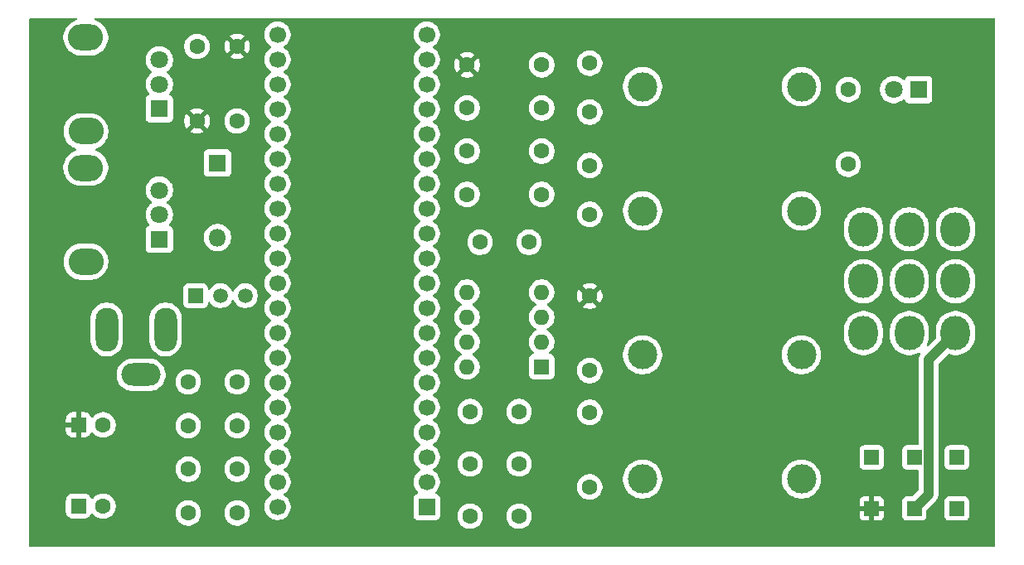
<source format=gbr>
%TF.GenerationSoftware,KiCad,Pcbnew,9.0.5*%
%TF.CreationDate,2025-10-31T17:46:48-05:00*%
%TF.ProjectId,wah,7761682e-6b69-4636-9164-5f7063625858,0.3*%
%TF.SameCoordinates,Original*%
%TF.FileFunction,Copper,L3,Inr*%
%TF.FilePolarity,Positive*%
%FSLAX46Y46*%
G04 Gerber Fmt 4.6, Leading zero omitted, Abs format (unit mm)*
G04 Created by KiCad (PCBNEW 9.0.5) date 2025-10-31 17:46:48*
%MOMM*%
%LPD*%
G01*
G04 APERTURE LIST*
G04 Aperture macros list*
%AMRoundRect*
0 Rectangle with rounded corners*
0 $1 Rounding radius*
0 $2 $3 $4 $5 $6 $7 $8 $9 X,Y pos of 4 corners*
0 Add a 4 corners polygon primitive as box body*
4,1,4,$2,$3,$4,$5,$6,$7,$8,$9,$2,$3,0*
0 Add four circle primitives for the rounded corners*
1,1,$1+$1,$2,$3*
1,1,$1+$1,$4,$5*
1,1,$1+$1,$6,$7*
1,1,$1+$1,$8,$9*
0 Add four rect primitives between the rounded corners*
20,1,$1+$1,$2,$3,$4,$5,0*
20,1,$1+$1,$4,$5,$6,$7,0*
20,1,$1+$1,$6,$7,$8,$9,0*
20,1,$1+$1,$8,$9,$2,$3,0*%
G04 Aperture macros list end*
%TA.AperFunction,ComponentPad*%
%ADD10RoundRect,0.250000X-0.550000X-0.550000X0.550000X-0.550000X0.550000X0.550000X-0.550000X0.550000X0*%
%TD*%
%TA.AperFunction,ComponentPad*%
%ADD11C,1.600000*%
%TD*%
%TA.AperFunction,ComponentPad*%
%ADD12R,1.800000X1.800000*%
%TD*%
%TA.AperFunction,ComponentPad*%
%ADD13O,1.800000X1.800000*%
%TD*%
%TA.AperFunction,ComponentPad*%
%ADD14O,3.580000X2.720000*%
%TD*%
%TA.AperFunction,ComponentPad*%
%ADD15O,3.580000X2.696000*%
%TD*%
%TA.AperFunction,ComponentPad*%
%ADD16C,1.800000*%
%TD*%
%TA.AperFunction,ComponentPad*%
%ADD17R,1.500000X1.500000*%
%TD*%
%TA.AperFunction,ComponentPad*%
%ADD18C,1.500000*%
%TD*%
%TA.AperFunction,ComponentPad*%
%ADD19C,3.000000*%
%TD*%
%TA.AperFunction,ComponentPad*%
%ADD20O,2.300000X4.500000*%
%TD*%
%TA.AperFunction,ComponentPad*%
%ADD21O,4.000000X2.300000*%
%TD*%
%TA.AperFunction,ComponentPad*%
%ADD22O,3.000000X3.500000*%
%TD*%
%TA.AperFunction,ComponentPad*%
%ADD23R,1.600000X1.600000*%
%TD*%
%TA.AperFunction,ComponentPad*%
%ADD24O,1.600000X1.600000*%
%TD*%
%TA.AperFunction,ComponentPad*%
%ADD25R,1.700000X1.700000*%
%TD*%
%TA.AperFunction,ComponentPad*%
%ADD26C,1.700000*%
%TD*%
%TA.AperFunction,Conductor*%
%ADD27C,1.000000*%
%TD*%
G04 APERTURE END LIST*
D10*
%TO.N,/VREF*%
%TO.C,C13*%
X47700000Y-75035000D03*
D11*
%TO.N,GND*%
X50200000Y-75035000D03*
%TD*%
D10*
%TO.N,+9V*%
%TO.C,C3*%
X47700000Y-83335000D03*
D11*
%TO.N,GND*%
X50200000Y-83335000D03*
%TD*%
D12*
%TO.N,+9V*%
%TO.C,D1*%
X61885000Y-48270000D03*
D13*
%TO.N,Net-(D1-A)*%
X61885000Y-55890000D03*
%TD*%
D11*
%TO.N,/AUDIO_OUT*%
%TO.C,C11*%
X92685000Y-79020000D03*
%TO.N,Net-(C11-Pad2)*%
X87685000Y-79020000D03*
%TD*%
D14*
%TO.N,*%
%TO.C,RV2*%
X48447000Y-45031600D03*
D15*
X48435000Y-35443600D03*
D12*
%TO.N,GND*%
X55947000Y-42731600D03*
D16*
%TO.N,/POT2*%
X55947000Y-40231600D03*
%TO.N,VDD*%
X55947000Y-37731600D03*
%TD*%
D11*
%TO.N,Net-(C6-Pad1)*%
%TO.C,C6*%
X88685000Y-56370000D03*
%TO.N,/AUDIO_IN*%
X93685000Y-56370000D03*
%TD*%
D17*
%TO.N,GND*%
%TO.C,GND1*%
X137385000Y-78370000D03*
%TD*%
D11*
%TO.N,GND*%
%TO.C,R6*%
X59785000Y-36360000D03*
%TO.N,/VREF*%
X59785000Y-43980000D03*
%TD*%
D17*
%TO.N,Net-(U1C-V+)*%
%TO.C,U2*%
X59645000Y-61830000D03*
D18*
%TO.N,GND*%
X62185000Y-61830000D03*
%TO.N,+9V*%
X64725000Y-61830000D03*
%TD*%
D17*
%TO.N,Net-(U1C-V+)*%
%TO.C,TP_5V1*%
X128685000Y-78370000D03*
%TD*%
D19*
%TO.N,GND*%
%TO.C,J3*%
X121515000Y-80570000D03*
%TO.N,N/C*%
X105285000Y-80570000D03*
%TO.N,Net-(J3-PadT)*%
X121515000Y-67870000D03*
%TO.N,N/C*%
X105285000Y-67870000D03*
%TD*%
D11*
%TO.N,+9V*%
%TO.C,C5*%
X63900000Y-75101667D03*
%TO.N,GND*%
X58900000Y-75101667D03*
%TD*%
%TO.N,/VREF*%
%TO.C,R2*%
X87375000Y-38246800D03*
%TO.N,Net-(U1B-+)*%
X94995000Y-38246800D03*
%TD*%
D20*
%TO.N,GND*%
%TO.C,J1*%
X56585000Y-65270000D03*
%TO.N,Net-(D1-A)*%
X50585000Y-65270000D03*
D21*
%TO.N,unconnected-(J1-Pad3)*%
X54085000Y-69920000D03*
%TD*%
D14*
%TO.N,*%
%TO.C,RV1*%
X48447000Y-58352000D03*
D15*
X48435000Y-48764000D03*
D12*
%TO.N,GND*%
X55947000Y-56052000D03*
D16*
%TO.N,/POT1*%
X55947000Y-53552000D03*
%TO.N,VDD*%
X55947000Y-51052000D03*
%TD*%
D11*
%TO.N,Net-(U1C-V+)*%
%TO.C,C8*%
X63900000Y-84035000D03*
%TO.N,GND*%
X58900000Y-84035000D03*
%TD*%
%TO.N,Net-(C11-Pad2)*%
%TO.C,R7*%
X99885000Y-81370000D03*
%TO.N,Net-(U1A-+)*%
X99885000Y-73750000D03*
%TD*%
%TO.N,/FX_IN*%
%TO.C,R1*%
X87375000Y-42654533D03*
%TO.N,Net-(C1-Pad1)*%
X94995000Y-42654533D03*
%TD*%
%TO.N,Net-(R9-Pad1)*%
%TO.C,R9*%
X126285000Y-48390000D03*
%TO.N,Net-(D2-A)*%
X126285000Y-40770000D03*
%TD*%
%TO.N,Net-(U1C-V+)*%
%TO.C,R5*%
X63885000Y-43980000D03*
%TO.N,/VREF*%
X63885000Y-36360000D03*
%TD*%
D17*
%TO.N,/VREF*%
%TO.C,TP_VREF1*%
X128685000Y-83570000D03*
%TD*%
D12*
%TO.N,GND*%
%TO.C,D2*%
X133470000Y-40770000D03*
D16*
%TO.N,Net-(D2-A)*%
X130930000Y-40770000D03*
%TD*%
D11*
%TO.N,+9V*%
%TO.C,C4*%
X63900000Y-70635000D03*
%TO.N,GND*%
X58900000Y-70635000D03*
%TD*%
D22*
%TO.N,Net-(SW1-A-Pad1)*%
%TO.C,SW1*%
X127835000Y-65650000D03*
%TO.N,Net-(J2-PadT)*%
X132535000Y-65650000D03*
%TO.N,/FX_IN*%
X137235000Y-65650000D03*
%TO.N,Net-(SW1-A-Pad1)*%
X127835000Y-60350000D03*
%TO.N,Net-(J3-PadT)*%
X132535000Y-60350000D03*
%TO.N,/FX_OUT*%
X137235000Y-60350000D03*
%TO.N,unconnected-(SW1-A-Pad7)*%
X127835000Y-55050000D03*
%TO.N,+9V*%
X132535000Y-55050000D03*
%TO.N,Net-(R9-Pad1)*%
X137235000Y-55050000D03*
%TD*%
D19*
%TO.N,GND*%
%TO.C,J2*%
X105285000Y-40470000D03*
%TO.N,N/C*%
X121515000Y-40470000D03*
%TO.N,Net-(J2-PadT)*%
X105285000Y-53170000D03*
%TO.N,N/C*%
X121515000Y-53170000D03*
%TD*%
D11*
%TO.N,Net-(U1B--)*%
%TO.C,R3*%
X94995000Y-51470000D03*
%TO.N,Net-(C6-Pad1)*%
X87375000Y-51470000D03*
%TD*%
%TO.N,Net-(U1C-V+)*%
%TO.C,C7*%
X63900000Y-79568333D03*
%TO.N,GND*%
X58900000Y-79568333D03*
%TD*%
%TO.N,/VREF*%
%TO.C,R8*%
X99885000Y-61870000D03*
%TO.N,Net-(U1A-+)*%
X99885000Y-69490000D03*
%TD*%
%TO.N,Net-(C1-Pad1)*%
%TO.C,C1*%
X99885000Y-48513600D03*
%TO.N,GND*%
X99885000Y-53513600D03*
%TD*%
%TO.N,Net-(C1-Pad1)*%
%TO.C,C2*%
X99885000Y-43070000D03*
%TO.N,Net-(U1B-+)*%
X99885000Y-38070000D03*
%TD*%
D23*
%TO.N,/FX_OUT*%
%TO.C,U1*%
X94985000Y-69090000D03*
D24*
X94985000Y-66550000D03*
%TO.N,Net-(U1A-+)*%
X94985000Y-64010000D03*
%TO.N,GND*%
X94985000Y-61470000D03*
%TO.N,Net-(U1B-+)*%
X87365000Y-61470000D03*
%TO.N,Net-(U1B--)*%
X87365000Y-64010000D03*
X87365000Y-66550000D03*
%TO.N,Net-(U1C-V+)*%
X87365000Y-69090000D03*
%TD*%
D11*
%TO.N,/AUDIO_OUT*%
%TO.C,C9*%
X92685000Y-84370000D03*
%TO.N,GND*%
X87685000Y-84370000D03*
%TD*%
%TO.N,/AUDIO_IN*%
%TO.C,R4*%
X87375000Y-47062267D03*
%TO.N,GND*%
X94995000Y-47062267D03*
%TD*%
D25*
%TO.N,unconnected-(A1-USB_ID-Pad1)*%
%TO.C,A1*%
X83252000Y-83411600D03*
D26*
%TO.N,unconnected-(A1-SD_DATA_3-Pad2)*%
X83252000Y-80871600D03*
%TO.N,unconnected-(A1-SD_DATA_2-Pad3)*%
X83252000Y-78331600D03*
%TO.N,unconnected-(A1-SD_DATA_1-Pad4)*%
X83252000Y-75791600D03*
%TO.N,unconnected-(A1-SD_DATA_0-Pad5)*%
X83252000Y-73251600D03*
%TO.N,unconnected-(A1-SD_CMD-Pad6)*%
X83252000Y-70711600D03*
%TO.N,unconnected-(A1-SD_CLK-Pad7)*%
X83252000Y-68171600D03*
%TO.N,unconnected-(A1-SPI1_CS-Pad8)*%
X83252000Y-65631600D03*
%TO.N,unconnected-(A1-SPI1_SCK-Pad9)*%
X83252000Y-63091600D03*
%TO.N,unconnected-(A1-SPI1_POCI-Pad10)*%
X83252000Y-60551600D03*
%TO.N,unconnected-(A1-SPI1_PICO-Pad11)*%
X83252000Y-58011600D03*
%TO.N,unconnected-(A1-I2C1_SCL-Pad12)*%
X83252000Y-55471600D03*
%TO.N,unconnected-(A1-I2C1_SDA-Pad13)*%
X83252000Y-52931600D03*
%TO.N,unconnected-(A1-USART1_TX-Pad14)*%
X83252000Y-50391600D03*
%TO.N,unconnected-(A1-USART1_RX-Pad15)*%
X83252000Y-47851600D03*
%TO.N,/AUDIO_IN*%
X83252000Y-45311600D03*
%TO.N,unconnected-(A1-AUDIO_IN_2-Pad17)*%
X83252000Y-42771600D03*
%TO.N,/AUDIO_OUT*%
X83252000Y-40231600D03*
%TO.N,unconnected-(A1-AUDIO_OUT_2-Pad19)*%
X83252000Y-37691600D03*
%TO.N,GND*%
X83252000Y-35151600D03*
%TO.N,VDD*%
X68012000Y-35151600D03*
%TO.N,unconnected-(A1-ADC_0-Pad22)*%
X68012000Y-37691600D03*
%TO.N,/POT2*%
X68012000Y-40231600D03*
%TO.N,/POT1*%
X68012000Y-42771600D03*
%TO.N,unconnected-(A1-ADC_3-Pad25)*%
X68012000Y-45311600D03*
%TO.N,unconnected-(A1-ADC_4-Pad26)*%
X68012000Y-47851600D03*
%TO.N,unconnected-(A1-ADC_5-Pad27)*%
X68012000Y-50391600D03*
%TO.N,unconnected-(A1-ADC_6-Pad28)*%
X68012000Y-52931600D03*
%TO.N,unconnected-(A1-DAC_OUT2-Pad29)*%
X68012000Y-55471600D03*
%TO.N,unconnected-(A1-DAC_OUT1-Pad30)*%
X68012000Y-58011600D03*
%TO.N,unconnected-(A1-SAI2_MCLK-Pad31)*%
X68012000Y-60551600D03*
%TO.N,unconnected-(A1-SAI2_SD_B-Pad32)*%
X68012000Y-63091600D03*
%TO.N,unconnected-(A1-SAI2_SD_A-Pad33)*%
X68012000Y-65631600D03*
%TO.N,unconnected-(A1-SAI2_FS-Pad34)*%
X68012000Y-68171600D03*
%TO.N,unconnected-(A1-SAI2_SCK-Pad35)*%
X68012000Y-70711600D03*
%TO.N,unconnected-(A1-USB_D_--Pad36)*%
X68012000Y-73251600D03*
%TO.N,unconnected-(A1-USB_D_+-Pad37)*%
X68012000Y-75791600D03*
%TO.N,unconnected-(A1-3V3_D-Pad38)*%
X68012000Y-78331600D03*
%TO.N,+9V*%
X68012000Y-80871600D03*
%TO.N,GND*%
X68012000Y-83411600D03*
%TD*%
D17*
%TO.N,/FX_IN*%
%TO.C,TP_IN1*%
X133035000Y-83570000D03*
%TD*%
D11*
%TO.N,Net-(U1A-+)*%
%TO.C,C12*%
X92685000Y-73670000D03*
%TO.N,GND*%
X87685000Y-73670000D03*
%TD*%
D17*
%TO.N,GND*%
%TO.C,GND2*%
X137385000Y-83570000D03*
%TD*%
%TO.N,/FX_OUT*%
%TO.C,TP_OUT1*%
X133035000Y-78370000D03*
%TD*%
D27*
%TO.N,/FX_IN*%
X134486000Y-68399000D02*
X134486000Y-82119000D01*
X137235000Y-65650000D02*
X134486000Y-68399000D01*
X134486000Y-82119000D02*
X133035000Y-83570000D01*
%TD*%
%TA.AperFunction,Conductor*%
%TO.N,/VREF*%
G36*
X47472682Y-33454585D02*
G01*
X47518437Y-33507389D01*
X47528381Y-33576547D01*
X47499356Y-33640103D01*
X47440578Y-33677877D01*
X47437759Y-33678668D01*
X47416439Y-33684380D01*
X47397543Y-33689444D01*
X47173684Y-33782169D01*
X47173667Y-33782177D01*
X46963825Y-33903330D01*
X46771585Y-34050840D01*
X46771578Y-34050846D01*
X46600246Y-34222178D01*
X46600240Y-34222185D01*
X46452730Y-34414425D01*
X46331577Y-34624267D01*
X46331569Y-34624284D01*
X46238844Y-34848143D01*
X46176130Y-35082199D01*
X46176128Y-35082210D01*
X46144500Y-35322435D01*
X46144500Y-35564764D01*
X46170842Y-35764846D01*
X46176129Y-35804998D01*
X46191075Y-35860776D01*
X46238844Y-36039056D01*
X46331569Y-36262915D01*
X46331577Y-36262932D01*
X46452730Y-36472774D01*
X46600240Y-36665014D01*
X46600246Y-36665021D01*
X46771578Y-36836353D01*
X46771585Y-36836359D01*
X46963825Y-36983869D01*
X47173667Y-37105022D01*
X47173672Y-37105024D01*
X47173675Y-37105026D01*
X47173679Y-37105027D01*
X47173684Y-37105030D01*
X47244679Y-37134437D01*
X47397544Y-37197756D01*
X47631602Y-37260471D01*
X47871843Y-37292100D01*
X47871850Y-37292100D01*
X48998150Y-37292100D01*
X48998157Y-37292100D01*
X49238398Y-37260471D01*
X49472456Y-37197756D01*
X49696325Y-37105026D01*
X49906175Y-36983869D01*
X50098416Y-36836358D01*
X50269758Y-36665016D01*
X50417269Y-36472775D01*
X50538426Y-36262925D01*
X50540612Y-36257648D01*
X58484500Y-36257648D01*
X58484500Y-36462351D01*
X58516522Y-36664534D01*
X58579781Y-36859223D01*
X58624150Y-36946300D01*
X58672698Y-37041581D01*
X58672715Y-37041613D01*
X58793028Y-37207213D01*
X58937786Y-37351971D01*
X59058226Y-37439474D01*
X59103390Y-37472287D01*
X59198751Y-37520876D01*
X59285776Y-37565218D01*
X59285778Y-37565218D01*
X59285781Y-37565220D01*
X59347621Y-37585313D01*
X59480465Y-37628477D01*
X59581557Y-37644488D01*
X59682648Y-37660500D01*
X59682649Y-37660500D01*
X59887351Y-37660500D01*
X59887352Y-37660500D01*
X60089534Y-37628477D01*
X60284219Y-37565220D01*
X60466610Y-37472287D01*
X60566682Y-37399581D01*
X60632213Y-37351971D01*
X60632215Y-37351968D01*
X60632219Y-37351966D01*
X60776966Y-37207219D01*
X60776968Y-37207215D01*
X60776971Y-37207213D01*
X60851216Y-37105022D01*
X60897287Y-37041610D01*
X60990220Y-36859219D01*
X61053477Y-36664534D01*
X61085500Y-36462352D01*
X61085500Y-36257682D01*
X62585000Y-36257682D01*
X62585000Y-36462317D01*
X62617009Y-36664417D01*
X62680244Y-36859031D01*
X62773141Y-37041350D01*
X62773147Y-37041359D01*
X62805523Y-37085921D01*
X62805524Y-37085922D01*
X63485000Y-36406446D01*
X63485000Y-36412661D01*
X63512259Y-36514394D01*
X63564920Y-36605606D01*
X63639394Y-36680080D01*
X63730606Y-36732741D01*
X63832339Y-36760000D01*
X63838553Y-36760000D01*
X63159076Y-37439474D01*
X63203650Y-37471859D01*
X63385968Y-37564755D01*
X63580582Y-37627990D01*
X63782683Y-37660000D01*
X63987317Y-37660000D01*
X64189417Y-37627990D01*
X64384031Y-37564755D01*
X64566349Y-37471859D01*
X64610921Y-37439474D01*
X63931447Y-36760000D01*
X63937661Y-36760000D01*
X64039394Y-36732741D01*
X64130606Y-36680080D01*
X64205080Y-36605606D01*
X64257741Y-36514394D01*
X64285000Y-36412661D01*
X64285000Y-36406447D01*
X64964474Y-37085921D01*
X64996859Y-37041349D01*
X65089755Y-36859031D01*
X65152990Y-36664417D01*
X65185000Y-36462317D01*
X65185000Y-36257682D01*
X65152990Y-36055582D01*
X65089755Y-35860968D01*
X64996859Y-35678650D01*
X64964474Y-35634077D01*
X64964474Y-35634076D01*
X64285000Y-36313551D01*
X64285000Y-36307339D01*
X64257741Y-36205606D01*
X64205080Y-36114394D01*
X64130606Y-36039920D01*
X64039394Y-35987259D01*
X63937661Y-35960000D01*
X63931446Y-35960000D01*
X64610922Y-35280524D01*
X64610921Y-35280523D01*
X64566359Y-35248147D01*
X64566350Y-35248141D01*
X64384031Y-35155245D01*
X64384030Y-35155244D01*
X64189417Y-35092009D01*
X63987317Y-35060000D01*
X63782683Y-35060000D01*
X63580582Y-35092009D01*
X63385968Y-35155244D01*
X63203644Y-35248143D01*
X63159077Y-35280523D01*
X63159077Y-35280524D01*
X63838554Y-35960000D01*
X63832339Y-35960000D01*
X63730606Y-35987259D01*
X63639394Y-36039920D01*
X63564920Y-36114394D01*
X63512259Y-36205606D01*
X63485000Y-36307339D01*
X63485000Y-36313553D01*
X62805524Y-35634077D01*
X62805523Y-35634077D01*
X62773143Y-35678644D01*
X62680244Y-35860968D01*
X62617009Y-36055582D01*
X62585000Y-36257682D01*
X61085500Y-36257682D01*
X61085500Y-36257648D01*
X61073472Y-36181709D01*
X61053477Y-36055465D01*
X61022458Y-35960000D01*
X60990220Y-35860781D01*
X60990218Y-35860778D01*
X60990218Y-35860776D01*
X60897419Y-35678650D01*
X60897287Y-35678390D01*
X60865092Y-35634077D01*
X60776971Y-35512786D01*
X60632213Y-35368028D01*
X60466613Y-35247715D01*
X60466612Y-35247714D01*
X60466610Y-35247713D01*
X60409653Y-35218691D01*
X60284223Y-35154781D01*
X60089534Y-35091522D01*
X59914995Y-35063878D01*
X59887352Y-35059500D01*
X59682648Y-35059500D01*
X59658329Y-35063351D01*
X59480465Y-35091522D01*
X59285776Y-35154781D01*
X59103386Y-35247715D01*
X58937786Y-35368028D01*
X58793028Y-35512786D01*
X58672715Y-35678386D01*
X58579781Y-35860776D01*
X58516522Y-36055465D01*
X58484500Y-36257648D01*
X50540612Y-36257648D01*
X50631156Y-36039056D01*
X50693871Y-35804998D01*
X50725500Y-35564757D01*
X50725500Y-35322443D01*
X50693871Y-35082202D01*
X50683987Y-35045313D01*
X66661500Y-35045313D01*
X66661500Y-35257887D01*
X66694754Y-35467843D01*
X66726243Y-35564757D01*
X66760444Y-35670014D01*
X66856951Y-35859420D01*
X66981890Y-36031386D01*
X67132213Y-36181709D01*
X67304182Y-36306650D01*
X67312946Y-36311116D01*
X67363742Y-36359091D01*
X67380536Y-36426912D01*
X67357998Y-36493047D01*
X67312946Y-36532084D01*
X67304182Y-36536549D01*
X67132213Y-36661490D01*
X66981890Y-36811813D01*
X66856951Y-36983779D01*
X66760444Y-37173185D01*
X66694753Y-37375360D01*
X66661500Y-37585313D01*
X66661500Y-37797886D01*
X66688387Y-37967648D01*
X66694754Y-38007843D01*
X66748206Y-38172352D01*
X66760444Y-38210014D01*
X66856951Y-38399420D01*
X66981890Y-38571386D01*
X67132213Y-38721709D01*
X67304182Y-38846650D01*
X67312946Y-38851116D01*
X67363742Y-38899091D01*
X67380536Y-38966912D01*
X67357998Y-39033047D01*
X67312946Y-39072084D01*
X67304182Y-39076549D01*
X67132213Y-39201490D01*
X66981890Y-39351813D01*
X66856951Y-39523779D01*
X66760444Y-39713185D01*
X66694753Y-39915360D01*
X66661500Y-40125313D01*
X66661500Y-40337886D01*
X66681706Y-40465465D01*
X66694754Y-40547843D01*
X66733681Y-40667648D01*
X66760444Y-40750014D01*
X66856951Y-40939420D01*
X66981890Y-41111386D01*
X67132213Y-41261709D01*
X67304182Y-41386650D01*
X67312946Y-41391116D01*
X67363742Y-41439091D01*
X67380536Y-41506912D01*
X67357998Y-41573047D01*
X67312946Y-41612084D01*
X67304182Y-41616549D01*
X67132213Y-41741490D01*
X66981890Y-41891813D01*
X66856951Y-42063779D01*
X66760444Y-42253185D01*
X66694753Y-42455360D01*
X66661500Y-42665313D01*
X66661500Y-42877887D01*
X66694754Y-43087843D01*
X66752660Y-43266059D01*
X66760444Y-43290014D01*
X66856951Y-43479420D01*
X66981890Y-43651386D01*
X67132213Y-43801709D01*
X67304182Y-43926650D01*
X67312946Y-43931116D01*
X67363742Y-43979091D01*
X67380536Y-44046912D01*
X67357998Y-44113047D01*
X67312946Y-44152084D01*
X67304182Y-44156549D01*
X67132213Y-44281490D01*
X66981890Y-44431813D01*
X66856951Y-44603779D01*
X66760444Y-44793185D01*
X66694753Y-44995360D01*
X66669699Y-45153544D01*
X66661500Y-45205313D01*
X66661500Y-45417887D01*
X66694754Y-45627843D01*
X66748673Y-45793789D01*
X66760444Y-45830014D01*
X66856951Y-46019420D01*
X66981890Y-46191386D01*
X67132213Y-46341709D01*
X67304182Y-46466650D01*
X67312946Y-46471116D01*
X67363742Y-46519091D01*
X67380536Y-46586912D01*
X67357998Y-46653047D01*
X67312946Y-46692084D01*
X67304182Y-46696549D01*
X67132213Y-46821490D01*
X66981890Y-46971813D01*
X66856951Y-47143779D01*
X66760444Y-47333185D01*
X66694753Y-47535360D01*
X66661500Y-47745313D01*
X66661500Y-47957886D01*
X66681706Y-48085465D01*
X66694754Y-48167843D01*
X66733681Y-48287648D01*
X66760444Y-48370014D01*
X66856951Y-48559420D01*
X66981890Y-48731386D01*
X67132213Y-48881709D01*
X67304182Y-49006650D01*
X67312946Y-49011116D01*
X67363742Y-49059091D01*
X67380536Y-49126912D01*
X67357998Y-49193047D01*
X67312946Y-49232084D01*
X67304182Y-49236549D01*
X67132213Y-49361490D01*
X66981890Y-49511813D01*
X66856951Y-49683779D01*
X66760444Y-49873185D01*
X66694753Y-50075360D01*
X66684573Y-50139635D01*
X66661500Y-50285313D01*
X66661500Y-50497887D01*
X66694754Y-50707843D01*
X66720925Y-50788390D01*
X66760444Y-50910014D01*
X66856951Y-51099420D01*
X66981890Y-51271386D01*
X67132213Y-51421709D01*
X67304182Y-51546650D01*
X67312946Y-51551116D01*
X67363742Y-51599091D01*
X67380536Y-51666912D01*
X67357998Y-51733047D01*
X67312946Y-51772084D01*
X67304182Y-51776549D01*
X67132213Y-51901490D01*
X66981890Y-52051813D01*
X66856951Y-52223779D01*
X66760444Y-52413185D01*
X66694753Y-52615360D01*
X66661500Y-52825313D01*
X66661500Y-53037886D01*
X66676576Y-53133076D01*
X66694754Y-53247843D01*
X66733814Y-53368058D01*
X66760444Y-53450014D01*
X66856951Y-53639420D01*
X66981890Y-53811386D01*
X67132213Y-53961709D01*
X67304182Y-54086650D01*
X67312946Y-54091116D01*
X67363742Y-54139091D01*
X67380536Y-54206912D01*
X67357998Y-54273047D01*
X67312946Y-54312084D01*
X67304182Y-54316549D01*
X67132213Y-54441490D01*
X66981890Y-54591813D01*
X66856951Y-54763779D01*
X66760444Y-54953185D01*
X66694753Y-55155360D01*
X66661500Y-55365313D01*
X66661500Y-55577886D01*
X66693476Y-55779778D01*
X66694754Y-55787843D01*
X66721702Y-55870781D01*
X66760444Y-55990014D01*
X66856951Y-56179420D01*
X66981890Y-56351386D01*
X67132213Y-56501709D01*
X67304182Y-56626650D01*
X67312946Y-56631116D01*
X67363742Y-56679091D01*
X67380536Y-56746912D01*
X67357998Y-56813047D01*
X67312946Y-56852084D01*
X67304182Y-56856549D01*
X67132213Y-56981490D01*
X66981890Y-57131813D01*
X66856951Y-57303779D01*
X66760444Y-57493185D01*
X66694753Y-57695360D01*
X66685675Y-57752679D01*
X66661500Y-57905313D01*
X66661500Y-58117887D01*
X66694754Y-58327843D01*
X66742225Y-58473944D01*
X66760444Y-58530014D01*
X66856951Y-58719420D01*
X66981890Y-58891386D01*
X67132213Y-59041709D01*
X67304182Y-59166650D01*
X67312946Y-59171116D01*
X67363742Y-59219091D01*
X67380536Y-59286912D01*
X67357998Y-59353047D01*
X67312946Y-59392084D01*
X67304182Y-59396549D01*
X67132213Y-59521490D01*
X66981890Y-59671813D01*
X66856951Y-59843779D01*
X66760444Y-60033185D01*
X66694753Y-60235360D01*
X66675374Y-60357715D01*
X66661500Y-60445313D01*
X66661500Y-60657887D01*
X66671534Y-60721244D01*
X66682507Y-60790523D01*
X66694754Y-60867843D01*
X66748133Y-61032127D01*
X66760444Y-61070014D01*
X66856951Y-61259420D01*
X66981890Y-61431386D01*
X67132213Y-61581709D01*
X67304182Y-61706650D01*
X67312946Y-61711116D01*
X67363742Y-61759091D01*
X67380536Y-61826912D01*
X67357998Y-61893047D01*
X67312946Y-61932084D01*
X67304182Y-61936549D01*
X67132213Y-62061490D01*
X66981890Y-62211813D01*
X66856951Y-62383779D01*
X66760444Y-62573185D01*
X66694753Y-62775360D01*
X66661500Y-62985313D01*
X66661500Y-63197886D01*
X66693432Y-63399500D01*
X66694754Y-63407843D01*
X66757824Y-63601953D01*
X66760444Y-63610014D01*
X66856951Y-63799420D01*
X66981890Y-63971386D01*
X67132213Y-64121709D01*
X67304182Y-64246650D01*
X67312946Y-64251116D01*
X67363742Y-64299091D01*
X67380536Y-64366912D01*
X67357998Y-64433047D01*
X67312946Y-64472084D01*
X67304182Y-64476549D01*
X67132213Y-64601490D01*
X66981890Y-64751813D01*
X66856951Y-64923779D01*
X66760444Y-65113185D01*
X66694753Y-65315360D01*
X66661500Y-65525313D01*
X66661500Y-65737886D01*
X66682345Y-65869500D01*
X66694754Y-65947843D01*
X66735081Y-66071957D01*
X66760444Y-66150014D01*
X66856951Y-66339420D01*
X66981890Y-66511386D01*
X67132213Y-66661709D01*
X67304182Y-66786650D01*
X67312946Y-66791116D01*
X67363742Y-66839091D01*
X67380536Y-66906912D01*
X67357998Y-66973047D01*
X67312946Y-67012084D01*
X67304182Y-67016549D01*
X67132213Y-67141490D01*
X66981890Y-67291813D01*
X66856951Y-67463779D01*
X66760444Y-67653185D01*
X66694753Y-67855360D01*
X66664294Y-68047671D01*
X66661500Y-68065313D01*
X66661500Y-68277887D01*
X66694754Y-68487843D01*
X66751039Y-68661071D01*
X66760444Y-68690014D01*
X66856951Y-68879420D01*
X66981890Y-69051386D01*
X67132213Y-69201709D01*
X67304182Y-69326650D01*
X67312946Y-69331116D01*
X67363742Y-69379091D01*
X67380536Y-69446912D01*
X67357998Y-69513047D01*
X67312946Y-69552084D01*
X67304182Y-69556549D01*
X67132213Y-69681490D01*
X66981890Y-69831813D01*
X66856951Y-70003779D01*
X66760444Y-70193185D01*
X66694753Y-70395360D01*
X66661500Y-70605313D01*
X66661500Y-70817886D01*
X66689588Y-70995231D01*
X66694754Y-71027843D01*
X66743846Y-71178933D01*
X66760444Y-71230014D01*
X66856951Y-71419420D01*
X66981890Y-71591386D01*
X67132213Y-71741709D01*
X67304182Y-71866650D01*
X67312946Y-71871116D01*
X67363742Y-71919091D01*
X67380536Y-71986912D01*
X67357998Y-72053047D01*
X67312946Y-72092084D01*
X67304182Y-72096549D01*
X67132213Y-72221490D01*
X66981890Y-72371813D01*
X66856951Y-72543779D01*
X66760444Y-72733185D01*
X66694753Y-72935360D01*
X66686355Y-72988386D01*
X66661500Y-73145313D01*
X66661500Y-73357887D01*
X66694754Y-73567843D01*
X66759309Y-73766523D01*
X66760444Y-73770014D01*
X66856951Y-73959420D01*
X66981890Y-74131386D01*
X67132213Y-74281709D01*
X67304182Y-74406650D01*
X67312946Y-74411116D01*
X67363742Y-74459091D01*
X67380536Y-74526912D01*
X67357998Y-74593047D01*
X67312946Y-74632084D01*
X67304182Y-74636549D01*
X67132213Y-74761490D01*
X66981890Y-74911813D01*
X66856951Y-75083779D01*
X66760444Y-75273185D01*
X66694753Y-75475360D01*
X66685431Y-75534219D01*
X66661500Y-75685313D01*
X66661500Y-75897887D01*
X66694754Y-76107843D01*
X66737765Y-76240218D01*
X66760444Y-76310014D01*
X66856951Y-76499420D01*
X66981890Y-76671386D01*
X67132213Y-76821709D01*
X67304182Y-76946650D01*
X67312946Y-76951116D01*
X67363742Y-76999091D01*
X67380536Y-77066912D01*
X67357998Y-77133047D01*
X67312946Y-77172084D01*
X67304182Y-77176549D01*
X67132213Y-77301490D01*
X66981890Y-77451813D01*
X66856951Y-77623779D01*
X66760444Y-77813185D01*
X66694753Y-78015360D01*
X66661500Y-78225313D01*
X66661500Y-78437887D01*
X66671534Y-78501244D01*
X66682345Y-78569500D01*
X66694754Y-78647843D01*
X66735081Y-78771957D01*
X66760444Y-78850014D01*
X66856951Y-79039420D01*
X66981890Y-79211386D01*
X67132213Y-79361709D01*
X67304182Y-79486650D01*
X67312946Y-79491116D01*
X67363742Y-79539091D01*
X67380536Y-79606912D01*
X67357998Y-79673047D01*
X67312946Y-79712084D01*
X67304182Y-79716549D01*
X67132213Y-79841490D01*
X66981890Y-79991813D01*
X66856951Y-80163779D01*
X66760444Y-80353185D01*
X66694753Y-80555360D01*
X66661500Y-80765313D01*
X66661500Y-80977886D01*
X66694753Y-81187839D01*
X66694753Y-81187841D01*
X66694754Y-81187843D01*
X66720684Y-81267648D01*
X66760444Y-81390014D01*
X66856951Y-81579420D01*
X66981890Y-81751386D01*
X67132213Y-81901709D01*
X67304182Y-82026650D01*
X67312946Y-82031116D01*
X67363742Y-82079091D01*
X67380536Y-82146912D01*
X67357998Y-82213047D01*
X67312946Y-82252084D01*
X67304182Y-82256549D01*
X67132213Y-82381490D01*
X66981890Y-82531813D01*
X66856951Y-82703779D01*
X66760444Y-82893185D01*
X66694753Y-83095360D01*
X66661500Y-83305313D01*
X66661500Y-83517886D01*
X66693312Y-83718742D01*
X66694754Y-83727843D01*
X66741195Y-83870774D01*
X66760444Y-83930014D01*
X66856951Y-84119420D01*
X66981890Y-84291386D01*
X67132213Y-84441709D01*
X67304179Y-84566648D01*
X67304181Y-84566649D01*
X67304184Y-84566651D01*
X67493588Y-84663157D01*
X67695757Y-84728846D01*
X67905713Y-84762100D01*
X67905714Y-84762100D01*
X68118286Y-84762100D01*
X68118287Y-84762100D01*
X68328243Y-84728846D01*
X68530412Y-84663157D01*
X68719816Y-84566651D01*
X68806138Y-84503935D01*
X68891786Y-84441709D01*
X68891788Y-84441706D01*
X68891792Y-84441704D01*
X69042104Y-84291392D01*
X69042106Y-84291388D01*
X69042109Y-84291386D01*
X69167048Y-84119420D01*
X69167047Y-84119420D01*
X69167051Y-84119416D01*
X69263557Y-83930012D01*
X69329246Y-83727843D01*
X69362500Y-83517887D01*
X69362500Y-83305313D01*
X69329246Y-83095357D01*
X69263557Y-82893188D01*
X69167051Y-82703784D01*
X69167049Y-82703781D01*
X69167048Y-82703779D01*
X69042109Y-82531813D01*
X68891786Y-82381490D01*
X68719820Y-82256551D01*
X68719115Y-82256191D01*
X68711054Y-82252085D01*
X68660259Y-82204112D01*
X68643463Y-82136292D01*
X68665999Y-82070156D01*
X68711054Y-82031115D01*
X68719816Y-82026651D01*
X68809554Y-81961453D01*
X68891786Y-81901709D01*
X68891788Y-81901706D01*
X68891792Y-81901704D01*
X69042104Y-81751392D01*
X69042106Y-81751388D01*
X69042109Y-81751386D01*
X69167048Y-81579420D01*
X69167047Y-81579420D01*
X69167051Y-81579416D01*
X69263557Y-81390012D01*
X69329246Y-81187843D01*
X69362500Y-80977887D01*
X69362500Y-80765313D01*
X69329246Y-80555357D01*
X69263557Y-80353188D01*
X69167051Y-80163784D01*
X69167049Y-80163781D01*
X69167048Y-80163779D01*
X69042109Y-79991813D01*
X68891786Y-79841490D01*
X68719820Y-79716551D01*
X68719115Y-79716191D01*
X68711054Y-79712085D01*
X68660259Y-79664112D01*
X68643463Y-79596292D01*
X68665999Y-79530156D01*
X68711054Y-79491115D01*
X68719816Y-79486651D01*
X68761734Y-79456196D01*
X68891786Y-79361709D01*
X68891788Y-79361706D01*
X68891792Y-79361704D01*
X69042104Y-79211392D01*
X69042106Y-79211388D01*
X69042109Y-79211386D01*
X69167048Y-79039420D01*
X69167047Y-79039420D01*
X69167051Y-79039416D01*
X69263557Y-78850012D01*
X69329246Y-78647843D01*
X69362500Y-78437887D01*
X69362500Y-78225313D01*
X69329246Y-78015357D01*
X69263557Y-77813188D01*
X69167051Y-77623784D01*
X69167049Y-77623781D01*
X69167048Y-77623779D01*
X69042109Y-77451813D01*
X68891786Y-77301490D01*
X68719820Y-77176551D01*
X68719115Y-77176191D01*
X68711054Y-77172085D01*
X68660259Y-77124112D01*
X68643463Y-77056292D01*
X68665999Y-76990156D01*
X68711054Y-76951115D01*
X68719816Y-76946651D01*
X68741789Y-76930686D01*
X68891786Y-76821709D01*
X68891788Y-76821706D01*
X68891792Y-76821704D01*
X69042104Y-76671392D01*
X69042106Y-76671388D01*
X69042109Y-76671386D01*
X69167048Y-76499420D01*
X69167047Y-76499420D01*
X69167051Y-76499416D01*
X69263557Y-76310012D01*
X69329246Y-76107843D01*
X69362500Y-75897887D01*
X69362500Y-75685313D01*
X69329246Y-75475357D01*
X69263557Y-75273188D01*
X69167051Y-75083784D01*
X69167049Y-75083781D01*
X69167048Y-75083779D01*
X69042109Y-74911813D01*
X68891786Y-74761490D01*
X68719820Y-74636551D01*
X68716776Y-74635000D01*
X68711054Y-74632085D01*
X68660259Y-74584112D01*
X68643463Y-74516292D01*
X68665999Y-74450156D01*
X68711054Y-74411115D01*
X68719816Y-74406651D01*
X68793124Y-74353390D01*
X68891786Y-74281709D01*
X68891788Y-74281706D01*
X68891792Y-74281704D01*
X69042104Y-74131392D01*
X69042106Y-74131388D01*
X69042109Y-74131386D01*
X69167048Y-73959420D01*
X69167047Y-73959420D01*
X69167051Y-73959416D01*
X69263557Y-73770012D01*
X69329246Y-73567843D01*
X69362500Y-73357887D01*
X69362500Y-73145313D01*
X69329246Y-72935357D01*
X69263557Y-72733188D01*
X69167051Y-72543784D01*
X69167049Y-72543781D01*
X69167048Y-72543779D01*
X69042109Y-72371813D01*
X68891786Y-72221490D01*
X68719820Y-72096551D01*
X68719115Y-72096191D01*
X68711054Y-72092085D01*
X68660259Y-72044112D01*
X68643463Y-71976292D01*
X68665999Y-71910156D01*
X68711054Y-71871115D01*
X68719816Y-71866651D01*
X68884108Y-71747287D01*
X68891786Y-71741709D01*
X68891788Y-71741706D01*
X68891792Y-71741704D01*
X69042104Y-71591392D01*
X69042106Y-71591388D01*
X69042109Y-71591386D01*
X69167048Y-71419420D01*
X69167047Y-71419420D01*
X69167051Y-71419416D01*
X69263557Y-71230012D01*
X69329246Y-71027843D01*
X69362500Y-70817887D01*
X69362500Y-70605313D01*
X69329246Y-70395357D01*
X69263557Y-70193188D01*
X69167051Y-70003784D01*
X69167049Y-70003781D01*
X69167048Y-70003779D01*
X69042109Y-69831813D01*
X68891786Y-69681490D01*
X68719820Y-69556551D01*
X68719115Y-69556191D01*
X68711054Y-69552085D01*
X68660259Y-69504112D01*
X68643463Y-69436292D01*
X68665999Y-69370156D01*
X68711054Y-69331115D01*
X68719816Y-69326651D01*
X68775179Y-69286428D01*
X68891786Y-69201709D01*
X68891788Y-69201706D01*
X68891792Y-69201704D01*
X69042104Y-69051392D01*
X69042106Y-69051388D01*
X69042109Y-69051386D01*
X69167048Y-68879420D01*
X69167047Y-68879420D01*
X69167051Y-68879416D01*
X69263557Y-68690012D01*
X69329246Y-68487843D01*
X69362500Y-68277887D01*
X69362500Y-68065313D01*
X69359705Y-68047669D01*
X69333906Y-67884780D01*
X69329246Y-67855357D01*
X69263557Y-67653188D01*
X69167051Y-67463784D01*
X69167049Y-67463781D01*
X69167048Y-67463779D01*
X69042109Y-67291813D01*
X68891786Y-67141490D01*
X68719820Y-67016551D01*
X68719115Y-67016191D01*
X68711054Y-67012085D01*
X68660259Y-66964112D01*
X68643463Y-66896292D01*
X68665999Y-66830156D01*
X68711054Y-66791115D01*
X68719816Y-66786651D01*
X68761734Y-66756196D01*
X68891786Y-66661709D01*
X68891788Y-66661706D01*
X68891792Y-66661704D01*
X69042104Y-66511392D01*
X69042106Y-66511388D01*
X69042109Y-66511386D01*
X69167048Y-66339420D01*
X69167047Y-66339420D01*
X69167051Y-66339416D01*
X69263557Y-66150012D01*
X69329246Y-65947843D01*
X69362500Y-65737887D01*
X69362500Y-65525313D01*
X69329246Y-65315357D01*
X69263557Y-65113188D01*
X69167051Y-64923784D01*
X69167049Y-64923781D01*
X69167048Y-64923779D01*
X69042109Y-64751813D01*
X68891786Y-64601490D01*
X68719820Y-64476551D01*
X68719115Y-64476191D01*
X68711054Y-64472085D01*
X68660259Y-64424112D01*
X68643463Y-64356292D01*
X68665999Y-64290156D01*
X68711054Y-64251115D01*
X68719816Y-64246651D01*
X68741789Y-64230686D01*
X68891786Y-64121709D01*
X68891788Y-64121706D01*
X68891792Y-64121704D01*
X69042104Y-63971392D01*
X69042106Y-63971388D01*
X69042109Y-63971386D01*
X69167048Y-63799420D01*
X69167047Y-63799420D01*
X69167051Y-63799416D01*
X69263557Y-63610012D01*
X69329246Y-63407843D01*
X69362500Y-63197887D01*
X69362500Y-62985313D01*
X69329246Y-62775357D01*
X69263557Y-62573188D01*
X69167051Y-62383784D01*
X69167049Y-62383781D01*
X69167048Y-62383779D01*
X69042109Y-62211813D01*
X68891786Y-62061490D01*
X68719820Y-61936551D01*
X68719115Y-61936191D01*
X68711054Y-61932085D01*
X68660259Y-61884112D01*
X68643463Y-61816292D01*
X68665999Y-61750156D01*
X68711054Y-61711115D01*
X68719816Y-61706651D01*
X68833034Y-61624394D01*
X68891786Y-61581709D01*
X68891788Y-61581706D01*
X68891792Y-61581704D01*
X69042104Y-61431392D01*
X69042106Y-61431388D01*
X69042109Y-61431386D01*
X69167048Y-61259420D01*
X69167047Y-61259420D01*
X69167051Y-61259416D01*
X69263557Y-61070012D01*
X69329246Y-60867843D01*
X69362500Y-60657887D01*
X69362500Y-60445313D01*
X69329246Y-60235357D01*
X69263557Y-60033188D01*
X69167051Y-59843784D01*
X69167049Y-59843781D01*
X69167048Y-59843779D01*
X69042109Y-59671813D01*
X68891786Y-59521490D01*
X68719820Y-59396551D01*
X68719115Y-59396191D01*
X68711054Y-59392085D01*
X68660259Y-59344112D01*
X68643463Y-59276292D01*
X68665999Y-59210156D01*
X68711054Y-59171115D01*
X68719816Y-59166651D01*
X68741789Y-59150686D01*
X68891786Y-59041709D01*
X68891788Y-59041706D01*
X68891792Y-59041704D01*
X69042104Y-58891392D01*
X69042106Y-58891388D01*
X69042109Y-58891386D01*
X69167048Y-58719420D01*
X69167047Y-58719420D01*
X69167051Y-58719416D01*
X69263557Y-58530012D01*
X69329246Y-58327843D01*
X69362500Y-58117887D01*
X69362500Y-57905313D01*
X69329246Y-57695357D01*
X69263557Y-57493188D01*
X69167051Y-57303784D01*
X69167049Y-57303781D01*
X69167048Y-57303779D01*
X69042109Y-57131813D01*
X68891786Y-56981490D01*
X68719820Y-56856551D01*
X68719115Y-56856191D01*
X68711054Y-56852085D01*
X68660259Y-56804112D01*
X68643463Y-56736292D01*
X68665999Y-56670156D01*
X68711054Y-56631115D01*
X68719816Y-56626651D01*
X68775140Y-56586456D01*
X68891786Y-56501709D01*
X68891788Y-56501706D01*
X68891792Y-56501704D01*
X69042104Y-56351392D01*
X69042106Y-56351388D01*
X69042109Y-56351386D01*
X69151086Y-56201389D01*
X69167051Y-56179416D01*
X69263557Y-55990012D01*
X69329246Y-55787843D01*
X69362500Y-55577887D01*
X69362500Y-55365313D01*
X69329246Y-55155357D01*
X69263557Y-54953188D01*
X69167051Y-54763784D01*
X69167049Y-54763781D01*
X69167048Y-54763779D01*
X69042109Y-54591813D01*
X68891786Y-54441490D01*
X68719820Y-54316551D01*
X68719115Y-54316191D01*
X68711054Y-54312085D01*
X68660259Y-54264112D01*
X68643463Y-54196292D01*
X68665999Y-54130156D01*
X68711054Y-54091115D01*
X68719816Y-54086651D01*
X68761040Y-54056700D01*
X68891786Y-53961709D01*
X68891788Y-53961706D01*
X68891792Y-53961704D01*
X69042104Y-53811392D01*
X69042106Y-53811388D01*
X69042109Y-53811386D01*
X69167048Y-53639420D01*
X69167047Y-53639420D01*
X69167051Y-53639416D01*
X69263557Y-53450012D01*
X69329246Y-53247843D01*
X69362500Y-53037887D01*
X69362500Y-52825313D01*
X69329246Y-52615357D01*
X69263557Y-52413188D01*
X69167051Y-52223784D01*
X69167049Y-52223781D01*
X69167048Y-52223779D01*
X69042109Y-52051813D01*
X68891786Y-51901490D01*
X68719820Y-51776551D01*
X68715861Y-51774534D01*
X68711054Y-51772085D01*
X68660259Y-51724112D01*
X68643463Y-51656292D01*
X68665999Y-51590156D01*
X68711054Y-51551115D01*
X68719816Y-51546651D01*
X68779794Y-51503075D01*
X68891786Y-51421709D01*
X68891788Y-51421706D01*
X68891792Y-51421704D01*
X69042104Y-51271392D01*
X69042106Y-51271388D01*
X69042109Y-51271386D01*
X69167048Y-51099420D01*
X69167047Y-51099420D01*
X69167051Y-51099416D01*
X69263557Y-50910012D01*
X69329246Y-50707843D01*
X69362500Y-50497887D01*
X69362500Y-50285313D01*
X69329246Y-50075357D01*
X69263557Y-49873188D01*
X69167051Y-49683784D01*
X69167049Y-49683781D01*
X69167048Y-49683779D01*
X69042109Y-49511813D01*
X68891786Y-49361490D01*
X68719820Y-49236551D01*
X68719115Y-49236191D01*
X68711054Y-49232085D01*
X68660259Y-49184112D01*
X68643463Y-49116292D01*
X68665999Y-49050156D01*
X68711054Y-49011115D01*
X68719816Y-49006651D01*
X68741789Y-48990686D01*
X68891786Y-48881709D01*
X68891788Y-48881706D01*
X68891792Y-48881704D01*
X69042104Y-48731392D01*
X69042106Y-48731388D01*
X69042109Y-48731386D01*
X69167048Y-48559420D01*
X69167047Y-48559420D01*
X69167051Y-48559416D01*
X69263557Y-48370012D01*
X69329246Y-48167843D01*
X69362500Y-47957887D01*
X69362500Y-47745313D01*
X69329246Y-47535357D01*
X69263557Y-47333188D01*
X69167051Y-47143784D01*
X69167049Y-47143781D01*
X69167048Y-47143779D01*
X69042109Y-46971813D01*
X68891786Y-46821490D01*
X68719820Y-46696551D01*
X68719115Y-46696191D01*
X68711054Y-46692085D01*
X68660259Y-46644112D01*
X68643463Y-46576292D01*
X68665999Y-46510156D01*
X68711054Y-46471115D01*
X68719816Y-46466651D01*
X68741789Y-46450686D01*
X68891786Y-46341709D01*
X68891788Y-46341706D01*
X68891792Y-46341704D01*
X69042104Y-46191392D01*
X69042106Y-46191388D01*
X69042109Y-46191386D01*
X69167048Y-46019420D01*
X69167047Y-46019420D01*
X69167051Y-46019416D01*
X69263557Y-45830012D01*
X69329246Y-45627843D01*
X69362500Y-45417887D01*
X69362500Y-45205313D01*
X69329246Y-44995357D01*
X69263557Y-44793188D01*
X69167051Y-44603784D01*
X69167049Y-44603781D01*
X69167048Y-44603779D01*
X69042109Y-44431813D01*
X68891786Y-44281490D01*
X68719820Y-44156551D01*
X68719115Y-44156191D01*
X68711054Y-44152085D01*
X68660259Y-44104112D01*
X68643463Y-44036292D01*
X68665999Y-43970156D01*
X68711054Y-43931115D01*
X68719816Y-43926651D01*
X68787217Y-43877682D01*
X68891786Y-43801709D01*
X68891788Y-43801706D01*
X68891792Y-43801704D01*
X69042104Y-43651392D01*
X69042106Y-43651388D01*
X69042109Y-43651386D01*
X69167048Y-43479420D01*
X69167047Y-43479420D01*
X69167051Y-43479416D01*
X69263557Y-43290012D01*
X69329246Y-43087843D01*
X69362500Y-42877887D01*
X69362500Y-42665313D01*
X69329246Y-42455357D01*
X69263557Y-42253188D01*
X69167051Y-42063784D01*
X69167049Y-42063781D01*
X69167048Y-42063779D01*
X69042109Y-41891813D01*
X68891786Y-41741490D01*
X68719820Y-41616551D01*
X68719115Y-41616191D01*
X68711054Y-41612085D01*
X68660259Y-41564112D01*
X68643463Y-41496292D01*
X68665999Y-41430156D01*
X68711054Y-41391115D01*
X68719816Y-41386651D01*
X68761040Y-41356700D01*
X68891786Y-41261709D01*
X68891788Y-41261706D01*
X68891792Y-41261704D01*
X69042104Y-41111392D01*
X69042106Y-41111388D01*
X69042109Y-41111386D01*
X69167048Y-40939420D01*
X69167047Y-40939420D01*
X69167051Y-40939416D01*
X69263557Y-40750012D01*
X69329246Y-40547843D01*
X69362500Y-40337887D01*
X69362500Y-40125313D01*
X69329246Y-39915357D01*
X69263557Y-39713188D01*
X69167051Y-39523784D01*
X69167049Y-39523781D01*
X69167048Y-39523779D01*
X69042109Y-39351813D01*
X68891786Y-39201490D01*
X68719820Y-39076551D01*
X68719115Y-39076191D01*
X68711054Y-39072085D01*
X68660259Y-39024112D01*
X68643463Y-38956292D01*
X68665999Y-38890156D01*
X68711054Y-38851115D01*
X68719816Y-38846651D01*
X68858320Y-38746023D01*
X68891786Y-38721709D01*
X68891788Y-38721706D01*
X68891792Y-38721704D01*
X69042104Y-38571392D01*
X69042106Y-38571388D01*
X69042109Y-38571386D01*
X69167048Y-38399420D01*
X69167047Y-38399420D01*
X69167051Y-38399416D01*
X69263557Y-38210012D01*
X69329246Y-38007843D01*
X69362500Y-37797887D01*
X69362500Y-37585313D01*
X69329246Y-37375357D01*
X69263557Y-37173188D01*
X69167051Y-36983784D01*
X69167049Y-36983781D01*
X69167048Y-36983779D01*
X69042109Y-36811813D01*
X68891786Y-36661490D01*
X68719820Y-36536551D01*
X68714391Y-36533785D01*
X68711054Y-36532085D01*
X68660259Y-36484112D01*
X68643463Y-36416292D01*
X68665999Y-36350156D01*
X68711054Y-36311115D01*
X68719816Y-36306651D01*
X68741789Y-36290686D01*
X68891786Y-36181709D01*
X68891788Y-36181706D01*
X68891792Y-36181704D01*
X69042104Y-36031392D01*
X69042106Y-36031388D01*
X69042109Y-36031386D01*
X69167048Y-35859420D01*
X69167047Y-35859420D01*
X69167051Y-35859416D01*
X69263557Y-35670012D01*
X69329246Y-35467843D01*
X69362500Y-35257887D01*
X69362500Y-35045313D01*
X81901500Y-35045313D01*
X81901500Y-35257887D01*
X81934754Y-35467843D01*
X81966243Y-35564757D01*
X82000444Y-35670014D01*
X82096951Y-35859420D01*
X82221890Y-36031386D01*
X82372213Y-36181709D01*
X82544182Y-36306650D01*
X82552946Y-36311116D01*
X82603742Y-36359091D01*
X82620536Y-36426912D01*
X82597998Y-36493047D01*
X82552946Y-36532084D01*
X82544182Y-36536549D01*
X82372213Y-36661490D01*
X82221890Y-36811813D01*
X82096951Y-36983779D01*
X82000444Y-37173185D01*
X81934753Y-37375360D01*
X81901500Y-37585313D01*
X81901500Y-37797886D01*
X81928387Y-37967648D01*
X81934754Y-38007843D01*
X81988206Y-38172352D01*
X82000444Y-38210014D01*
X82096951Y-38399420D01*
X82221890Y-38571386D01*
X82372213Y-38721709D01*
X82544182Y-38846650D01*
X82552946Y-38851116D01*
X82603742Y-38899091D01*
X82620536Y-38966912D01*
X82597998Y-39033047D01*
X82552946Y-39072084D01*
X82544182Y-39076549D01*
X82372213Y-39201490D01*
X82221890Y-39351813D01*
X82096951Y-39523779D01*
X82000444Y-39713185D01*
X81934753Y-39915360D01*
X81901500Y-40125313D01*
X81901500Y-40337886D01*
X81921706Y-40465465D01*
X81934754Y-40547843D01*
X81973681Y-40667648D01*
X82000444Y-40750014D01*
X82096951Y-40939420D01*
X82221890Y-41111386D01*
X82372213Y-41261709D01*
X82544182Y-41386650D01*
X82552946Y-41391116D01*
X82603742Y-41439091D01*
X82620536Y-41506912D01*
X82597998Y-41573047D01*
X82552946Y-41612084D01*
X82544182Y-41616549D01*
X82372213Y-41741490D01*
X82221890Y-41891813D01*
X82096951Y-42063779D01*
X82000444Y-42253185D01*
X81934753Y-42455360D01*
X81901500Y-42665313D01*
X81901500Y-42877887D01*
X81934754Y-43087843D01*
X81992660Y-43266059D01*
X82000444Y-43290014D01*
X82096951Y-43479420D01*
X82221890Y-43651386D01*
X82372213Y-43801709D01*
X82544182Y-43926650D01*
X82552946Y-43931116D01*
X82603742Y-43979091D01*
X82620536Y-44046912D01*
X82597998Y-44113047D01*
X82552946Y-44152084D01*
X82544182Y-44156549D01*
X82372213Y-44281490D01*
X82221890Y-44431813D01*
X82096951Y-44603779D01*
X82000444Y-44793185D01*
X81934753Y-44995360D01*
X81909699Y-45153544D01*
X81901500Y-45205313D01*
X81901500Y-45417887D01*
X81934754Y-45627843D01*
X81988673Y-45793789D01*
X82000444Y-45830014D01*
X82096951Y-46019420D01*
X82221890Y-46191386D01*
X82372213Y-46341709D01*
X82544182Y-46466650D01*
X82552946Y-46471116D01*
X82603742Y-46519091D01*
X82620536Y-46586912D01*
X82597998Y-46653047D01*
X82552946Y-46692084D01*
X82544182Y-46696549D01*
X82372213Y-46821490D01*
X82221890Y-46971813D01*
X82096951Y-47143779D01*
X82000444Y-47333185D01*
X81934753Y-47535360D01*
X81901500Y-47745313D01*
X81901500Y-47957886D01*
X81921706Y-48085465D01*
X81934754Y-48167843D01*
X81973681Y-48287648D01*
X82000444Y-48370014D01*
X82096951Y-48559420D01*
X82221890Y-48731386D01*
X82372213Y-48881709D01*
X82544182Y-49006650D01*
X82552946Y-49011116D01*
X82603742Y-49059091D01*
X82620536Y-49126912D01*
X82597998Y-49193047D01*
X82552946Y-49232084D01*
X82544182Y-49236549D01*
X82372213Y-49361490D01*
X82221890Y-49511813D01*
X82096951Y-49683779D01*
X82000444Y-49873185D01*
X81934753Y-50075360D01*
X81924573Y-50139635D01*
X81901500Y-50285313D01*
X81901500Y-50497887D01*
X81934754Y-50707843D01*
X81960925Y-50788390D01*
X82000444Y-50910014D01*
X82096951Y-51099420D01*
X82221890Y-51271386D01*
X82372213Y-51421709D01*
X82544182Y-51546650D01*
X82552946Y-51551116D01*
X82603742Y-51599091D01*
X82620536Y-51666912D01*
X82597998Y-51733047D01*
X82552946Y-51772084D01*
X82544182Y-51776549D01*
X82372213Y-51901490D01*
X82221890Y-52051813D01*
X82096951Y-52223779D01*
X82000444Y-52413185D01*
X81934753Y-52615360D01*
X81901500Y-52825313D01*
X81901500Y-53037886D01*
X81916576Y-53133076D01*
X81934754Y-53247843D01*
X81973814Y-53368058D01*
X82000444Y-53450014D01*
X82096951Y-53639420D01*
X82221890Y-53811386D01*
X82372213Y-53961709D01*
X82544182Y-54086650D01*
X82552946Y-54091116D01*
X82603742Y-54139091D01*
X82620536Y-54206912D01*
X82597998Y-54273047D01*
X82552946Y-54312084D01*
X82544182Y-54316549D01*
X82372213Y-54441490D01*
X82221890Y-54591813D01*
X82096951Y-54763779D01*
X82000444Y-54953185D01*
X81934753Y-55155360D01*
X81901500Y-55365313D01*
X81901500Y-55577886D01*
X81933476Y-55779778D01*
X81934754Y-55787843D01*
X81961702Y-55870781D01*
X82000444Y-55990014D01*
X82096951Y-56179420D01*
X82221890Y-56351386D01*
X82372213Y-56501709D01*
X82544182Y-56626650D01*
X82552946Y-56631116D01*
X82603742Y-56679091D01*
X82620536Y-56746912D01*
X82597998Y-56813047D01*
X82552946Y-56852084D01*
X82544182Y-56856549D01*
X82372213Y-56981490D01*
X82221890Y-57131813D01*
X82096951Y-57303779D01*
X82000444Y-57493185D01*
X81934753Y-57695360D01*
X81925675Y-57752679D01*
X81901500Y-57905313D01*
X81901500Y-58117887D01*
X81934754Y-58327843D01*
X81982225Y-58473944D01*
X82000444Y-58530014D01*
X82096951Y-58719420D01*
X82221890Y-58891386D01*
X82372213Y-59041709D01*
X82544182Y-59166650D01*
X82552946Y-59171116D01*
X82603742Y-59219091D01*
X82620536Y-59286912D01*
X82597998Y-59353047D01*
X82552946Y-59392084D01*
X82544182Y-59396549D01*
X82372213Y-59521490D01*
X82221890Y-59671813D01*
X82096951Y-59843779D01*
X82000444Y-60033185D01*
X81934753Y-60235360D01*
X81915374Y-60357715D01*
X81901500Y-60445313D01*
X81901500Y-60657887D01*
X81911534Y-60721244D01*
X81922507Y-60790523D01*
X81934754Y-60867843D01*
X81988133Y-61032127D01*
X82000444Y-61070014D01*
X82096951Y-61259420D01*
X82221890Y-61431386D01*
X82372213Y-61581709D01*
X82544182Y-61706650D01*
X82552946Y-61711116D01*
X82603742Y-61759091D01*
X82620536Y-61826912D01*
X82597998Y-61893047D01*
X82552946Y-61932084D01*
X82544182Y-61936549D01*
X82372213Y-62061490D01*
X82221890Y-62211813D01*
X82096951Y-62383779D01*
X82000444Y-62573185D01*
X81934753Y-62775360D01*
X81901500Y-62985313D01*
X81901500Y-63197886D01*
X81933432Y-63399500D01*
X81934754Y-63407843D01*
X81997824Y-63601953D01*
X82000444Y-63610014D01*
X82096951Y-63799420D01*
X82221890Y-63971386D01*
X82372213Y-64121709D01*
X82544182Y-64246650D01*
X82552946Y-64251116D01*
X82603742Y-64299091D01*
X82620536Y-64366912D01*
X82597998Y-64433047D01*
X82552946Y-64472084D01*
X82544182Y-64476549D01*
X82372213Y-64601490D01*
X82221890Y-64751813D01*
X82096951Y-64923779D01*
X82000444Y-65113185D01*
X81934753Y-65315360D01*
X81901500Y-65525313D01*
X81901500Y-65737886D01*
X81922345Y-65869500D01*
X81934754Y-65947843D01*
X81975081Y-66071957D01*
X82000444Y-66150014D01*
X82096951Y-66339420D01*
X82221890Y-66511386D01*
X82372213Y-66661709D01*
X82544182Y-66786650D01*
X82552946Y-66791116D01*
X82603742Y-66839091D01*
X82620536Y-66906912D01*
X82597998Y-66973047D01*
X82552946Y-67012084D01*
X82544182Y-67016549D01*
X82372213Y-67141490D01*
X82221890Y-67291813D01*
X82096951Y-67463779D01*
X82000444Y-67653185D01*
X81934753Y-67855360D01*
X81904294Y-68047671D01*
X81901500Y-68065313D01*
X81901500Y-68277887D01*
X81934754Y-68487843D01*
X81991039Y-68661071D01*
X82000444Y-68690014D01*
X82096951Y-68879420D01*
X82221890Y-69051386D01*
X82372213Y-69201709D01*
X82544182Y-69326650D01*
X82552946Y-69331116D01*
X82603742Y-69379091D01*
X82620536Y-69446912D01*
X82597998Y-69513047D01*
X82552946Y-69552084D01*
X82544182Y-69556549D01*
X82372213Y-69681490D01*
X82221890Y-69831813D01*
X82096951Y-70003779D01*
X82000444Y-70193185D01*
X81934753Y-70395360D01*
X81901500Y-70605313D01*
X81901500Y-70817886D01*
X81929588Y-70995231D01*
X81934754Y-71027843D01*
X81983846Y-71178933D01*
X82000444Y-71230014D01*
X82096951Y-71419420D01*
X82221890Y-71591386D01*
X82372213Y-71741709D01*
X82544182Y-71866650D01*
X82552946Y-71871116D01*
X82603742Y-71919091D01*
X82620536Y-71986912D01*
X82597998Y-72053047D01*
X82552946Y-72092084D01*
X82544182Y-72096549D01*
X82372213Y-72221490D01*
X82221890Y-72371813D01*
X82096951Y-72543779D01*
X82000444Y-72733185D01*
X81934753Y-72935360D01*
X81926355Y-72988386D01*
X81901500Y-73145313D01*
X81901500Y-73357887D01*
X81934754Y-73567843D01*
X81999309Y-73766523D01*
X82000444Y-73770014D01*
X82096951Y-73959420D01*
X82221890Y-74131386D01*
X82372213Y-74281709D01*
X82544182Y-74406650D01*
X82552946Y-74411116D01*
X82603742Y-74459091D01*
X82620536Y-74526912D01*
X82597998Y-74593047D01*
X82552946Y-74632084D01*
X82544182Y-74636549D01*
X82372213Y-74761490D01*
X82221890Y-74911813D01*
X82096951Y-75083779D01*
X82000444Y-75273185D01*
X81934753Y-75475360D01*
X81925431Y-75534219D01*
X81901500Y-75685313D01*
X81901500Y-75897887D01*
X81934754Y-76107843D01*
X81977765Y-76240218D01*
X82000444Y-76310014D01*
X82096951Y-76499420D01*
X82221890Y-76671386D01*
X82372213Y-76821709D01*
X82544182Y-76946650D01*
X82552946Y-76951116D01*
X82603742Y-76999091D01*
X82620536Y-77066912D01*
X82597998Y-77133047D01*
X82552946Y-77172084D01*
X82544182Y-77176549D01*
X82372213Y-77301490D01*
X82221890Y-77451813D01*
X82096951Y-77623779D01*
X82000444Y-77813185D01*
X81934753Y-78015360D01*
X81901500Y-78225313D01*
X81901500Y-78437887D01*
X81911534Y-78501244D01*
X81922345Y-78569500D01*
X81934754Y-78647843D01*
X81975081Y-78771957D01*
X82000444Y-78850014D01*
X82096951Y-79039420D01*
X82221890Y-79211386D01*
X82372213Y-79361709D01*
X82544182Y-79486650D01*
X82552946Y-79491116D01*
X82603742Y-79539091D01*
X82620536Y-79606912D01*
X82597998Y-79673047D01*
X82552946Y-79712084D01*
X82544182Y-79716549D01*
X82372213Y-79841490D01*
X82221890Y-79991813D01*
X82096951Y-80163779D01*
X82000444Y-80353185D01*
X81934753Y-80555360D01*
X81901500Y-80765313D01*
X81901500Y-80977886D01*
X81934753Y-81187839D01*
X81934753Y-81187841D01*
X81934754Y-81187843D01*
X81960684Y-81267648D01*
X82000444Y-81390014D01*
X82096951Y-81579420D01*
X82221890Y-81751386D01*
X82335430Y-81864926D01*
X82368915Y-81926249D01*
X82363931Y-81995941D01*
X82322059Y-82051874D01*
X82291083Y-82068789D01*
X82159669Y-82117803D01*
X82159664Y-82117806D01*
X82044455Y-82204052D01*
X82044452Y-82204055D01*
X81958206Y-82319264D01*
X81958202Y-82319271D01*
X81907908Y-82454117D01*
X81901501Y-82513716D01*
X81901501Y-82513723D01*
X81901500Y-82513735D01*
X81901500Y-84309470D01*
X81901501Y-84309476D01*
X81907908Y-84369083D01*
X81958202Y-84503928D01*
X81958206Y-84503935D01*
X82044452Y-84619144D01*
X82044455Y-84619147D01*
X82159664Y-84705393D01*
X82159671Y-84705397D01*
X82294517Y-84755691D01*
X82294516Y-84755691D01*
X82301444Y-84756435D01*
X82354127Y-84762100D01*
X84149872Y-84762099D01*
X84209483Y-84755691D01*
X84344331Y-84705396D01*
X84459546Y-84619146D01*
X84545796Y-84503931D01*
X84596091Y-84369083D01*
X84602500Y-84309473D01*
X84602500Y-84267648D01*
X86384500Y-84267648D01*
X86384500Y-84472351D01*
X86416522Y-84674534D01*
X86479781Y-84869223D01*
X86543691Y-84994653D01*
X86560156Y-85026966D01*
X86572715Y-85051613D01*
X86693028Y-85217213D01*
X86837786Y-85361971D01*
X86992749Y-85474556D01*
X87003390Y-85482287D01*
X87119607Y-85541503D01*
X87185776Y-85575218D01*
X87185778Y-85575218D01*
X87185781Y-85575220D01*
X87290137Y-85609127D01*
X87380465Y-85638477D01*
X87481557Y-85654488D01*
X87582648Y-85670500D01*
X87582649Y-85670500D01*
X87787351Y-85670500D01*
X87787352Y-85670500D01*
X87989534Y-85638477D01*
X88184219Y-85575220D01*
X88366610Y-85482287D01*
X88459590Y-85414732D01*
X88532213Y-85361971D01*
X88532215Y-85361968D01*
X88532219Y-85361966D01*
X88676966Y-85217219D01*
X88676968Y-85217215D01*
X88676971Y-85217213D01*
X88729732Y-85144590D01*
X88797287Y-85051610D01*
X88890220Y-84869219D01*
X88953477Y-84674534D01*
X88985500Y-84472352D01*
X88985500Y-84267648D01*
X91384500Y-84267648D01*
X91384500Y-84472351D01*
X91416522Y-84674534D01*
X91479781Y-84869223D01*
X91543691Y-84994653D01*
X91560156Y-85026966D01*
X91572715Y-85051613D01*
X91693028Y-85217213D01*
X91837786Y-85361971D01*
X91992749Y-85474556D01*
X92003390Y-85482287D01*
X92119607Y-85541503D01*
X92185776Y-85575218D01*
X92185778Y-85575218D01*
X92185781Y-85575220D01*
X92290137Y-85609127D01*
X92380465Y-85638477D01*
X92481557Y-85654488D01*
X92582648Y-85670500D01*
X92582649Y-85670500D01*
X92787351Y-85670500D01*
X92787352Y-85670500D01*
X92989534Y-85638477D01*
X93184219Y-85575220D01*
X93366610Y-85482287D01*
X93459590Y-85414732D01*
X93532213Y-85361971D01*
X93532215Y-85361968D01*
X93532219Y-85361966D01*
X93676966Y-85217219D01*
X93676968Y-85217215D01*
X93676971Y-85217213D01*
X93729732Y-85144590D01*
X93797287Y-85051610D01*
X93890220Y-84869219D01*
X93953477Y-84674534D01*
X93985500Y-84472352D01*
X93985500Y-84367844D01*
X127435000Y-84367844D01*
X127441401Y-84427372D01*
X127441403Y-84427379D01*
X127491645Y-84562086D01*
X127491649Y-84562093D01*
X127577809Y-84677187D01*
X127577812Y-84677190D01*
X127692906Y-84763350D01*
X127692913Y-84763354D01*
X127827620Y-84813596D01*
X127827627Y-84813598D01*
X127887155Y-84819999D01*
X127887172Y-84820000D01*
X128435000Y-84820000D01*
X128935000Y-84820000D01*
X129482828Y-84820000D01*
X129482844Y-84819999D01*
X129542372Y-84813598D01*
X129542379Y-84813596D01*
X129677086Y-84763354D01*
X129677093Y-84763350D01*
X129792187Y-84677190D01*
X129792190Y-84677187D01*
X129878350Y-84562093D01*
X129878354Y-84562086D01*
X129928596Y-84427379D01*
X129928598Y-84427372D01*
X129934999Y-84367844D01*
X129935000Y-84367827D01*
X129935000Y-83820000D01*
X128935000Y-83820000D01*
X128935000Y-84820000D01*
X128435000Y-84820000D01*
X128435000Y-83820000D01*
X127435000Y-83820000D01*
X127435000Y-84367844D01*
X93985500Y-84367844D01*
X93985500Y-84267648D01*
X93959390Y-84102796D01*
X93953477Y-84065465D01*
X93933910Y-84005245D01*
X93890220Y-83870781D01*
X93890217Y-83870777D01*
X93890217Y-83870774D01*
X93866860Y-83824934D01*
X93866859Y-83824933D01*
X93797287Y-83688390D01*
X93797285Y-83688387D01*
X93797284Y-83688385D01*
X93677796Y-83523922D01*
X128335000Y-83523922D01*
X128335000Y-83616078D01*
X128358852Y-83705095D01*
X128404930Y-83784905D01*
X128470095Y-83850070D01*
X128549905Y-83896148D01*
X128638922Y-83920000D01*
X128731078Y-83920000D01*
X128820095Y-83896148D01*
X128899905Y-83850070D01*
X128965070Y-83784905D01*
X129011148Y-83705095D01*
X129035000Y-83616078D01*
X129035000Y-83523922D01*
X129011148Y-83434905D01*
X128965070Y-83355095D01*
X128929975Y-83320000D01*
X128935000Y-83320000D01*
X129935000Y-83320000D01*
X129935000Y-82772172D01*
X129934999Y-82772155D01*
X129928598Y-82712627D01*
X129928596Y-82712620D01*
X129878354Y-82577913D01*
X129878350Y-82577906D01*
X129792190Y-82462812D01*
X129792187Y-82462809D01*
X129677093Y-82376649D01*
X129677086Y-82376645D01*
X129542379Y-82326403D01*
X129542372Y-82326401D01*
X129482844Y-82320000D01*
X128935000Y-82320000D01*
X128935000Y-83320000D01*
X128929975Y-83320000D01*
X128899905Y-83289930D01*
X128820095Y-83243852D01*
X128731078Y-83220000D01*
X128638922Y-83220000D01*
X128549905Y-83243852D01*
X128470095Y-83289930D01*
X128404930Y-83355095D01*
X128358852Y-83434905D01*
X128335000Y-83523922D01*
X93677796Y-83523922D01*
X93676971Y-83522786D01*
X93532213Y-83378028D01*
X93366613Y-83257715D01*
X93366612Y-83257714D01*
X93366610Y-83257713D01*
X93292594Y-83220000D01*
X93184223Y-83164781D01*
X92989534Y-83101522D01*
X92814995Y-83073878D01*
X92787352Y-83069500D01*
X92582648Y-83069500D01*
X92558329Y-83073351D01*
X92380465Y-83101522D01*
X92185776Y-83164781D01*
X92003386Y-83257715D01*
X91837786Y-83378028D01*
X91693028Y-83522786D01*
X91572715Y-83688386D01*
X91479781Y-83870776D01*
X91416522Y-84065465D01*
X91384500Y-84267648D01*
X88985500Y-84267648D01*
X88959390Y-84102796D01*
X88953477Y-84065465D01*
X88911089Y-83935009D01*
X88890220Y-83870781D01*
X88890218Y-83870778D01*
X88890218Y-83870776D01*
X88820740Y-83734420D01*
X88797287Y-83688390D01*
X88789556Y-83677749D01*
X88676971Y-83522786D01*
X88532213Y-83378028D01*
X88366613Y-83257715D01*
X88366612Y-83257714D01*
X88366610Y-83257713D01*
X88292594Y-83220000D01*
X88184223Y-83164781D01*
X87989534Y-83101522D01*
X87814995Y-83073878D01*
X87787352Y-83069500D01*
X87582648Y-83069500D01*
X87558329Y-83073351D01*
X87380465Y-83101522D01*
X87185776Y-83164781D01*
X87003386Y-83257715D01*
X86837786Y-83378028D01*
X86693028Y-83522786D01*
X86572715Y-83688386D01*
X86479781Y-83870776D01*
X86416522Y-84065465D01*
X86384500Y-84267648D01*
X84602500Y-84267648D01*
X84602499Y-82772155D01*
X127435000Y-82772155D01*
X127435000Y-83320000D01*
X128435000Y-83320000D01*
X128435000Y-82320000D01*
X127887155Y-82320000D01*
X127827627Y-82326401D01*
X127827620Y-82326403D01*
X127692913Y-82376645D01*
X127692906Y-82376649D01*
X127577812Y-82462809D01*
X127577809Y-82462812D01*
X127491649Y-82577906D01*
X127491645Y-82577913D01*
X127441403Y-82712620D01*
X127441401Y-82712627D01*
X127435000Y-82772155D01*
X84602499Y-82772155D01*
X84602499Y-82513728D01*
X84596091Y-82454117D01*
X84579949Y-82410839D01*
X84545797Y-82319271D01*
X84545793Y-82319264D01*
X84459547Y-82204055D01*
X84459544Y-82204052D01*
X84344335Y-82117806D01*
X84344328Y-82117802D01*
X84212917Y-82068789D01*
X84156983Y-82026918D01*
X84132566Y-81961453D01*
X84147418Y-81893180D01*
X84168563Y-81864932D01*
X84282104Y-81751392D01*
X84304726Y-81720256D01*
X84407048Y-81579420D01*
X84407047Y-81579420D01*
X84407051Y-81579416D01*
X84503557Y-81390012D01*
X84543316Y-81267648D01*
X98584500Y-81267648D01*
X98584500Y-81472351D01*
X98616522Y-81674534D01*
X98679781Y-81869223D01*
X98772715Y-82051613D01*
X98893028Y-82217213D01*
X99037786Y-82361971D01*
X99176585Y-82462812D01*
X99203390Y-82482287D01*
X99319607Y-82541503D01*
X99385776Y-82575218D01*
X99385778Y-82575218D01*
X99385781Y-82575220D01*
X99490137Y-82609127D01*
X99580465Y-82638477D01*
X99630350Y-82646378D01*
X99782648Y-82670500D01*
X99782649Y-82670500D01*
X99987351Y-82670500D01*
X99987352Y-82670500D01*
X100189534Y-82638477D01*
X100384219Y-82575220D01*
X100566610Y-82482287D01*
X100664964Y-82410829D01*
X100732213Y-82361971D01*
X100732215Y-82361968D01*
X100732219Y-82361966D01*
X100876966Y-82217219D01*
X100876968Y-82217215D01*
X100876971Y-82217213D01*
X100949193Y-82117806D01*
X100997287Y-82051610D01*
X101090220Y-81869219D01*
X101153477Y-81674534D01*
X101185500Y-81472352D01*
X101185500Y-81267648D01*
X101172860Y-81187843D01*
X101153477Y-81065465D01*
X101090218Y-80870776D01*
X101036481Y-80765313D01*
X100997287Y-80688390D01*
X100989556Y-80677749D01*
X100876971Y-80522786D01*
X100793057Y-80438872D01*
X103284500Y-80438872D01*
X103284500Y-80701127D01*
X103294036Y-80773553D01*
X103318730Y-80961116D01*
X103386602Y-81214418D01*
X103386605Y-81214428D01*
X103486953Y-81456690D01*
X103486958Y-81456700D01*
X103618075Y-81683803D01*
X103777718Y-81891851D01*
X103777726Y-81891860D01*
X103963140Y-82077274D01*
X103963148Y-82077281D01*
X104171196Y-82236924D01*
X104398299Y-82368041D01*
X104398309Y-82368046D01*
X104626226Y-82462452D01*
X104640581Y-82468398D01*
X104893884Y-82536270D01*
X105153880Y-82570500D01*
X105153887Y-82570500D01*
X105416113Y-82570500D01*
X105416120Y-82570500D01*
X105676116Y-82536270D01*
X105929419Y-82468398D01*
X106151995Y-82376204D01*
X106171690Y-82368046D01*
X106171691Y-82368045D01*
X106171697Y-82368043D01*
X106398803Y-82236924D01*
X106606851Y-82077282D01*
X106606855Y-82077277D01*
X106606860Y-82077274D01*
X106792274Y-81891860D01*
X106792277Y-81891855D01*
X106792282Y-81891851D01*
X106951924Y-81683803D01*
X107083043Y-81456697D01*
X107183398Y-81214419D01*
X107251270Y-80961116D01*
X107285500Y-80701120D01*
X107285500Y-80438880D01*
X107285499Y-80438872D01*
X119514500Y-80438872D01*
X119514500Y-80701127D01*
X119524036Y-80773553D01*
X119548730Y-80961116D01*
X119616602Y-81214418D01*
X119616605Y-81214428D01*
X119716953Y-81456690D01*
X119716958Y-81456700D01*
X119848075Y-81683803D01*
X120007718Y-81891851D01*
X120007726Y-81891860D01*
X120193140Y-82077274D01*
X120193148Y-82077281D01*
X120401196Y-82236924D01*
X120628299Y-82368041D01*
X120628309Y-82368046D01*
X120856226Y-82462452D01*
X120870581Y-82468398D01*
X121123884Y-82536270D01*
X121383880Y-82570500D01*
X121383887Y-82570500D01*
X121646113Y-82570500D01*
X121646120Y-82570500D01*
X121906116Y-82536270D01*
X122159419Y-82468398D01*
X122381995Y-82376204D01*
X122401690Y-82368046D01*
X122401691Y-82368045D01*
X122401697Y-82368043D01*
X122628803Y-82236924D01*
X122836851Y-82077282D01*
X122836855Y-82077277D01*
X122836860Y-82077274D01*
X123022274Y-81891860D01*
X123022277Y-81891855D01*
X123022282Y-81891851D01*
X123181924Y-81683803D01*
X123313043Y-81456697D01*
X123413398Y-81214419D01*
X123481270Y-80961116D01*
X123515500Y-80701120D01*
X123515500Y-80438880D01*
X123481270Y-80178884D01*
X123413398Y-79925581D01*
X123378569Y-79841496D01*
X123313046Y-79683309D01*
X123313041Y-79683299D01*
X123181924Y-79456196D01*
X123022281Y-79248148D01*
X123022274Y-79248140D01*
X122836860Y-79062726D01*
X122836851Y-79062718D01*
X122628803Y-78903075D01*
X122401700Y-78771958D01*
X122401690Y-78771953D01*
X122159428Y-78671605D01*
X122159421Y-78671603D01*
X122159419Y-78671602D01*
X121906116Y-78603730D01*
X121848339Y-78596123D01*
X121646127Y-78569500D01*
X121646120Y-78569500D01*
X121383880Y-78569500D01*
X121383872Y-78569500D01*
X121152772Y-78599926D01*
X121123884Y-78603730D01*
X120870581Y-78671602D01*
X120870571Y-78671605D01*
X120628309Y-78771953D01*
X120628299Y-78771958D01*
X120401196Y-78903075D01*
X120193148Y-79062718D01*
X120007718Y-79248148D01*
X119848075Y-79456196D01*
X119716958Y-79683299D01*
X119716953Y-79683309D01*
X119616605Y-79925571D01*
X119616602Y-79925581D01*
X119552778Y-80163779D01*
X119548730Y-80178885D01*
X119514500Y-80438872D01*
X107285499Y-80438872D01*
X107251270Y-80178884D01*
X107183398Y-79925581D01*
X107148569Y-79841496D01*
X107083046Y-79683309D01*
X107083041Y-79683299D01*
X106951924Y-79456196D01*
X106792281Y-79248148D01*
X106792274Y-79248140D01*
X106606860Y-79062726D01*
X106606851Y-79062718D01*
X106398803Y-78903075D01*
X106171700Y-78771958D01*
X106171690Y-78771953D01*
X105929428Y-78671605D01*
X105929421Y-78671603D01*
X105929419Y-78671602D01*
X105676116Y-78603730D01*
X105618339Y-78596123D01*
X105416127Y-78569500D01*
X105416120Y-78569500D01*
X105153880Y-78569500D01*
X105153872Y-78569500D01*
X104922772Y-78599926D01*
X104893884Y-78603730D01*
X104640581Y-78671602D01*
X104640571Y-78671605D01*
X104398309Y-78771953D01*
X104398299Y-78771958D01*
X104171196Y-78903075D01*
X103963148Y-79062718D01*
X103777718Y-79248148D01*
X103618075Y-79456196D01*
X103486958Y-79683299D01*
X103486953Y-79683309D01*
X103386605Y-79925571D01*
X103386602Y-79925581D01*
X103322778Y-80163779D01*
X103318730Y-80178885D01*
X103284500Y-80438872D01*
X100793057Y-80438872D01*
X100732213Y-80378028D01*
X100566613Y-80257715D01*
X100566612Y-80257714D01*
X100566610Y-80257713D01*
X100502835Y-80225218D01*
X100384223Y-80164781D01*
X100189534Y-80101522D01*
X100014995Y-80073878D01*
X99987352Y-80069500D01*
X99782648Y-80069500D01*
X99758329Y-80073351D01*
X99580465Y-80101522D01*
X99385776Y-80164781D01*
X99203386Y-80257715D01*
X99037786Y-80378028D01*
X98893028Y-80522786D01*
X98772715Y-80688386D01*
X98679781Y-80870776D01*
X98616522Y-81065465D01*
X98584500Y-81267648D01*
X84543316Y-81267648D01*
X84569246Y-81187843D01*
X84602500Y-80977887D01*
X84602500Y-80765313D01*
X84569246Y-80555357D01*
X84503557Y-80353188D01*
X84407051Y-80163784D01*
X84407049Y-80163781D01*
X84407048Y-80163779D01*
X84282109Y-79991813D01*
X84131786Y-79841490D01*
X83959820Y-79716551D01*
X83959115Y-79716191D01*
X83951054Y-79712085D01*
X83900259Y-79664112D01*
X83883463Y-79596292D01*
X83905999Y-79530156D01*
X83951054Y-79491115D01*
X83959816Y-79486651D01*
X84001734Y-79456196D01*
X84131786Y-79361709D01*
X84131788Y-79361706D01*
X84131792Y-79361704D01*
X84282104Y-79211392D01*
X84282106Y-79211388D01*
X84282109Y-79211386D01*
X84407048Y-79039420D01*
X84407047Y-79039420D01*
X84407051Y-79039416D01*
X84469095Y-78917648D01*
X86384500Y-78917648D01*
X86384500Y-79122351D01*
X86416522Y-79324534D01*
X86479781Y-79519223D01*
X86521755Y-79601600D01*
X86568319Y-79692987D01*
X86572715Y-79701613D01*
X86693028Y-79867213D01*
X86837786Y-80011971D01*
X86992749Y-80124556D01*
X87003390Y-80132287D01*
X87094842Y-80178884D01*
X87185776Y-80225218D01*
X87185778Y-80225218D01*
X87185781Y-80225220D01*
X87261871Y-80249943D01*
X87380465Y-80288477D01*
X87481557Y-80304488D01*
X87582648Y-80320500D01*
X87582649Y-80320500D01*
X87787351Y-80320500D01*
X87787352Y-80320500D01*
X87989534Y-80288477D01*
X88184219Y-80225220D01*
X88366610Y-80132287D01*
X88459590Y-80064732D01*
X88532213Y-80011971D01*
X88532215Y-80011968D01*
X88532219Y-80011966D01*
X88676966Y-79867219D01*
X88676968Y-79867215D01*
X88676971Y-79867213D01*
X88729732Y-79794590D01*
X88797287Y-79701610D01*
X88890220Y-79519219D01*
X88953477Y-79324534D01*
X88985500Y-79122352D01*
X88985500Y-78917648D01*
X91384500Y-78917648D01*
X91384500Y-79122351D01*
X91416522Y-79324534D01*
X91479781Y-79519223D01*
X91521755Y-79601600D01*
X91568319Y-79692987D01*
X91572715Y-79701613D01*
X91693028Y-79867213D01*
X91837786Y-80011971D01*
X91992749Y-80124556D01*
X92003390Y-80132287D01*
X92094842Y-80178884D01*
X92185776Y-80225218D01*
X92185778Y-80225218D01*
X92185781Y-80225220D01*
X92261871Y-80249943D01*
X92380465Y-80288477D01*
X92481557Y-80304488D01*
X92582648Y-80320500D01*
X92582649Y-80320500D01*
X92787351Y-80320500D01*
X92787352Y-80320500D01*
X92989534Y-80288477D01*
X93184219Y-80225220D01*
X93366610Y-80132287D01*
X93459590Y-80064732D01*
X93532213Y-80011971D01*
X93532215Y-80011968D01*
X93532219Y-80011966D01*
X93676966Y-79867219D01*
X93676968Y-79867215D01*
X93676971Y-79867213D01*
X93729732Y-79794590D01*
X93797287Y-79701610D01*
X93890220Y-79519219D01*
X93953477Y-79324534D01*
X93985500Y-79122352D01*
X93985500Y-78917648D01*
X93962425Y-78771958D01*
X93953477Y-78715465D01*
X93890218Y-78520776D01*
X93847983Y-78437886D01*
X93797287Y-78338390D01*
X93746025Y-78267833D01*
X93676971Y-78172786D01*
X93532213Y-78028028D01*
X93366613Y-77907715D01*
X93366612Y-77907714D01*
X93366610Y-77907713D01*
X93309653Y-77878691D01*
X93184223Y-77814781D01*
X92989534Y-77751522D01*
X92814995Y-77723878D01*
X92787352Y-77719500D01*
X92582648Y-77719500D01*
X92558329Y-77723351D01*
X92380465Y-77751522D01*
X92185776Y-77814781D01*
X92003386Y-77907715D01*
X91837786Y-78028028D01*
X91693028Y-78172786D01*
X91572715Y-78338386D01*
X91479781Y-78520776D01*
X91416522Y-78715465D01*
X91384500Y-78917648D01*
X88985500Y-78917648D01*
X88962425Y-78771958D01*
X88953477Y-78715465D01*
X88890218Y-78520776D01*
X88847983Y-78437886D01*
X88797287Y-78338390D01*
X88746025Y-78267833D01*
X88676971Y-78172786D01*
X88532213Y-78028028D01*
X88366613Y-77907715D01*
X88366612Y-77907714D01*
X88366610Y-77907713D01*
X88309653Y-77878691D01*
X88184223Y-77814781D01*
X87989534Y-77751522D01*
X87814995Y-77723878D01*
X87787352Y-77719500D01*
X87582648Y-77719500D01*
X87558329Y-77723351D01*
X87380465Y-77751522D01*
X87185776Y-77814781D01*
X87003386Y-77907715D01*
X86837786Y-78028028D01*
X86693028Y-78172786D01*
X86572715Y-78338386D01*
X86479781Y-78520776D01*
X86416522Y-78715465D01*
X86384500Y-78917648D01*
X84469095Y-78917648D01*
X84503557Y-78850012D01*
X84569246Y-78647843D01*
X84602500Y-78437887D01*
X84602500Y-78225313D01*
X84569246Y-78015357D01*
X84503557Y-77813188D01*
X84407051Y-77623784D01*
X84407050Y-77623782D01*
X84369527Y-77572135D01*
X127434500Y-77572135D01*
X127434500Y-79167870D01*
X127434501Y-79167876D01*
X127440908Y-79227483D01*
X127491202Y-79362328D01*
X127491206Y-79362335D01*
X127577452Y-79477544D01*
X127577455Y-79477547D01*
X127692664Y-79563793D01*
X127692671Y-79563797D01*
X127827517Y-79614091D01*
X127827516Y-79614091D01*
X127834444Y-79614835D01*
X127887127Y-79620500D01*
X129482872Y-79620499D01*
X129542483Y-79614091D01*
X129677331Y-79563796D01*
X129792546Y-79477546D01*
X129878796Y-79362331D01*
X129929091Y-79227483D01*
X129935500Y-79167873D01*
X129935499Y-77572128D01*
X129929091Y-77512517D01*
X129878796Y-77377669D01*
X129878795Y-77377668D01*
X129878793Y-77377664D01*
X129792547Y-77262455D01*
X129792544Y-77262452D01*
X129677335Y-77176206D01*
X129677328Y-77176202D01*
X129542482Y-77125908D01*
X129542483Y-77125908D01*
X129482883Y-77119501D01*
X129482881Y-77119500D01*
X129482873Y-77119500D01*
X129482864Y-77119500D01*
X127887129Y-77119500D01*
X127887123Y-77119501D01*
X127827516Y-77125908D01*
X127692671Y-77176202D01*
X127692664Y-77176206D01*
X127577455Y-77262452D01*
X127577452Y-77262455D01*
X127491206Y-77377664D01*
X127491202Y-77377671D01*
X127440908Y-77512517D01*
X127434501Y-77572116D01*
X127434501Y-77572123D01*
X127434500Y-77572135D01*
X84369527Y-77572135D01*
X84282109Y-77451813D01*
X84131786Y-77301490D01*
X83959820Y-77176551D01*
X83959115Y-77176191D01*
X83951054Y-77172085D01*
X83900259Y-77124112D01*
X83883463Y-77056292D01*
X83905999Y-76990156D01*
X83951054Y-76951115D01*
X83959816Y-76946651D01*
X83981789Y-76930686D01*
X84131786Y-76821709D01*
X84131788Y-76821706D01*
X84131792Y-76821704D01*
X84282104Y-76671392D01*
X84282106Y-76671388D01*
X84282109Y-76671386D01*
X84407048Y-76499420D01*
X84407047Y-76499420D01*
X84407051Y-76499416D01*
X84503557Y-76310012D01*
X84569246Y-76107843D01*
X84602500Y-75897887D01*
X84602500Y-75685313D01*
X84569246Y-75475357D01*
X84503557Y-75273188D01*
X84407051Y-75083784D01*
X84407049Y-75083781D01*
X84407048Y-75083779D01*
X84282109Y-74911813D01*
X84131786Y-74761490D01*
X83959820Y-74636551D01*
X83956776Y-74635000D01*
X83951054Y-74632085D01*
X83900259Y-74584112D01*
X83883463Y-74516292D01*
X83905999Y-74450156D01*
X83951054Y-74411115D01*
X83959816Y-74406651D01*
X84033124Y-74353390D01*
X84131786Y-74281709D01*
X84131788Y-74281706D01*
X84131792Y-74281704D01*
X84282104Y-74131392D01*
X84282106Y-74131388D01*
X84282109Y-74131386D01*
X84407048Y-73959420D01*
X84407047Y-73959420D01*
X84407051Y-73959416D01*
X84503557Y-73770012D01*
X84569246Y-73567843D01*
X84569277Y-73567648D01*
X86384500Y-73567648D01*
X86384500Y-73772351D01*
X86416522Y-73974534D01*
X86479781Y-74169223D01*
X86572715Y-74351613D01*
X86693028Y-74517213D01*
X86837786Y-74661971D01*
X86947892Y-74741966D01*
X87003390Y-74782287D01*
X87119607Y-74841503D01*
X87185776Y-74875218D01*
X87185778Y-74875218D01*
X87185781Y-74875220D01*
X87290137Y-74909127D01*
X87380465Y-74938477D01*
X87481557Y-74954488D01*
X87582648Y-74970500D01*
X87582649Y-74970500D01*
X87787351Y-74970500D01*
X87787352Y-74970500D01*
X87989534Y-74938477D01*
X88184219Y-74875220D01*
X88366610Y-74782287D01*
X88459590Y-74714732D01*
X88532213Y-74661971D01*
X88532215Y-74661968D01*
X88532219Y-74661966D01*
X88676966Y-74517219D01*
X88676968Y-74517215D01*
X88676971Y-74517213D01*
X88747558Y-74420057D01*
X88797287Y-74351610D01*
X88890220Y-74169219D01*
X88953477Y-73974534D01*
X88985500Y-73772352D01*
X88985500Y-73567648D01*
X91384500Y-73567648D01*
X91384500Y-73772351D01*
X91416522Y-73974534D01*
X91479781Y-74169223D01*
X91572715Y-74351613D01*
X91693028Y-74517213D01*
X91837786Y-74661971D01*
X91947892Y-74741966D01*
X92003390Y-74782287D01*
X92119607Y-74841503D01*
X92185776Y-74875218D01*
X92185778Y-74875218D01*
X92185781Y-74875220D01*
X92290137Y-74909127D01*
X92380465Y-74938477D01*
X92481557Y-74954488D01*
X92582648Y-74970500D01*
X92582649Y-74970500D01*
X92787351Y-74970500D01*
X92787352Y-74970500D01*
X92989534Y-74938477D01*
X93184219Y-74875220D01*
X93366610Y-74782287D01*
X93459590Y-74714732D01*
X93532213Y-74661971D01*
X93532215Y-74661968D01*
X93532219Y-74661966D01*
X93676966Y-74517219D01*
X93676968Y-74517215D01*
X93676971Y-74517213D01*
X93747558Y-74420057D01*
X93797287Y-74351610D01*
X93890220Y-74169219D01*
X93953477Y-73974534D01*
X93985500Y-73772352D01*
X93985500Y-73647648D01*
X98584500Y-73647648D01*
X98584500Y-73852351D01*
X98616522Y-74054534D01*
X98679781Y-74249223D01*
X98731951Y-74351610D01*
X98766826Y-74420057D01*
X98772715Y-74431613D01*
X98893028Y-74597213D01*
X99037786Y-74741971D01*
X99113712Y-74797133D01*
X99203390Y-74862287D01*
X99300590Y-74911813D01*
X99385776Y-74955218D01*
X99385778Y-74955218D01*
X99385781Y-74955220D01*
X99469245Y-74982339D01*
X99580465Y-75018477D01*
X99681557Y-75034488D01*
X99782648Y-75050500D01*
X99782649Y-75050500D01*
X99987351Y-75050500D01*
X99987352Y-75050500D01*
X100189534Y-75018477D01*
X100384219Y-74955220D01*
X100566610Y-74862287D01*
X100659590Y-74794732D01*
X100732213Y-74741971D01*
X100732215Y-74741968D01*
X100732219Y-74741966D01*
X100876966Y-74597219D01*
X100876968Y-74597215D01*
X100876971Y-74597213D01*
X100945305Y-74503157D01*
X100997287Y-74431610D01*
X101090220Y-74249219D01*
X101153477Y-74054534D01*
X101185500Y-73852352D01*
X101185500Y-73647648D01*
X101153477Y-73445466D01*
X101090220Y-73250781D01*
X101090218Y-73250778D01*
X101090218Y-73250776D01*
X101036481Y-73145313D01*
X100997287Y-73068390D01*
X100989556Y-73057749D01*
X100876971Y-72902786D01*
X100732213Y-72758028D01*
X100566613Y-72637715D01*
X100566612Y-72637714D01*
X100566610Y-72637713D01*
X100509653Y-72608691D01*
X100384223Y-72544781D01*
X100189534Y-72481522D01*
X100014995Y-72453878D01*
X99987352Y-72449500D01*
X99782648Y-72449500D01*
X99758329Y-72453351D01*
X99580465Y-72481522D01*
X99385776Y-72544781D01*
X99203386Y-72637715D01*
X99037786Y-72758028D01*
X98893028Y-72902786D01*
X98772715Y-73068386D01*
X98679781Y-73250776D01*
X98616522Y-73445465D01*
X98584500Y-73647648D01*
X93985500Y-73647648D01*
X93985500Y-73567648D01*
X93953477Y-73365466D01*
X93951014Y-73357887D01*
X93924127Y-73275137D01*
X93890220Y-73170781D01*
X93890218Y-73170778D01*
X93890218Y-73170776D01*
X93838047Y-73068386D01*
X93797287Y-72988390D01*
X93735093Y-72902786D01*
X93676971Y-72822786D01*
X93532213Y-72678028D01*
X93366613Y-72557715D01*
X93366612Y-72557714D01*
X93366610Y-72557713D01*
X93309653Y-72528691D01*
X93184223Y-72464781D01*
X92989534Y-72401522D01*
X92801955Y-72371813D01*
X92787352Y-72369500D01*
X92582648Y-72369500D01*
X92568076Y-72371808D01*
X92380465Y-72401522D01*
X92185776Y-72464781D01*
X92003386Y-72557715D01*
X91837786Y-72678028D01*
X91693028Y-72822786D01*
X91572715Y-72988386D01*
X91479781Y-73170776D01*
X91416522Y-73365465D01*
X91384500Y-73567648D01*
X88985500Y-73567648D01*
X88953477Y-73365466D01*
X88951014Y-73357887D01*
X88924127Y-73275137D01*
X88890220Y-73170781D01*
X88890218Y-73170778D01*
X88890218Y-73170776D01*
X88838047Y-73068386D01*
X88797287Y-72988390D01*
X88735093Y-72902786D01*
X88676971Y-72822786D01*
X88532213Y-72678028D01*
X88366613Y-72557715D01*
X88366612Y-72557714D01*
X88366610Y-72557713D01*
X88309653Y-72528691D01*
X88184223Y-72464781D01*
X87989534Y-72401522D01*
X87801955Y-72371813D01*
X87787352Y-72369500D01*
X87582648Y-72369500D01*
X87568076Y-72371808D01*
X87380465Y-72401522D01*
X87185776Y-72464781D01*
X87003386Y-72557715D01*
X86837786Y-72678028D01*
X86693028Y-72822786D01*
X86572715Y-72988386D01*
X86479781Y-73170776D01*
X86416522Y-73365465D01*
X86384500Y-73567648D01*
X84569277Y-73567648D01*
X84602500Y-73357887D01*
X84602500Y-73145313D01*
X84569246Y-72935357D01*
X84503557Y-72733188D01*
X84407051Y-72543784D01*
X84407049Y-72543781D01*
X84407048Y-72543779D01*
X84282109Y-72371813D01*
X84131786Y-72221490D01*
X83959820Y-72096551D01*
X83959115Y-72096191D01*
X83951054Y-72092085D01*
X83900259Y-72044112D01*
X83883463Y-71976292D01*
X83905999Y-71910156D01*
X83951054Y-71871115D01*
X83959816Y-71866651D01*
X84124108Y-71747287D01*
X84131786Y-71741709D01*
X84131788Y-71741706D01*
X84131792Y-71741704D01*
X84282104Y-71591392D01*
X84282106Y-71591388D01*
X84282109Y-71591386D01*
X84407048Y-71419420D01*
X84407047Y-71419420D01*
X84407051Y-71419416D01*
X84503557Y-71230012D01*
X84569246Y-71027843D01*
X84602500Y-70817887D01*
X84602500Y-70605313D01*
X84569246Y-70395357D01*
X84503557Y-70193188D01*
X84407051Y-70003784D01*
X84407049Y-70003781D01*
X84407048Y-70003779D01*
X84282109Y-69831813D01*
X84131786Y-69681490D01*
X83959820Y-69556551D01*
X83959115Y-69556191D01*
X83951054Y-69552085D01*
X83900259Y-69504112D01*
X83883463Y-69436292D01*
X83905999Y-69370156D01*
X83951054Y-69331115D01*
X83959816Y-69326651D01*
X84015179Y-69286428D01*
X84131786Y-69201709D01*
X84131788Y-69201706D01*
X84131792Y-69201704D01*
X84282104Y-69051392D01*
X84282106Y-69051388D01*
X84282109Y-69051386D01*
X84407048Y-68879420D01*
X84407047Y-68879420D01*
X84407051Y-68879416D01*
X84503557Y-68690012D01*
X84569246Y-68487843D01*
X84602500Y-68277887D01*
X84602500Y-68065313D01*
X84599705Y-68047669D01*
X84573906Y-67884780D01*
X84569246Y-67855357D01*
X84503557Y-67653188D01*
X84407051Y-67463784D01*
X84407049Y-67463781D01*
X84407048Y-67463779D01*
X84282109Y-67291813D01*
X84131786Y-67141490D01*
X83959820Y-67016551D01*
X83959115Y-67016191D01*
X83951054Y-67012085D01*
X83900259Y-66964112D01*
X83883463Y-66896292D01*
X83905999Y-66830156D01*
X83951054Y-66791115D01*
X83959816Y-66786651D01*
X84001734Y-66756196D01*
X84131786Y-66661709D01*
X84131788Y-66661706D01*
X84131792Y-66661704D01*
X84282104Y-66511392D01*
X84282106Y-66511388D01*
X84282109Y-66511386D01*
X84407048Y-66339420D01*
X84407047Y-66339420D01*
X84407051Y-66339416D01*
X84503557Y-66150012D01*
X84569246Y-65947843D01*
X84602500Y-65737887D01*
X84602500Y-65525313D01*
X84569246Y-65315357D01*
X84503557Y-65113188D01*
X84407051Y-64923784D01*
X84407049Y-64923781D01*
X84407048Y-64923779D01*
X84282109Y-64751813D01*
X84131786Y-64601490D01*
X83959820Y-64476551D01*
X83959115Y-64476191D01*
X83951054Y-64472085D01*
X83900259Y-64424112D01*
X83883463Y-64356292D01*
X83905999Y-64290156D01*
X83951054Y-64251115D01*
X83959816Y-64246651D01*
X83981789Y-64230686D01*
X84131786Y-64121709D01*
X84131788Y-64121706D01*
X84131792Y-64121704D01*
X84282104Y-63971392D01*
X84282106Y-63971388D01*
X84282109Y-63971386D01*
X84407048Y-63799420D01*
X84407047Y-63799420D01*
X84407051Y-63799416D01*
X84503557Y-63610012D01*
X84569246Y-63407843D01*
X84602500Y-63197887D01*
X84602500Y-62985313D01*
X84569246Y-62775357D01*
X84503557Y-62573188D01*
X84407051Y-62383784D01*
X84407049Y-62383781D01*
X84407048Y-62383779D01*
X84282109Y-62211813D01*
X84131786Y-62061490D01*
X83959820Y-61936551D01*
X83959115Y-61936191D01*
X83951054Y-61932085D01*
X83900259Y-61884112D01*
X83883463Y-61816292D01*
X83905999Y-61750156D01*
X83951054Y-61711115D01*
X83959816Y-61706651D01*
X84073034Y-61624394D01*
X84131786Y-61581709D01*
X84131788Y-61581706D01*
X84131792Y-61581704D01*
X84282104Y-61431392D01*
X84307624Y-61396267D01*
X84328417Y-61367648D01*
X86064500Y-61367648D01*
X86064500Y-61572351D01*
X86096522Y-61774534D01*
X86159781Y-61969223D01*
X86252715Y-62151613D01*
X86373028Y-62317213D01*
X86517786Y-62461971D01*
X86640821Y-62551359D01*
X86683390Y-62582287D01*
X86772857Y-62627873D01*
X86776080Y-62629515D01*
X86826876Y-62677490D01*
X86843671Y-62745311D01*
X86821134Y-62811446D01*
X86776080Y-62850485D01*
X86683386Y-62897715D01*
X86517786Y-63018028D01*
X86373028Y-63162786D01*
X86252715Y-63328386D01*
X86159781Y-63510776D01*
X86096522Y-63705465D01*
X86064500Y-63907648D01*
X86064500Y-64112351D01*
X86096522Y-64314534D01*
X86159781Y-64509223D01*
X86252715Y-64691613D01*
X86373028Y-64857213D01*
X86517786Y-65001971D01*
X86670862Y-65113185D01*
X86683390Y-65122287D01*
X86746290Y-65154336D01*
X86776080Y-65169515D01*
X86826876Y-65217490D01*
X86843671Y-65285311D01*
X86821134Y-65351446D01*
X86776080Y-65390485D01*
X86683386Y-65437715D01*
X86517786Y-65558028D01*
X86373028Y-65702786D01*
X86252715Y-65868386D01*
X86159781Y-66050776D01*
X86096522Y-66245465D01*
X86064500Y-66447648D01*
X86064500Y-66652351D01*
X86096522Y-66854534D01*
X86159781Y-67049223D01*
X86223691Y-67174653D01*
X86247745Y-67221860D01*
X86252715Y-67231613D01*
X86373028Y-67397213D01*
X86517786Y-67541971D01*
X86650091Y-67638094D01*
X86683390Y-67662287D01*
X86753565Y-67698043D01*
X86776080Y-67709515D01*
X86826876Y-67757490D01*
X86843671Y-67825311D01*
X86821134Y-67891446D01*
X86776080Y-67930485D01*
X86683386Y-67977715D01*
X86517786Y-68098028D01*
X86373028Y-68242786D01*
X86252715Y-68408386D01*
X86159781Y-68590776D01*
X86096522Y-68785465D01*
X86064500Y-68987648D01*
X86064500Y-69192351D01*
X86096522Y-69394534D01*
X86159781Y-69589223D01*
X86223691Y-69714653D01*
X86251076Y-69768398D01*
X86252715Y-69771613D01*
X86373028Y-69937213D01*
X86517786Y-70081971D01*
X86670862Y-70193185D01*
X86683390Y-70202287D01*
X86772212Y-70247544D01*
X86865776Y-70295218D01*
X86865778Y-70295218D01*
X86865781Y-70295220D01*
X86900476Y-70306493D01*
X87060465Y-70358477D01*
X87161557Y-70374488D01*
X87262648Y-70390500D01*
X87262649Y-70390500D01*
X87467351Y-70390500D01*
X87467352Y-70390500D01*
X87669534Y-70358477D01*
X87864219Y-70295220D01*
X88046610Y-70202287D01*
X88142901Y-70132328D01*
X88212213Y-70081971D01*
X88212215Y-70081968D01*
X88212219Y-70081966D01*
X88356966Y-69937219D01*
X88356968Y-69937215D01*
X88356971Y-69937213D01*
X88433551Y-69831808D01*
X88477287Y-69771610D01*
X88570220Y-69589219D01*
X88633477Y-69394534D01*
X88665500Y-69192352D01*
X88665500Y-68987648D01*
X88648358Y-68879420D01*
X88633477Y-68785465D01*
X88602462Y-68690012D01*
X88570220Y-68590781D01*
X88570218Y-68590778D01*
X88570218Y-68590776D01*
X88531316Y-68514428D01*
X88477287Y-68408390D01*
X88464232Y-68390421D01*
X88356971Y-68242786D01*
X88212213Y-68098028D01*
X88046614Y-67977715D01*
X88040006Y-67974348D01*
X87953917Y-67930483D01*
X87903123Y-67882511D01*
X87886328Y-67814690D01*
X87908865Y-67748555D01*
X87953917Y-67709516D01*
X88046610Y-67662287D01*
X88079909Y-67638094D01*
X88212213Y-67541971D01*
X88212215Y-67541968D01*
X88212219Y-67541966D01*
X88356966Y-67397219D01*
X88356968Y-67397215D01*
X88356971Y-67397213D01*
X88433551Y-67291808D01*
X88477287Y-67231610D01*
X88570220Y-67049219D01*
X88633477Y-66854534D01*
X88665500Y-66652352D01*
X88665500Y-66447648D01*
X88633477Y-66245465D01*
X88577101Y-66071958D01*
X88570220Y-66050781D01*
X88570218Y-66050778D01*
X88570218Y-66050776D01*
X88517768Y-65947839D01*
X88477287Y-65868390D01*
X88469556Y-65857749D01*
X88356971Y-65702786D01*
X88212213Y-65558028D01*
X88046614Y-65437715D01*
X88040006Y-65434348D01*
X87953917Y-65390483D01*
X87903123Y-65342511D01*
X87886328Y-65274690D01*
X87908865Y-65208555D01*
X87953917Y-65169516D01*
X88046610Y-65122287D01*
X88067770Y-65106913D01*
X88212213Y-65001971D01*
X88212215Y-65001968D01*
X88212219Y-65001966D01*
X88356966Y-64857219D01*
X88356968Y-64857215D01*
X88356971Y-64857213D01*
X88409732Y-64784590D01*
X88477287Y-64691610D01*
X88570220Y-64509219D01*
X88633477Y-64314534D01*
X88665500Y-64112352D01*
X88665500Y-63907648D01*
X88648358Y-63799420D01*
X88633477Y-63705465D01*
X88578553Y-63536428D01*
X88570220Y-63510781D01*
X88570218Y-63510778D01*
X88570218Y-63510776D01*
X88513519Y-63399500D01*
X88477287Y-63328390D01*
X88460253Y-63304945D01*
X88356971Y-63162786D01*
X88212213Y-63018028D01*
X88046614Y-62897715D01*
X88040006Y-62894348D01*
X87953917Y-62850483D01*
X87903123Y-62802511D01*
X87886328Y-62734690D01*
X87908865Y-62668555D01*
X87953917Y-62629516D01*
X88046610Y-62582287D01*
X88089179Y-62551359D01*
X88212213Y-62461971D01*
X88212215Y-62461968D01*
X88212219Y-62461966D01*
X88356966Y-62317219D01*
X88356968Y-62317215D01*
X88356971Y-62317213D01*
X88449337Y-62190080D01*
X88477287Y-62151610D01*
X88567872Y-61973827D01*
X88570218Y-61969223D01*
X88570218Y-61969222D01*
X88570220Y-61969219D01*
X88633477Y-61774534D01*
X88665500Y-61572352D01*
X88665500Y-61367648D01*
X93684500Y-61367648D01*
X93684500Y-61572351D01*
X93716522Y-61774534D01*
X93779781Y-61969223D01*
X93872715Y-62151613D01*
X93993028Y-62317213D01*
X94137786Y-62461971D01*
X94260821Y-62551359D01*
X94303390Y-62582287D01*
X94392857Y-62627873D01*
X94396080Y-62629515D01*
X94446876Y-62677490D01*
X94463671Y-62745311D01*
X94441134Y-62811446D01*
X94396080Y-62850485D01*
X94303386Y-62897715D01*
X94137786Y-63018028D01*
X93993028Y-63162786D01*
X93872715Y-63328386D01*
X93779781Y-63510776D01*
X93716522Y-63705465D01*
X93684500Y-63907648D01*
X93684500Y-64112351D01*
X93716522Y-64314534D01*
X93779781Y-64509223D01*
X93872715Y-64691613D01*
X93993028Y-64857213D01*
X94137786Y-65001971D01*
X94290862Y-65113185D01*
X94303390Y-65122287D01*
X94366290Y-65154336D01*
X94396080Y-65169515D01*
X94446876Y-65217490D01*
X94463671Y-65285311D01*
X94441134Y-65351446D01*
X94396080Y-65390485D01*
X94303386Y-65437715D01*
X94137786Y-65558028D01*
X93993028Y-65702786D01*
X93872715Y-65868386D01*
X93779781Y-66050776D01*
X93716522Y-66245465D01*
X93684500Y-66447648D01*
X93684500Y-66652351D01*
X93716522Y-66854534D01*
X93779781Y-67049223D01*
X93843691Y-67174653D01*
X93867745Y-67221860D01*
X93872715Y-67231613D01*
X93993028Y-67397213D01*
X94137784Y-67541969D01*
X94174068Y-67568330D01*
X94216735Y-67623659D01*
X94222715Y-67693273D01*
X94190109Y-67755068D01*
X94129271Y-67789426D01*
X94114440Y-67791938D01*
X94077519Y-67795907D01*
X93942671Y-67846202D01*
X93942664Y-67846206D01*
X93827455Y-67932452D01*
X93827452Y-67932455D01*
X93741206Y-68047664D01*
X93741202Y-68047671D01*
X93690908Y-68182517D01*
X93686715Y-68221522D01*
X93684501Y-68242123D01*
X93684500Y-68242135D01*
X93684500Y-69937870D01*
X93684501Y-69937876D01*
X93690908Y-69997483D01*
X93741202Y-70132328D01*
X93741206Y-70132335D01*
X93827452Y-70247544D01*
X93827455Y-70247547D01*
X93942664Y-70333793D01*
X93942671Y-70333797D01*
X94077517Y-70384091D01*
X94077516Y-70384091D01*
X94084444Y-70384835D01*
X94137127Y-70390500D01*
X95832872Y-70390499D01*
X95892483Y-70384091D01*
X96027331Y-70333796D01*
X96142546Y-70247546D01*
X96228796Y-70132331D01*
X96279091Y-69997483D01*
X96285500Y-69937873D01*
X96285499Y-69387648D01*
X98584500Y-69387648D01*
X98584500Y-69592351D01*
X98616522Y-69794534D01*
X98679781Y-69989223D01*
X98743691Y-70114653D01*
X98752701Y-70132335D01*
X98772715Y-70171613D01*
X98893028Y-70337213D01*
X99037786Y-70481971D01*
X99192749Y-70594556D01*
X99203390Y-70602287D01*
X99319607Y-70661503D01*
X99385776Y-70695218D01*
X99385778Y-70695218D01*
X99385781Y-70695220D01*
X99490137Y-70729127D01*
X99580465Y-70758477D01*
X99681557Y-70774488D01*
X99782648Y-70790500D01*
X99782649Y-70790500D01*
X99987351Y-70790500D01*
X99987352Y-70790500D01*
X100189534Y-70758477D01*
X100384219Y-70695220D01*
X100566610Y-70602287D01*
X100662461Y-70532648D01*
X100732213Y-70481971D01*
X100732215Y-70481968D01*
X100732219Y-70481966D01*
X100876966Y-70337219D01*
X100876968Y-70337215D01*
X100876971Y-70337213D01*
X100942118Y-70247544D01*
X100997287Y-70171610D01*
X101090220Y-69989219D01*
X101153477Y-69794534D01*
X101185500Y-69592352D01*
X101185500Y-69387648D01*
X101183857Y-69377274D01*
X101153477Y-69185465D01*
X101090218Y-68990776D01*
X101056503Y-68924607D01*
X100997287Y-68808390D01*
X100974554Y-68777100D01*
X100876971Y-68642786D01*
X100732213Y-68498028D01*
X100566613Y-68377715D01*
X100566612Y-68377714D01*
X100566610Y-68377713D01*
X100509653Y-68348691D01*
X100384223Y-68284781D01*
X100189534Y-68221522D01*
X100014995Y-68193878D01*
X99987352Y-68189500D01*
X99782648Y-68189500D01*
X99758329Y-68193351D01*
X99580465Y-68221522D01*
X99385776Y-68284781D01*
X99203386Y-68377715D01*
X99037786Y-68498028D01*
X98893028Y-68642786D01*
X98772715Y-68808386D01*
X98679781Y-68990776D01*
X98616522Y-69185465D01*
X98584500Y-69387648D01*
X96285499Y-69387648D01*
X96285499Y-69054949D01*
X96285499Y-68242129D01*
X96285498Y-68242123D01*
X96285497Y-68242116D01*
X96279091Y-68182517D01*
X96250988Y-68107170D01*
X96228797Y-68047671D01*
X96228793Y-68047664D01*
X96142547Y-67932455D01*
X96142544Y-67932452D01*
X96030663Y-67848697D01*
X96030659Y-67848696D01*
X96027331Y-67846204D01*
X95892483Y-67795909D01*
X95843575Y-67790650D01*
X95832070Y-67787081D01*
X95812599Y-67774144D01*
X95791009Y-67765201D01*
X95784045Y-67755171D01*
X95773875Y-67748414D01*
X95769692Y-67738872D01*
X103284500Y-67738872D01*
X103284500Y-67738880D01*
X103284500Y-68001120D01*
X103318730Y-68261116D01*
X103358191Y-68408386D01*
X103386602Y-68514418D01*
X103386605Y-68514428D01*
X103486953Y-68756690D01*
X103486958Y-68756700D01*
X103618075Y-68983803D01*
X103777718Y-69191851D01*
X103777726Y-69191860D01*
X103963140Y-69377274D01*
X103963148Y-69377281D01*
X104171196Y-69536924D01*
X104398299Y-69668041D01*
X104398309Y-69668046D01*
X104640571Y-69768394D01*
X104640581Y-69768398D01*
X104893884Y-69836270D01*
X105153880Y-69870500D01*
X105153887Y-69870500D01*
X105416113Y-69870500D01*
X105416120Y-69870500D01*
X105676116Y-69836270D01*
X105929419Y-69768398D01*
X106171697Y-69668043D01*
X106398803Y-69536924D01*
X106606851Y-69377282D01*
X106606855Y-69377277D01*
X106606860Y-69377274D01*
X106792274Y-69191860D01*
X106792277Y-69191855D01*
X106792282Y-69191851D01*
X106951924Y-68983803D01*
X107083043Y-68756697D01*
X107183398Y-68514419D01*
X107251270Y-68261116D01*
X107285500Y-68001120D01*
X107285500Y-67738880D01*
X107285499Y-67738872D01*
X119514500Y-67738872D01*
X119514500Y-67738880D01*
X119514500Y-68001120D01*
X119548730Y-68261116D01*
X119588191Y-68408386D01*
X119616602Y-68514418D01*
X119616605Y-68514428D01*
X119716953Y-68756690D01*
X119716958Y-68756700D01*
X119848075Y-68983803D01*
X120007718Y-69191851D01*
X120007726Y-69191860D01*
X120193140Y-69377274D01*
X120193148Y-69377281D01*
X120401196Y-69536924D01*
X120628299Y-69668041D01*
X120628309Y-69668046D01*
X120870571Y-69768394D01*
X120870581Y-69768398D01*
X121123884Y-69836270D01*
X121383880Y-69870500D01*
X121383887Y-69870500D01*
X121646113Y-69870500D01*
X121646120Y-69870500D01*
X121906116Y-69836270D01*
X122159419Y-69768398D01*
X122401697Y-69668043D01*
X122628803Y-69536924D01*
X122836851Y-69377282D01*
X122836855Y-69377277D01*
X122836860Y-69377274D01*
X123022274Y-69191860D01*
X123022277Y-69191855D01*
X123022282Y-69191851D01*
X123181924Y-68983803D01*
X123313043Y-68756697D01*
X123413398Y-68514419D01*
X123481270Y-68261116D01*
X123515500Y-68001120D01*
X123515500Y-67738880D01*
X123481270Y-67478884D01*
X123413398Y-67225581D01*
X123378569Y-67141496D01*
X123313046Y-66983309D01*
X123313041Y-66983299D01*
X123181924Y-66756196D01*
X123022281Y-66548148D01*
X123022274Y-66548140D01*
X122836860Y-66362726D01*
X122836851Y-66362718D01*
X122628803Y-66203075D01*
X122401700Y-66071958D01*
X122401690Y-66071953D01*
X122159428Y-65971605D01*
X122159421Y-65971603D01*
X122159419Y-65971602D01*
X121906116Y-65903730D01*
X121848339Y-65896123D01*
X121646127Y-65869500D01*
X121646120Y-65869500D01*
X121383880Y-65869500D01*
X121383872Y-65869500D01*
X121152772Y-65899926D01*
X121123884Y-65903730D01*
X120870581Y-65971602D01*
X120870571Y-65971605D01*
X120628309Y-66071953D01*
X120628299Y-66071958D01*
X120401196Y-66203075D01*
X120193148Y-66362718D01*
X120007718Y-66548148D01*
X119848075Y-66756196D01*
X119716958Y-66983299D01*
X119716953Y-66983309D01*
X119616605Y-67225571D01*
X119616602Y-67225581D01*
X119552778Y-67463779D01*
X119548730Y-67478885D01*
X119514500Y-67738872D01*
X107285499Y-67738872D01*
X107251270Y-67478884D01*
X107183398Y-67225581D01*
X107148569Y-67141496D01*
X107083046Y-66983309D01*
X107083041Y-66983299D01*
X106951924Y-66756196D01*
X106792281Y-66548148D01*
X106792274Y-66548140D01*
X106606860Y-66362726D01*
X106606851Y-66362718D01*
X106398803Y-66203075D01*
X106171700Y-66071958D01*
X106171690Y-66071953D01*
X105929428Y-65971605D01*
X105929421Y-65971603D01*
X105929419Y-65971602D01*
X105676116Y-65903730D01*
X105618339Y-65896123D01*
X105416127Y-65869500D01*
X105416120Y-65869500D01*
X105153880Y-65869500D01*
X105153872Y-65869500D01*
X104922772Y-65899926D01*
X104893884Y-65903730D01*
X104640581Y-65971602D01*
X104640571Y-65971605D01*
X104398309Y-66071953D01*
X104398299Y-66071958D01*
X104171196Y-66203075D01*
X103963148Y-66362718D01*
X103777718Y-66548148D01*
X103618075Y-66756196D01*
X103486958Y-66983299D01*
X103486953Y-66983309D01*
X103386605Y-67225571D01*
X103386602Y-67225581D01*
X103322778Y-67463779D01*
X103318730Y-67478885D01*
X103284500Y-67738872D01*
X95769692Y-67738872D01*
X95764491Y-67727009D01*
X95751160Y-67707809D01*
X95750724Y-67695605D01*
X95745822Y-67684423D01*
X95749500Y-67661340D01*
X95748667Y-67637984D01*
X95754897Y-67627483D01*
X95756819Y-67615425D01*
X95772392Y-67597996D01*
X95784319Y-67577895D01*
X95795930Y-67568331D01*
X95832219Y-67541966D01*
X95976966Y-67397219D01*
X95976968Y-67397215D01*
X95976971Y-67397213D01*
X96053551Y-67291808D01*
X96097287Y-67231610D01*
X96190220Y-67049219D01*
X96253477Y-66854534D01*
X96285500Y-66652352D01*
X96285500Y-66447648D01*
X96253477Y-66245465D01*
X96197101Y-66071958D01*
X96190220Y-66050781D01*
X96190218Y-66050778D01*
X96190218Y-66050776D01*
X96137768Y-65947839D01*
X96097287Y-65868390D01*
X96089556Y-65857749D01*
X95976971Y-65702786D01*
X95832213Y-65558028D01*
X95666614Y-65437715D01*
X95660006Y-65434348D01*
X95573917Y-65390483D01*
X95564764Y-65381839D01*
X95553098Y-65377104D01*
X95539846Y-65358305D01*
X95523123Y-65342511D01*
X95520096Y-65330287D01*
X95512842Y-65319997D01*
X95511857Y-65297017D01*
X95506328Y-65274690D01*
X95508310Y-65268872D01*
X125834500Y-65268872D01*
X125834500Y-66031127D01*
X125857139Y-66203075D01*
X125868730Y-66291116D01*
X125936602Y-66544418D01*
X125936605Y-66544428D01*
X126036953Y-66786690D01*
X126036958Y-66786700D01*
X126168075Y-67013803D01*
X126327718Y-67221851D01*
X126327726Y-67221860D01*
X126513140Y-67407274D01*
X126513148Y-67407281D01*
X126721196Y-67566924D01*
X126948299Y-67698041D01*
X126948309Y-67698046D01*
X127174985Y-67791938D01*
X127190581Y-67798398D01*
X127443884Y-67866270D01*
X127703880Y-67900500D01*
X127703887Y-67900500D01*
X127966113Y-67900500D01*
X127966120Y-67900500D01*
X128226116Y-67866270D01*
X128479419Y-67798398D01*
X128721697Y-67698043D01*
X128948803Y-67566924D01*
X129156851Y-67407282D01*
X129156855Y-67407277D01*
X129156860Y-67407274D01*
X129342274Y-67221860D01*
X129342277Y-67221855D01*
X129342282Y-67221851D01*
X129501924Y-67013803D01*
X129633043Y-66786697D01*
X129633063Y-66786650D01*
X129731853Y-66548148D01*
X129733398Y-66544419D01*
X129801270Y-66291116D01*
X129835500Y-66031120D01*
X129835500Y-65268880D01*
X129835499Y-65268872D01*
X130534500Y-65268872D01*
X130534500Y-66031127D01*
X130557139Y-66203075D01*
X130568730Y-66291116D01*
X130636602Y-66544418D01*
X130636605Y-66544428D01*
X130736953Y-66786690D01*
X130736958Y-66786700D01*
X130868075Y-67013803D01*
X131027718Y-67221851D01*
X131027726Y-67221860D01*
X131213140Y-67407274D01*
X131213148Y-67407281D01*
X131421196Y-67566924D01*
X131648299Y-67698041D01*
X131648309Y-67698046D01*
X131874985Y-67791938D01*
X131890581Y-67798398D01*
X132143884Y-67866270D01*
X132403880Y-67900500D01*
X132403887Y-67900500D01*
X132666113Y-67900500D01*
X132666120Y-67900500D01*
X132926116Y-67866270D01*
X133179419Y-67798398D01*
X133421697Y-67698043D01*
X133497386Y-67654343D01*
X133499187Y-67653906D01*
X133500508Y-67652600D01*
X133532998Y-67645704D01*
X133565282Y-67637872D01*
X133567037Y-67638479D01*
X133568855Y-67638094D01*
X133599924Y-67649861D01*
X133631309Y-67660724D01*
X133632456Y-67662183D01*
X133634195Y-67662842D01*
X133653977Y-67689548D01*
X133674500Y-67715645D01*
X133674676Y-67717493D01*
X133675783Y-67718987D01*
X133677985Y-67752144D01*
X133681142Y-67785198D01*
X133680330Y-67787438D01*
X133680414Y-67788703D01*
X133676867Y-67796995D01*
X133667913Y-67821709D01*
X133665381Y-67826289D01*
X133599368Y-67925086D01*
X133567874Y-68001120D01*
X133565210Y-68007552D01*
X133541285Y-68065312D01*
X133523950Y-68107160D01*
X133523947Y-68107170D01*
X133485500Y-68300456D01*
X133485500Y-76995500D01*
X133465815Y-77062539D01*
X133413011Y-77108294D01*
X133361500Y-77119500D01*
X132237129Y-77119500D01*
X132237123Y-77119501D01*
X132177516Y-77125908D01*
X132042671Y-77176202D01*
X132042664Y-77176206D01*
X131927455Y-77262452D01*
X131927452Y-77262455D01*
X131841206Y-77377664D01*
X131841202Y-77377671D01*
X131790908Y-77512517D01*
X131784501Y-77572116D01*
X131784501Y-77572123D01*
X131784500Y-77572135D01*
X131784500Y-79167870D01*
X131784501Y-79167876D01*
X131790908Y-79227483D01*
X131841202Y-79362328D01*
X131841206Y-79362335D01*
X131927452Y-79477544D01*
X131927455Y-79477547D01*
X132042664Y-79563793D01*
X132042671Y-79563797D01*
X132177517Y-79614091D01*
X132177516Y-79614091D01*
X132184444Y-79614835D01*
X132237127Y-79620500D01*
X133361500Y-79620499D01*
X133428539Y-79640184D01*
X133474294Y-79692987D01*
X133485500Y-79744499D01*
X133485500Y-81653217D01*
X133465815Y-81720256D01*
X133449181Y-81740898D01*
X132906897Y-82283181D01*
X132845574Y-82316666D01*
X132819216Y-82319500D01*
X132237129Y-82319500D01*
X132237123Y-82319501D01*
X132177516Y-82325908D01*
X132042671Y-82376202D01*
X132042664Y-82376206D01*
X131927455Y-82462452D01*
X131927452Y-82462455D01*
X131841206Y-82577664D01*
X131841202Y-82577671D01*
X131790908Y-82712517D01*
X131784501Y-82772116D01*
X131784501Y-82772123D01*
X131784500Y-82772135D01*
X131784500Y-84367870D01*
X131784501Y-84367876D01*
X131790908Y-84427483D01*
X131841202Y-84562328D01*
X131841206Y-84562335D01*
X131927452Y-84677544D01*
X131927455Y-84677547D01*
X132042664Y-84763793D01*
X132042671Y-84763797D01*
X132177517Y-84814091D01*
X132177516Y-84814091D01*
X132184444Y-84814835D01*
X132237127Y-84820500D01*
X133832872Y-84820499D01*
X133892483Y-84814091D01*
X134027331Y-84763796D01*
X134142546Y-84677546D01*
X134228796Y-84562331D01*
X134279091Y-84427483D01*
X134285500Y-84367873D01*
X134285499Y-83785780D01*
X134305183Y-83718742D01*
X134321813Y-83698105D01*
X135123778Y-82896141D01*
X135123782Y-82896139D01*
X135247786Y-82772135D01*
X136134500Y-82772135D01*
X136134500Y-84367870D01*
X136134501Y-84367876D01*
X136140908Y-84427483D01*
X136191202Y-84562328D01*
X136191206Y-84562335D01*
X136277452Y-84677544D01*
X136277455Y-84677547D01*
X136392664Y-84763793D01*
X136392671Y-84763797D01*
X136527517Y-84814091D01*
X136527516Y-84814091D01*
X136534444Y-84814835D01*
X136587127Y-84820500D01*
X138182872Y-84820499D01*
X138242483Y-84814091D01*
X138377331Y-84763796D01*
X138492546Y-84677546D01*
X138578796Y-84562331D01*
X138629091Y-84427483D01*
X138635500Y-84367873D01*
X138635499Y-82772128D01*
X138629091Y-82712517D01*
X138599136Y-82632204D01*
X138578797Y-82577671D01*
X138578793Y-82577664D01*
X138492547Y-82462455D01*
X138492544Y-82462452D01*
X138377335Y-82376206D01*
X138377328Y-82376202D01*
X138242482Y-82325908D01*
X138242483Y-82325908D01*
X138182883Y-82319501D01*
X138182881Y-82319500D01*
X138182873Y-82319500D01*
X138182864Y-82319500D01*
X136587129Y-82319500D01*
X136587123Y-82319501D01*
X136527516Y-82325908D01*
X136392671Y-82376202D01*
X136392664Y-82376206D01*
X136277455Y-82462452D01*
X136277452Y-82462455D01*
X136191206Y-82577664D01*
X136191202Y-82577671D01*
X136140908Y-82712517D01*
X136134501Y-82772116D01*
X136134501Y-82772123D01*
X136134500Y-82772135D01*
X135247786Y-82772135D01*
X135263139Y-82756782D01*
X135278027Y-82734500D01*
X135301137Y-82699915D01*
X135372628Y-82592920D01*
X135372628Y-82592919D01*
X135372632Y-82592914D01*
X135378849Y-82577906D01*
X135393041Y-82543642D01*
X135448051Y-82410835D01*
X135466219Y-82319500D01*
X135486500Y-82217543D01*
X135486500Y-77572135D01*
X136134500Y-77572135D01*
X136134500Y-79167870D01*
X136134501Y-79167876D01*
X136140908Y-79227483D01*
X136191202Y-79362328D01*
X136191206Y-79362335D01*
X136277452Y-79477544D01*
X136277455Y-79477547D01*
X136392664Y-79563793D01*
X136392671Y-79563797D01*
X136527517Y-79614091D01*
X136527516Y-79614091D01*
X136534444Y-79614835D01*
X136587127Y-79620500D01*
X138182872Y-79620499D01*
X138242483Y-79614091D01*
X138377331Y-79563796D01*
X138492546Y-79477546D01*
X138578796Y-79362331D01*
X138629091Y-79227483D01*
X138635500Y-79167873D01*
X138635499Y-77572128D01*
X138629091Y-77512517D01*
X138578796Y-77377669D01*
X138578795Y-77377668D01*
X138578793Y-77377664D01*
X138492547Y-77262455D01*
X138492544Y-77262452D01*
X138377335Y-77176206D01*
X138377328Y-77176202D01*
X138242482Y-77125908D01*
X138242483Y-77125908D01*
X138182883Y-77119501D01*
X138182881Y-77119500D01*
X138182873Y-77119500D01*
X138182864Y-77119500D01*
X136587129Y-77119500D01*
X136587123Y-77119501D01*
X136527516Y-77125908D01*
X136392671Y-77176202D01*
X136392664Y-77176206D01*
X136277455Y-77262452D01*
X136277452Y-77262455D01*
X136191206Y-77377664D01*
X136191202Y-77377671D01*
X136140908Y-77512517D01*
X136134501Y-77572116D01*
X136134501Y-77572123D01*
X136134500Y-77572135D01*
X135486500Y-77572135D01*
X135486500Y-68864781D01*
X135506185Y-68797742D01*
X135522814Y-68777104D01*
X136469720Y-67830198D01*
X136531041Y-67796715D01*
X136589492Y-67798106D01*
X136590579Y-67798397D01*
X136590581Y-67798398D01*
X136843884Y-67866270D01*
X137103880Y-67900500D01*
X137103887Y-67900500D01*
X137366113Y-67900500D01*
X137366120Y-67900500D01*
X137626116Y-67866270D01*
X137879419Y-67798398D01*
X138121697Y-67698043D01*
X138348803Y-67566924D01*
X138556851Y-67407282D01*
X138556855Y-67407277D01*
X138556860Y-67407274D01*
X138742274Y-67221860D01*
X138742277Y-67221855D01*
X138742282Y-67221851D01*
X138901924Y-67013803D01*
X139033043Y-66786697D01*
X139033063Y-66786650D01*
X139131853Y-66548148D01*
X139133398Y-66544419D01*
X139201270Y-66291116D01*
X139235500Y-66031120D01*
X139235500Y-65268880D01*
X139201270Y-65008884D01*
X139133398Y-64755581D01*
X139106902Y-64691613D01*
X139033046Y-64513309D01*
X139033041Y-64513299D01*
X138901924Y-64286196D01*
X138742281Y-64078148D01*
X138742274Y-64078140D01*
X138556860Y-63892726D01*
X138556851Y-63892718D01*
X138348803Y-63733075D01*
X138121700Y-63601958D01*
X138121690Y-63601953D01*
X137879428Y-63501605D01*
X137879421Y-63501603D01*
X137879419Y-63501602D01*
X137626116Y-63433730D01*
X137568339Y-63426123D01*
X137366127Y-63399500D01*
X137366120Y-63399500D01*
X137103880Y-63399500D01*
X137103872Y-63399500D01*
X136872772Y-63429926D01*
X136843884Y-63433730D01*
X136590581Y-63501602D01*
X136590571Y-63501605D01*
X136348309Y-63601953D01*
X136348299Y-63601958D01*
X136121196Y-63733075D01*
X135913148Y-63892718D01*
X135727718Y-64078148D01*
X135568075Y-64286196D01*
X135436958Y-64513299D01*
X135436953Y-64513309D01*
X135336605Y-64755571D01*
X135336602Y-64755581D01*
X135270583Y-65001971D01*
X135268730Y-65008885D01*
X135234500Y-65268872D01*
X135234500Y-66031113D01*
X135234501Y-66031130D01*
X135250304Y-66151166D01*
X135239538Y-66220201D01*
X135215046Y-66255032D01*
X134520475Y-66949603D01*
X134459152Y-66983088D01*
X134389460Y-66978104D01*
X134333527Y-66936232D01*
X134309110Y-66870768D01*
X134323962Y-66802495D01*
X134325361Y-66800001D01*
X134333043Y-66786697D01*
X134333063Y-66786650D01*
X134431853Y-66548148D01*
X134433398Y-66544419D01*
X134501270Y-66291116D01*
X134535500Y-66031120D01*
X134535500Y-65268880D01*
X134501270Y-65008884D01*
X134433398Y-64755581D01*
X134406902Y-64691613D01*
X134333046Y-64513309D01*
X134333041Y-64513299D01*
X134201924Y-64286196D01*
X134042281Y-64078148D01*
X134042274Y-64078140D01*
X133856860Y-63892726D01*
X133856851Y-63892718D01*
X133648803Y-63733075D01*
X133421700Y-63601958D01*
X133421690Y-63601953D01*
X133179428Y-63501605D01*
X133179421Y-63501603D01*
X133179419Y-63501602D01*
X132926116Y-63433730D01*
X132868339Y-63426123D01*
X132666127Y-63399500D01*
X132666120Y-63399500D01*
X132403880Y-63399500D01*
X132403872Y-63399500D01*
X132172772Y-63429926D01*
X132143884Y-63433730D01*
X131890581Y-63501602D01*
X131890571Y-63501605D01*
X131648309Y-63601953D01*
X131648299Y-63601958D01*
X131421196Y-63733075D01*
X131213148Y-63892718D01*
X131027718Y-64078148D01*
X130868075Y-64286196D01*
X130736958Y-64513299D01*
X130736953Y-64513309D01*
X130636605Y-64755571D01*
X130636602Y-64755581D01*
X130570583Y-65001971D01*
X130568730Y-65008885D01*
X130534500Y-65268872D01*
X129835499Y-65268872D01*
X129801270Y-65008884D01*
X129733398Y-64755581D01*
X129706902Y-64691613D01*
X129633046Y-64513309D01*
X129633041Y-64513299D01*
X129501924Y-64286196D01*
X129342281Y-64078148D01*
X129342274Y-64078140D01*
X129156860Y-63892726D01*
X129156851Y-63892718D01*
X128948803Y-63733075D01*
X128721700Y-63601958D01*
X128721690Y-63601953D01*
X128479428Y-63501605D01*
X128479421Y-63501603D01*
X128479419Y-63501602D01*
X128226116Y-63433730D01*
X128168339Y-63426123D01*
X127966127Y-63399500D01*
X127966120Y-63399500D01*
X127703880Y-63399500D01*
X127703872Y-63399500D01*
X127472772Y-63429926D01*
X127443884Y-63433730D01*
X127190581Y-63501602D01*
X127190571Y-63501605D01*
X126948309Y-63601953D01*
X126948299Y-63601958D01*
X126721196Y-63733075D01*
X126513148Y-63892718D01*
X126327718Y-64078148D01*
X126168075Y-64286196D01*
X126036958Y-64513299D01*
X126036953Y-64513309D01*
X125936605Y-64755571D01*
X125936602Y-64755581D01*
X125870583Y-65001971D01*
X125868730Y-65008885D01*
X125834500Y-65268872D01*
X95508310Y-65268872D01*
X95510389Y-65262772D01*
X95509850Y-65250192D01*
X95521445Y-65230326D01*
X95528865Y-65208555D01*
X95539567Y-65199280D01*
X95545073Y-65189850D01*
X95573920Y-65169515D01*
X95603708Y-65154337D01*
X95603710Y-65154336D01*
X95666610Y-65122287D01*
X95687770Y-65106913D01*
X95832213Y-65001971D01*
X95832215Y-65001968D01*
X95832219Y-65001966D01*
X95976966Y-64857219D01*
X95976968Y-64857215D01*
X95976971Y-64857213D01*
X96029732Y-64784590D01*
X96097287Y-64691610D01*
X96190220Y-64509219D01*
X96253477Y-64314534D01*
X96285500Y-64112352D01*
X96285500Y-63907648D01*
X96268358Y-63799420D01*
X96253477Y-63705465D01*
X96198553Y-63536428D01*
X96190220Y-63510781D01*
X96190218Y-63510778D01*
X96190218Y-63510776D01*
X96133519Y-63399500D01*
X96097287Y-63328390D01*
X96080253Y-63304945D01*
X95976971Y-63162786D01*
X95832217Y-63018032D01*
X95832212Y-63018028D01*
X95810908Y-63002549D01*
X95810885Y-63002534D01*
X95666609Y-62897712D01*
X95620546Y-62874242D01*
X95573917Y-62850483D01*
X95523123Y-62802511D01*
X95506328Y-62734690D01*
X95528865Y-62668555D01*
X95573917Y-62629516D01*
X95666610Y-62582287D01*
X95709179Y-62551359D01*
X95832213Y-62461971D01*
X95832215Y-62461968D01*
X95832219Y-62461966D01*
X95976966Y-62317219D01*
X95976968Y-62317215D01*
X95976971Y-62317213D01*
X96069337Y-62190080D01*
X96097287Y-62151610D01*
X96187872Y-61973827D01*
X96190218Y-61969223D01*
X96190218Y-61969222D01*
X96190220Y-61969219D01*
X96253477Y-61774534D01*
X96254562Y-61767682D01*
X98585000Y-61767682D01*
X98585000Y-61972317D01*
X98617009Y-62174417D01*
X98680244Y-62369031D01*
X98773141Y-62551350D01*
X98773147Y-62551359D01*
X98805523Y-62595921D01*
X98805524Y-62595922D01*
X99485000Y-61916446D01*
X99485000Y-61922661D01*
X99512259Y-62024394D01*
X99564920Y-62115606D01*
X99639394Y-62190080D01*
X99730606Y-62242741D01*
X99832339Y-62270000D01*
X99838553Y-62270000D01*
X99159076Y-62949474D01*
X99203650Y-62981859D01*
X99385968Y-63074755D01*
X99580582Y-63137990D01*
X99782683Y-63170000D01*
X99987317Y-63170000D01*
X100189417Y-63137990D01*
X100384031Y-63074755D01*
X100566349Y-62981859D01*
X100610921Y-62949474D01*
X99931447Y-62270000D01*
X99937661Y-62270000D01*
X100039394Y-62242741D01*
X100130606Y-62190080D01*
X100205080Y-62115606D01*
X100257741Y-62024394D01*
X100285000Y-61922661D01*
X100285000Y-61916447D01*
X100964474Y-62595921D01*
X100996859Y-62551349D01*
X101089755Y-62369031D01*
X101152990Y-62174417D01*
X101185000Y-61972317D01*
X101185000Y-61767682D01*
X101152990Y-61565582D01*
X101089755Y-61370968D01*
X100996859Y-61188650D01*
X100964474Y-61144077D01*
X100964474Y-61144076D01*
X100285000Y-61823551D01*
X100285000Y-61817339D01*
X100257741Y-61715606D01*
X100205080Y-61624394D01*
X100130606Y-61549920D01*
X100039394Y-61497259D01*
X99937661Y-61470000D01*
X99931446Y-61470000D01*
X100610922Y-60790524D01*
X100610921Y-60790523D01*
X100566359Y-60758147D01*
X100566350Y-60758141D01*
X100384031Y-60665244D01*
X100189417Y-60602009D01*
X99987317Y-60570000D01*
X99782683Y-60570000D01*
X99580582Y-60602009D01*
X99385968Y-60665244D01*
X99203644Y-60758143D01*
X99159077Y-60790523D01*
X99159077Y-60790524D01*
X99838554Y-61470000D01*
X99832339Y-61470000D01*
X99730606Y-61497259D01*
X99639394Y-61549920D01*
X99564920Y-61624394D01*
X99512259Y-61715606D01*
X99485000Y-61817339D01*
X99485000Y-61823553D01*
X98805524Y-61144077D01*
X98805523Y-61144077D01*
X98773143Y-61188644D01*
X98680244Y-61370968D01*
X98617009Y-61565582D01*
X98585000Y-61767682D01*
X96254562Y-61767682D01*
X96285500Y-61572352D01*
X96285500Y-61367648D01*
X96268358Y-61259418D01*
X96253477Y-61165465D01*
X96210153Y-61032128D01*
X96190220Y-60970781D01*
X96190218Y-60970778D01*
X96190218Y-60970776D01*
X96151138Y-60894078D01*
X96122393Y-60837664D01*
X96097287Y-60788390D01*
X96089556Y-60777749D01*
X95976971Y-60622786D01*
X95832213Y-60478028D01*
X95666613Y-60357715D01*
X95666612Y-60357714D01*
X95666610Y-60357713D01*
X95609653Y-60328691D01*
X95484223Y-60264781D01*
X95289534Y-60201522D01*
X95114995Y-60173878D01*
X95087352Y-60169500D01*
X94882648Y-60169500D01*
X94858329Y-60173351D01*
X94680465Y-60201522D01*
X94485776Y-60264781D01*
X94303386Y-60357715D01*
X94137786Y-60478028D01*
X93993028Y-60622786D01*
X93872715Y-60788386D01*
X93779781Y-60970776D01*
X93716522Y-61165465D01*
X93684500Y-61367648D01*
X88665500Y-61367648D01*
X88648358Y-61259418D01*
X88633477Y-61165465D01*
X88590153Y-61032128D01*
X88570220Y-60970781D01*
X88570218Y-60970778D01*
X88570218Y-60970776D01*
X88517768Y-60867839D01*
X88477287Y-60788390D01*
X88469556Y-60777749D01*
X88356971Y-60622786D01*
X88212213Y-60478028D01*
X88046613Y-60357715D01*
X88046612Y-60357714D01*
X88046610Y-60357713D01*
X87989653Y-60328691D01*
X87864223Y-60264781D01*
X87669534Y-60201522D01*
X87494995Y-60173878D01*
X87467352Y-60169500D01*
X87262648Y-60169500D01*
X87238329Y-60173351D01*
X87060465Y-60201522D01*
X86865776Y-60264781D01*
X86683386Y-60357715D01*
X86517786Y-60478028D01*
X86373028Y-60622786D01*
X86252715Y-60788386D01*
X86159781Y-60970776D01*
X86096522Y-61165465D01*
X86064500Y-61367648D01*
X84328417Y-61367648D01*
X84384911Y-61289891D01*
X84407048Y-61259420D01*
X84407051Y-61259416D01*
X84503557Y-61070012D01*
X84569246Y-60867843D01*
X84602500Y-60657887D01*
X84602500Y-60445313D01*
X84569246Y-60235357D01*
X84503557Y-60033188D01*
X84503555Y-60033185D01*
X84503555Y-60033183D01*
X84497407Y-60021117D01*
X84497406Y-60021116D01*
X84470786Y-59968872D01*
X125834500Y-59968872D01*
X125834500Y-60731127D01*
X125848528Y-60837671D01*
X125868730Y-60991116D01*
X125921659Y-61188650D01*
X125936602Y-61244418D01*
X125936605Y-61244428D01*
X126036953Y-61486690D01*
X126036958Y-61486700D01*
X126168075Y-61713803D01*
X126327718Y-61921851D01*
X126327726Y-61921860D01*
X126513140Y-62107274D01*
X126513148Y-62107281D01*
X126721196Y-62266924D01*
X126948299Y-62398041D01*
X126948309Y-62398046D01*
X127190571Y-62498394D01*
X127190581Y-62498398D01*
X127443884Y-62566270D01*
X127703880Y-62600500D01*
X127703887Y-62600500D01*
X127966113Y-62600500D01*
X127966120Y-62600500D01*
X128226116Y-62566270D01*
X128479419Y-62498398D01*
X128721697Y-62398043D01*
X128948803Y-62266924D01*
X129156851Y-62107282D01*
X129156855Y-62107277D01*
X129156860Y-62107274D01*
X129342274Y-61921860D01*
X129342277Y-61921855D01*
X129342282Y-61921851D01*
X129501924Y-61713803D01*
X129633043Y-61486697D01*
X129733398Y-61244419D01*
X129801270Y-60991116D01*
X129835500Y-60731120D01*
X129835500Y-59968880D01*
X129835499Y-59968872D01*
X130534500Y-59968872D01*
X130534500Y-60731127D01*
X130548528Y-60837671D01*
X130568730Y-60991116D01*
X130621659Y-61188650D01*
X130636602Y-61244418D01*
X130636605Y-61244428D01*
X130736953Y-61486690D01*
X130736958Y-61486700D01*
X130868075Y-61713803D01*
X131027718Y-61921851D01*
X131027726Y-61921860D01*
X131213140Y-62107274D01*
X131213148Y-62107281D01*
X131421196Y-62266924D01*
X131648299Y-62398041D01*
X131648309Y-62398046D01*
X131890571Y-62498394D01*
X131890581Y-62498398D01*
X132143884Y-62566270D01*
X132403880Y-62600500D01*
X132403887Y-62600500D01*
X132666113Y-62600500D01*
X132666120Y-62600500D01*
X132926116Y-62566270D01*
X133179419Y-62498398D01*
X133421697Y-62398043D01*
X133648803Y-62266924D01*
X133856851Y-62107282D01*
X133856855Y-62107277D01*
X133856860Y-62107274D01*
X134042274Y-61921860D01*
X134042277Y-61921855D01*
X134042282Y-61921851D01*
X134201924Y-61713803D01*
X134333043Y-61486697D01*
X134433398Y-61244419D01*
X134501270Y-60991116D01*
X134535500Y-60731120D01*
X134535500Y-59968880D01*
X134535499Y-59968872D01*
X135234500Y-59968872D01*
X135234500Y-60731127D01*
X135248528Y-60837671D01*
X135268730Y-60991116D01*
X135321659Y-61188650D01*
X135336602Y-61244418D01*
X135336605Y-61244428D01*
X135436953Y-61486690D01*
X135436958Y-61486700D01*
X135568075Y-61713803D01*
X135727718Y-61921851D01*
X135727726Y-61921860D01*
X135913140Y-62107274D01*
X135913148Y-62107281D01*
X136121196Y-62266924D01*
X136348299Y-62398041D01*
X136348309Y-62398046D01*
X136590571Y-62498394D01*
X136590581Y-62498398D01*
X136843884Y-62566270D01*
X137103880Y-62600500D01*
X137103887Y-62600500D01*
X137366113Y-62600500D01*
X137366120Y-62600500D01*
X137626116Y-62566270D01*
X137879419Y-62498398D01*
X138121697Y-62398043D01*
X138348803Y-62266924D01*
X138556851Y-62107282D01*
X138556855Y-62107277D01*
X138556860Y-62107274D01*
X138742274Y-61921860D01*
X138742277Y-61921855D01*
X138742282Y-61921851D01*
X138901924Y-61713803D01*
X139033043Y-61486697D01*
X139133398Y-61244419D01*
X139201270Y-60991116D01*
X139235500Y-60731120D01*
X139235500Y-59968880D01*
X139201270Y-59708884D01*
X139133398Y-59455581D01*
X139108946Y-59396549D01*
X139033046Y-59213309D01*
X139033041Y-59213299D01*
X138901924Y-58986196D01*
X138742281Y-58778148D01*
X138742274Y-58778140D01*
X138556860Y-58592726D01*
X138556851Y-58592718D01*
X138348803Y-58433075D01*
X138121700Y-58301958D01*
X138121690Y-58301953D01*
X137879428Y-58201605D01*
X137879421Y-58201603D01*
X137879419Y-58201602D01*
X137626116Y-58133730D01*
X137568339Y-58126123D01*
X137366127Y-58099500D01*
X137366120Y-58099500D01*
X137103880Y-58099500D01*
X137103872Y-58099500D01*
X136872772Y-58129926D01*
X136843884Y-58133730D01*
X136590581Y-58201602D01*
X136590571Y-58201605D01*
X136348309Y-58301953D01*
X136348299Y-58301958D01*
X136121196Y-58433075D01*
X135913148Y-58592718D01*
X135727718Y-58778148D01*
X135568075Y-58986196D01*
X135436958Y-59213299D01*
X135436953Y-59213309D01*
X135336605Y-59455571D01*
X135336602Y-59455581D01*
X135278665Y-59671808D01*
X135268730Y-59708885D01*
X135234500Y-59968872D01*
X134535499Y-59968872D01*
X134501270Y-59708884D01*
X134433398Y-59455581D01*
X134408946Y-59396549D01*
X134333046Y-59213309D01*
X134333041Y-59213299D01*
X134201924Y-58986196D01*
X134042281Y-58778148D01*
X134042274Y-58778140D01*
X133856860Y-58592726D01*
X133856851Y-58592718D01*
X133648803Y-58433075D01*
X133421700Y-58301958D01*
X133421690Y-58301953D01*
X133179428Y-58201605D01*
X133179421Y-58201603D01*
X133179419Y-58201602D01*
X132926116Y-58133730D01*
X132868339Y-58126123D01*
X132666127Y-58099500D01*
X132666120Y-58099500D01*
X132403880Y-58099500D01*
X132403872Y-58099500D01*
X132172772Y-58129926D01*
X132143884Y-58133730D01*
X131890581Y-58201602D01*
X131890571Y-58201605D01*
X131648309Y-58301953D01*
X131648299Y-58301958D01*
X131421196Y-58433075D01*
X131213148Y-58592718D01*
X131027718Y-58778148D01*
X130868075Y-58986196D01*
X130736958Y-59213299D01*
X130736953Y-59213309D01*
X130636605Y-59455571D01*
X130636602Y-59455581D01*
X130578665Y-59671808D01*
X130568730Y-59708885D01*
X130534500Y-59968872D01*
X129835499Y-59968872D01*
X129801270Y-59708884D01*
X129733398Y-59455581D01*
X129708946Y-59396549D01*
X129633046Y-59213309D01*
X129633041Y-59213299D01*
X129501924Y-58986196D01*
X129342281Y-58778148D01*
X129342274Y-58778140D01*
X129156860Y-58592726D01*
X129156851Y-58592718D01*
X128948803Y-58433075D01*
X128721700Y-58301958D01*
X128721690Y-58301953D01*
X128479428Y-58201605D01*
X128479421Y-58201603D01*
X128479419Y-58201602D01*
X128226116Y-58133730D01*
X128168339Y-58126123D01*
X127966127Y-58099500D01*
X127966120Y-58099500D01*
X127703880Y-58099500D01*
X127703872Y-58099500D01*
X127472772Y-58129926D01*
X127443884Y-58133730D01*
X127190581Y-58201602D01*
X127190571Y-58201605D01*
X126948309Y-58301953D01*
X126948299Y-58301958D01*
X126721196Y-58433075D01*
X126513148Y-58592718D01*
X126327718Y-58778148D01*
X126168075Y-58986196D01*
X126036958Y-59213299D01*
X126036953Y-59213309D01*
X125936605Y-59455571D01*
X125936602Y-59455581D01*
X125878665Y-59671808D01*
X125868730Y-59708885D01*
X125834500Y-59968872D01*
X84470786Y-59968872D01*
X84407051Y-59843784D01*
X84407049Y-59843781D01*
X84407048Y-59843779D01*
X84282109Y-59671813D01*
X84131786Y-59521490D01*
X83959820Y-59396551D01*
X83959115Y-59396191D01*
X83951054Y-59392085D01*
X83900259Y-59344112D01*
X83883463Y-59276292D01*
X83905999Y-59210156D01*
X83951054Y-59171115D01*
X83959816Y-59166651D01*
X83981789Y-59150686D01*
X84131786Y-59041709D01*
X84131788Y-59041706D01*
X84131792Y-59041704D01*
X84282104Y-58891392D01*
X84282106Y-58891388D01*
X84282109Y-58891386D01*
X84407048Y-58719420D01*
X84407047Y-58719420D01*
X84407051Y-58719416D01*
X84503557Y-58530012D01*
X84569246Y-58327843D01*
X84602500Y-58117887D01*
X84602500Y-57905313D01*
X84569246Y-57695357D01*
X84503557Y-57493188D01*
X84407051Y-57303784D01*
X84407049Y-57303781D01*
X84407048Y-57303779D01*
X84282109Y-57131813D01*
X84131786Y-56981490D01*
X83959820Y-56856551D01*
X83959115Y-56856191D01*
X83951054Y-56852085D01*
X83900259Y-56804112D01*
X83883463Y-56736292D01*
X83905999Y-56670156D01*
X83951054Y-56631115D01*
X83959816Y-56626651D01*
X84015140Y-56586456D01*
X84131786Y-56501709D01*
X84131788Y-56501706D01*
X84131792Y-56501704D01*
X84282104Y-56351392D01*
X84342947Y-56267648D01*
X87384500Y-56267648D01*
X87384500Y-56472351D01*
X87416522Y-56674534D01*
X87479781Y-56869223D01*
X87572715Y-57051613D01*
X87693028Y-57217213D01*
X87837786Y-57361971D01*
X87962390Y-57452499D01*
X88003390Y-57482287D01*
X88091843Y-57527356D01*
X88185776Y-57575218D01*
X88185778Y-57575218D01*
X88185781Y-57575220D01*
X88290137Y-57609127D01*
X88380465Y-57638477D01*
X88481557Y-57654488D01*
X88582648Y-57670500D01*
X88582649Y-57670500D01*
X88787351Y-57670500D01*
X88787352Y-57670500D01*
X88989534Y-57638477D01*
X89184219Y-57575220D01*
X89366610Y-57482287D01*
X89459590Y-57414732D01*
X89532213Y-57361971D01*
X89532215Y-57361968D01*
X89532219Y-57361966D01*
X89676966Y-57217219D01*
X89676968Y-57217215D01*
X89676971Y-57217213D01*
X89729732Y-57144590D01*
X89797287Y-57051610D01*
X89890220Y-56869219D01*
X89953477Y-56674534D01*
X89985500Y-56472352D01*
X89985500Y-56267648D01*
X92384500Y-56267648D01*
X92384500Y-56472351D01*
X92416522Y-56674534D01*
X92479781Y-56869223D01*
X92572715Y-57051613D01*
X92693028Y-57217213D01*
X92837786Y-57361971D01*
X92962390Y-57452499D01*
X93003390Y-57482287D01*
X93091843Y-57527356D01*
X93185776Y-57575218D01*
X93185778Y-57575218D01*
X93185781Y-57575220D01*
X93290137Y-57609127D01*
X93380465Y-57638477D01*
X93481557Y-57654488D01*
X93582648Y-57670500D01*
X93582649Y-57670500D01*
X93787351Y-57670500D01*
X93787352Y-57670500D01*
X93989534Y-57638477D01*
X94184219Y-57575220D01*
X94366610Y-57482287D01*
X94459590Y-57414732D01*
X94532213Y-57361971D01*
X94532215Y-57361968D01*
X94532219Y-57361966D01*
X94676966Y-57217219D01*
X94676968Y-57217215D01*
X94676971Y-57217213D01*
X94729732Y-57144590D01*
X94797287Y-57051610D01*
X94890220Y-56869219D01*
X94953477Y-56674534D01*
X94985500Y-56472352D01*
X94985500Y-56267648D01*
X94953477Y-56065466D01*
X94890220Y-55870781D01*
X94890218Y-55870778D01*
X94890218Y-55870776D01*
X94847959Y-55787839D01*
X94797287Y-55688390D01*
X94717003Y-55577887D01*
X94676971Y-55522786D01*
X94532213Y-55378028D01*
X94366613Y-55257715D01*
X94366612Y-55257714D01*
X94366610Y-55257713D01*
X94309653Y-55228691D01*
X94184223Y-55164781D01*
X93989534Y-55101522D01*
X93814995Y-55073878D01*
X93787352Y-55069500D01*
X93582648Y-55069500D01*
X93558329Y-55073351D01*
X93380465Y-55101522D01*
X93185776Y-55164781D01*
X93003386Y-55257715D01*
X92837786Y-55378028D01*
X92693028Y-55522786D01*
X92572715Y-55688386D01*
X92479781Y-55870776D01*
X92416522Y-56065465D01*
X92384500Y-56267648D01*
X89985500Y-56267648D01*
X89953477Y-56065466D01*
X89890220Y-55870781D01*
X89890218Y-55870778D01*
X89890218Y-55870776D01*
X89847959Y-55787839D01*
X89797287Y-55688390D01*
X89717003Y-55577887D01*
X89676971Y-55522786D01*
X89532213Y-55378028D01*
X89366613Y-55257715D01*
X89366612Y-55257714D01*
X89366610Y-55257713D01*
X89309653Y-55228691D01*
X89184223Y-55164781D01*
X88989534Y-55101522D01*
X88814995Y-55073878D01*
X88787352Y-55069500D01*
X88582648Y-55069500D01*
X88558329Y-55073351D01*
X88380465Y-55101522D01*
X88185776Y-55164781D01*
X88003386Y-55257715D01*
X87837786Y-55378028D01*
X87693028Y-55522786D01*
X87572715Y-55688386D01*
X87479781Y-55870776D01*
X87416522Y-56065465D01*
X87384500Y-56267648D01*
X84342947Y-56267648D01*
X84407051Y-56179416D01*
X84503557Y-55990012D01*
X84569246Y-55787843D01*
X84602500Y-55577887D01*
X84602500Y-55365313D01*
X84569246Y-55155357D01*
X84503557Y-54953188D01*
X84407051Y-54763784D01*
X84407049Y-54763781D01*
X84407048Y-54763779D01*
X84282109Y-54591813D01*
X84131786Y-54441490D01*
X83959820Y-54316551D01*
X83959115Y-54316191D01*
X83951054Y-54312085D01*
X83900259Y-54264112D01*
X83883463Y-54196292D01*
X83905999Y-54130156D01*
X83951054Y-54091115D01*
X83959816Y-54086651D01*
X84001040Y-54056700D01*
X84131786Y-53961709D01*
X84131788Y-53961706D01*
X84131792Y-53961704D01*
X84282104Y-53811392D01*
X84282106Y-53811388D01*
X84282109Y-53811386D01*
X84407048Y-53639420D01*
X84407047Y-53639420D01*
X84407051Y-53639416D01*
X84503557Y-53450012D01*
X84516152Y-53411248D01*
X98584500Y-53411248D01*
X98584500Y-53615951D01*
X98616522Y-53818134D01*
X98679781Y-54012823D01*
X98772715Y-54195213D01*
X98893028Y-54360813D01*
X99037786Y-54505571D01*
X99190354Y-54616416D01*
X99203390Y-54625887D01*
X99294577Y-54672349D01*
X99385776Y-54718818D01*
X99385778Y-54718818D01*
X99385781Y-54718820D01*
X99490137Y-54752727D01*
X99580465Y-54782077D01*
X99658597Y-54794452D01*
X99782648Y-54814100D01*
X99782649Y-54814100D01*
X99987351Y-54814100D01*
X99987352Y-54814100D01*
X100189534Y-54782077D01*
X100384219Y-54718820D01*
X100566610Y-54625887D01*
X100659590Y-54558332D01*
X100732213Y-54505571D01*
X100732215Y-54505568D01*
X100732219Y-54505566D01*
X100876966Y-54360819D01*
X100876968Y-54360815D01*
X100876971Y-54360813D01*
X100932921Y-54283803D01*
X100997287Y-54195210D01*
X101090220Y-54012819D01*
X101153477Y-53818134D01*
X101185500Y-53615952D01*
X101185500Y-53411248D01*
X101153477Y-53209066D01*
X101153476Y-53209062D01*
X101153476Y-53209061D01*
X101109312Y-53073139D01*
X101098180Y-53038880D01*
X101098177Y-53038872D01*
X103284500Y-53038872D01*
X103284500Y-53301127D01*
X103304103Y-53450014D01*
X103318730Y-53561116D01*
X103385791Y-53811392D01*
X103386602Y-53814418D01*
X103386605Y-53814428D01*
X103486953Y-54056690D01*
X103486958Y-54056700D01*
X103618075Y-54283803D01*
X103777718Y-54491851D01*
X103777726Y-54491860D01*
X103963140Y-54677274D01*
X103963148Y-54677281D01*
X103963149Y-54677282D01*
X104003443Y-54708201D01*
X104171196Y-54836924D01*
X104398299Y-54968041D01*
X104398309Y-54968046D01*
X104582927Y-55044517D01*
X104640581Y-55068398D01*
X104893884Y-55136270D01*
X105153880Y-55170500D01*
X105153887Y-55170500D01*
X105416113Y-55170500D01*
X105416120Y-55170500D01*
X105676116Y-55136270D01*
X105929419Y-55068398D01*
X106106340Y-54995114D01*
X106171690Y-54968046D01*
X106171691Y-54968045D01*
X106171697Y-54968043D01*
X106398803Y-54836924D01*
X106606851Y-54677282D01*
X106606855Y-54677277D01*
X106606860Y-54677274D01*
X106792274Y-54491860D01*
X106792277Y-54491855D01*
X106792282Y-54491851D01*
X106951924Y-54283803D01*
X107083043Y-54056697D01*
X107183398Y-53814419D01*
X107251270Y-53561116D01*
X107285500Y-53301120D01*
X107285500Y-53038880D01*
X107285499Y-53038872D01*
X119514500Y-53038872D01*
X119514500Y-53301127D01*
X119534103Y-53450014D01*
X119548730Y-53561116D01*
X119615791Y-53811392D01*
X119616602Y-53814418D01*
X119616605Y-53814428D01*
X119716953Y-54056690D01*
X119716958Y-54056700D01*
X119848075Y-54283803D01*
X120007718Y-54491851D01*
X120007726Y-54491860D01*
X120193140Y-54677274D01*
X120193148Y-54677281D01*
X120193149Y-54677282D01*
X120233443Y-54708201D01*
X120401196Y-54836924D01*
X120628299Y-54968041D01*
X120628309Y-54968046D01*
X120812927Y-55044517D01*
X120870581Y-55068398D01*
X121123884Y-55136270D01*
X121383880Y-55170500D01*
X121383887Y-55170500D01*
X121646113Y-55170500D01*
X121646120Y-55170500D01*
X121906116Y-55136270D01*
X122159419Y-55068398D01*
X122336340Y-54995114D01*
X122401690Y-54968046D01*
X122401691Y-54968045D01*
X122401697Y-54968043D01*
X122628803Y-54836924D01*
X122836851Y-54677282D01*
X122836855Y-54677277D01*
X122836860Y-54677274D01*
X122845262Y-54668872D01*
X125834500Y-54668872D01*
X125834500Y-55431127D01*
X125861123Y-55633339D01*
X125868730Y-55691116D01*
X125892487Y-55779778D01*
X125936602Y-55944418D01*
X125936605Y-55944428D01*
X126036953Y-56186690D01*
X126036958Y-56186700D01*
X126168075Y-56413803D01*
X126327718Y-56621851D01*
X126327726Y-56621860D01*
X126513140Y-56807274D01*
X126513148Y-56807281D01*
X126721196Y-56966924D01*
X126948299Y-57098041D01*
X126948309Y-57098046D01*
X127165227Y-57187896D01*
X127190581Y-57198398D01*
X127443884Y-57266270D01*
X127703880Y-57300500D01*
X127703887Y-57300500D01*
X127966113Y-57300500D01*
X127966120Y-57300500D01*
X128226116Y-57266270D01*
X128479419Y-57198398D01*
X128721697Y-57098043D01*
X128948803Y-56966924D01*
X129156851Y-56807282D01*
X129156855Y-56807277D01*
X129156860Y-56807274D01*
X129342274Y-56621860D01*
X129342277Y-56621855D01*
X129342282Y-56621851D01*
X129501924Y-56413803D01*
X129633043Y-56186697D01*
X129733398Y-55944419D01*
X129801270Y-55691116D01*
X129835500Y-55431120D01*
X129835500Y-54668880D01*
X129835499Y-54668872D01*
X130534500Y-54668872D01*
X130534500Y-55431127D01*
X130561123Y-55633339D01*
X130568730Y-55691116D01*
X130592487Y-55779778D01*
X130636602Y-55944418D01*
X130636605Y-55944428D01*
X130736953Y-56186690D01*
X130736958Y-56186700D01*
X130868075Y-56413803D01*
X131027718Y-56621851D01*
X131027726Y-56621860D01*
X131213140Y-56807274D01*
X131213148Y-56807281D01*
X131421196Y-56966924D01*
X131648299Y-57098041D01*
X131648309Y-57098046D01*
X131865227Y-57187896D01*
X131890581Y-57198398D01*
X132143884Y-57266270D01*
X132403880Y-57300500D01*
X132403887Y-57300500D01*
X132666113Y-57300500D01*
X132666120Y-57300500D01*
X132926116Y-57266270D01*
X133179419Y-57198398D01*
X133421697Y-57098043D01*
X133648803Y-56966924D01*
X133856851Y-56807282D01*
X133856855Y-56807277D01*
X133856860Y-56807274D01*
X134042274Y-56621860D01*
X134042277Y-56621855D01*
X134042282Y-56621851D01*
X134201924Y-56413803D01*
X134333043Y-56186697D01*
X134433398Y-55944419D01*
X134501270Y-55691116D01*
X134535500Y-55431120D01*
X134535500Y-54668880D01*
X134535499Y-54668872D01*
X135234500Y-54668872D01*
X135234500Y-55431127D01*
X135261123Y-55633339D01*
X135268730Y-55691116D01*
X135292487Y-55779778D01*
X135336602Y-55944418D01*
X135336605Y-55944428D01*
X135436953Y-56186690D01*
X135436958Y-56186700D01*
X135568075Y-56413803D01*
X135727718Y-56621851D01*
X135727726Y-56621860D01*
X135913140Y-56807274D01*
X135913148Y-56807281D01*
X136121196Y-56966924D01*
X136348299Y-57098041D01*
X136348309Y-57098046D01*
X136565227Y-57187896D01*
X136590581Y-57198398D01*
X136843884Y-57266270D01*
X137103880Y-57300500D01*
X137103887Y-57300500D01*
X137366113Y-57300500D01*
X137366120Y-57300500D01*
X137626116Y-57266270D01*
X137879419Y-57198398D01*
X138121697Y-57098043D01*
X138348803Y-56966924D01*
X138556851Y-56807282D01*
X138556855Y-56807277D01*
X138556860Y-56807274D01*
X138742274Y-56621860D01*
X138742277Y-56621855D01*
X138742282Y-56621851D01*
X138901924Y-56413803D01*
X139033043Y-56186697D01*
X139133398Y-55944419D01*
X139201270Y-55691116D01*
X139235500Y-55431120D01*
X139235500Y-54668880D01*
X139201270Y-54408884D01*
X139133398Y-54155581D01*
X139074264Y-54012819D01*
X139033046Y-53913309D01*
X139033041Y-53913299D01*
X138901924Y-53686196D01*
X138742281Y-53478148D01*
X138742274Y-53478140D01*
X138556860Y-53292726D01*
X138556851Y-53292718D01*
X138348803Y-53133075D01*
X138121700Y-53001958D01*
X138121690Y-53001953D01*
X137879428Y-52901605D01*
X137879421Y-52901603D01*
X137879419Y-52901602D01*
X137626116Y-52833730D01*
X137562184Y-52825313D01*
X137366127Y-52799500D01*
X137366120Y-52799500D01*
X137103880Y-52799500D01*
X137103872Y-52799500D01*
X136872772Y-52829926D01*
X136843884Y-52833730D01*
X136590581Y-52901602D01*
X136590571Y-52901605D01*
X136348309Y-53001953D01*
X136348299Y-53001958D01*
X136121196Y-53133075D01*
X135913148Y-53292718D01*
X135727718Y-53478148D01*
X135568075Y-53686196D01*
X135436958Y-53913299D01*
X135436953Y-53913309D01*
X135336605Y-54155571D01*
X135336602Y-54155581D01*
X135293471Y-54316551D01*
X135268730Y-54408885D01*
X135234500Y-54668872D01*
X134535499Y-54668872D01*
X134501270Y-54408884D01*
X134433398Y-54155581D01*
X134374264Y-54012819D01*
X134333046Y-53913309D01*
X134333041Y-53913299D01*
X134201924Y-53686196D01*
X134042281Y-53478148D01*
X134042274Y-53478140D01*
X133856860Y-53292726D01*
X133856851Y-53292718D01*
X133648803Y-53133075D01*
X133421700Y-53001958D01*
X133421690Y-53001953D01*
X133179428Y-52901605D01*
X133179421Y-52901603D01*
X133179419Y-52901602D01*
X132926116Y-52833730D01*
X132862184Y-52825313D01*
X132666127Y-52799500D01*
X132666120Y-52799500D01*
X132403880Y-52799500D01*
X132403872Y-52799500D01*
X132172772Y-52829926D01*
X132143884Y-52833730D01*
X131890581Y-52901602D01*
X131890571Y-52901605D01*
X131648309Y-53001953D01*
X131648299Y-53001958D01*
X131421196Y-53133075D01*
X131213148Y-53292718D01*
X131027718Y-53478148D01*
X130868075Y-53686196D01*
X130736958Y-53913299D01*
X130736953Y-53913309D01*
X130636605Y-54155571D01*
X130636602Y-54155581D01*
X130593471Y-54316551D01*
X130568730Y-54408885D01*
X130534500Y-54668872D01*
X129835499Y-54668872D01*
X129801270Y-54408884D01*
X129733398Y-54155581D01*
X129674264Y-54012819D01*
X129633046Y-53913309D01*
X129633041Y-53913299D01*
X129501924Y-53686196D01*
X129342281Y-53478148D01*
X129342274Y-53478140D01*
X129156860Y-53292726D01*
X129156851Y-53292718D01*
X128948803Y-53133075D01*
X128721700Y-53001958D01*
X128721690Y-53001953D01*
X128479428Y-52901605D01*
X128479421Y-52901603D01*
X128479419Y-52901602D01*
X128226116Y-52833730D01*
X128162184Y-52825313D01*
X127966127Y-52799500D01*
X127966120Y-52799500D01*
X127703880Y-52799500D01*
X127703872Y-52799500D01*
X127472772Y-52829926D01*
X127443884Y-52833730D01*
X127190581Y-52901602D01*
X127190571Y-52901605D01*
X126948309Y-53001953D01*
X126948299Y-53001958D01*
X126721196Y-53133075D01*
X126513148Y-53292718D01*
X126327718Y-53478148D01*
X126168075Y-53686196D01*
X126036958Y-53913299D01*
X126036953Y-53913309D01*
X125936605Y-54155571D01*
X125936602Y-54155581D01*
X125893471Y-54316551D01*
X125868730Y-54408885D01*
X125834500Y-54668872D01*
X122845262Y-54668872D01*
X123022274Y-54491860D01*
X123022277Y-54491855D01*
X123022282Y-54491851D01*
X123181924Y-54283803D01*
X123313043Y-54056697D01*
X123413398Y-53814419D01*
X123481270Y-53561116D01*
X123515500Y-53301120D01*
X123515500Y-53038880D01*
X123481270Y-52778884D01*
X123413398Y-52525581D01*
X123411761Y-52521628D01*
X123313046Y-52283309D01*
X123313041Y-52283299D01*
X123181924Y-52056196D01*
X123022281Y-51848148D01*
X123022274Y-51848140D01*
X122836860Y-51662726D01*
X122836851Y-51662718D01*
X122628803Y-51503075D01*
X122401700Y-51371958D01*
X122401690Y-51371953D01*
X122159428Y-51271605D01*
X122159421Y-51271603D01*
X122159419Y-51271602D01*
X121906116Y-51203730D01*
X121848339Y-51196123D01*
X121646127Y-51169500D01*
X121646120Y-51169500D01*
X121383880Y-51169500D01*
X121383872Y-51169500D01*
X121152772Y-51199926D01*
X121123884Y-51203730D01*
X120871387Y-51271386D01*
X120870581Y-51271602D01*
X120870571Y-51271605D01*
X120628309Y-51371953D01*
X120628299Y-51371958D01*
X120401196Y-51503075D01*
X120193148Y-51662718D01*
X120007718Y-51848148D01*
X119848075Y-52056196D01*
X119716958Y-52283299D01*
X119716953Y-52283309D01*
X119616605Y-52525571D01*
X119616602Y-52525581D01*
X119550977Y-52770500D01*
X119548730Y-52778885D01*
X119514500Y-53038872D01*
X107285499Y-53038872D01*
X107251270Y-52778884D01*
X107183398Y-52525581D01*
X107181761Y-52521628D01*
X107083046Y-52283309D01*
X107083041Y-52283299D01*
X106951924Y-52056196D01*
X106792281Y-51848148D01*
X106792274Y-51848140D01*
X106606860Y-51662726D01*
X106606851Y-51662718D01*
X106398803Y-51503075D01*
X106171700Y-51371958D01*
X106171690Y-51371953D01*
X105929428Y-51271605D01*
X105929421Y-51271603D01*
X105929419Y-51271602D01*
X105676116Y-51203730D01*
X105618339Y-51196123D01*
X105416127Y-51169500D01*
X105416120Y-51169500D01*
X105153880Y-51169500D01*
X105153872Y-51169500D01*
X104922772Y-51199926D01*
X104893884Y-51203730D01*
X104641387Y-51271386D01*
X104640581Y-51271602D01*
X104640571Y-51271605D01*
X104398309Y-51371953D01*
X104398299Y-51371958D01*
X104171196Y-51503075D01*
X103963148Y-51662718D01*
X103777718Y-51848148D01*
X103618075Y-52056196D01*
X103486958Y-52283299D01*
X103486953Y-52283309D01*
X103386605Y-52525571D01*
X103386602Y-52525581D01*
X103320977Y-52770500D01*
X103318730Y-52778885D01*
X103284500Y-53038872D01*
X101098177Y-53038872D01*
X101090220Y-53014381D01*
X100997287Y-52831990D01*
X100973682Y-52799500D01*
X100876971Y-52666386D01*
X100732213Y-52521628D01*
X100566613Y-52401315D01*
X100566612Y-52401314D01*
X100566610Y-52401313D01*
X100509653Y-52372291D01*
X100384223Y-52308381D01*
X100189534Y-52245122D01*
X100014995Y-52217478D01*
X99987352Y-52213100D01*
X99782648Y-52213100D01*
X99758329Y-52216951D01*
X99580465Y-52245122D01*
X99385776Y-52308381D01*
X99203386Y-52401315D01*
X99037786Y-52521628D01*
X98893028Y-52666386D01*
X98772715Y-52831986D01*
X98679781Y-53014376D01*
X98616522Y-53209065D01*
X98584500Y-53411248D01*
X84516152Y-53411248D01*
X84569246Y-53247843D01*
X84602500Y-53037887D01*
X84602500Y-52825313D01*
X84569246Y-52615357D01*
X84503557Y-52413188D01*
X84407051Y-52223784D01*
X84407049Y-52223781D01*
X84407048Y-52223779D01*
X84282109Y-52051813D01*
X84131786Y-51901490D01*
X83959820Y-51776551D01*
X83955861Y-51774534D01*
X83951054Y-51772085D01*
X83900259Y-51724112D01*
X83883463Y-51656292D01*
X83905999Y-51590156D01*
X83951054Y-51551115D01*
X83959816Y-51546651D01*
X84019794Y-51503075D01*
X84131786Y-51421709D01*
X84131788Y-51421706D01*
X84131792Y-51421704D01*
X84185848Y-51367648D01*
X86074500Y-51367648D01*
X86074500Y-51572351D01*
X86106522Y-51774534D01*
X86169781Y-51969223D01*
X86262715Y-52151613D01*
X86383028Y-52317213D01*
X86527786Y-52461971D01*
X86682749Y-52574556D01*
X86693390Y-52582287D01*
X86805942Y-52639635D01*
X86875776Y-52675218D01*
X86875778Y-52675218D01*
X86875781Y-52675220D01*
X86980137Y-52709127D01*
X87070465Y-52738477D01*
X87171557Y-52754488D01*
X87272648Y-52770500D01*
X87272649Y-52770500D01*
X87477351Y-52770500D01*
X87477352Y-52770500D01*
X87679534Y-52738477D01*
X87874219Y-52675220D01*
X88056610Y-52582287D01*
X88192225Y-52483758D01*
X88222213Y-52461971D01*
X88222215Y-52461968D01*
X88222219Y-52461966D01*
X88366966Y-52317219D01*
X88366968Y-52317215D01*
X88366971Y-52317213D01*
X88434850Y-52223784D01*
X88487287Y-52151610D01*
X88580220Y-51969219D01*
X88643477Y-51774534D01*
X88675500Y-51572352D01*
X88675500Y-51367648D01*
X93694500Y-51367648D01*
X93694500Y-51572351D01*
X93726522Y-51774534D01*
X93789781Y-51969223D01*
X93882715Y-52151613D01*
X94003028Y-52317213D01*
X94147786Y-52461971D01*
X94302749Y-52574556D01*
X94313390Y-52582287D01*
X94425942Y-52639635D01*
X94495776Y-52675218D01*
X94495778Y-52675218D01*
X94495781Y-52675220D01*
X94600137Y-52709127D01*
X94690465Y-52738477D01*
X94791557Y-52754488D01*
X94892648Y-52770500D01*
X94892649Y-52770500D01*
X95097351Y-52770500D01*
X95097352Y-52770500D01*
X95299534Y-52738477D01*
X95494219Y-52675220D01*
X95676610Y-52582287D01*
X95812225Y-52483758D01*
X95842213Y-52461971D01*
X95842215Y-52461968D01*
X95842219Y-52461966D01*
X95986966Y-52317219D01*
X95986968Y-52317215D01*
X95986971Y-52317213D01*
X96054850Y-52223784D01*
X96107287Y-52151610D01*
X96200220Y-51969219D01*
X96263477Y-51774534D01*
X96295500Y-51572352D01*
X96295500Y-51367648D01*
X96263477Y-51165466D01*
X96200220Y-50970781D01*
X96200218Y-50970778D01*
X96200218Y-50970776D01*
X96166503Y-50904607D01*
X96107287Y-50788390D01*
X96060541Y-50724049D01*
X95986971Y-50622786D01*
X95842213Y-50478028D01*
X95676613Y-50357715D01*
X95676612Y-50357714D01*
X95676610Y-50357713D01*
X95598618Y-50317974D01*
X95494223Y-50264781D01*
X95299534Y-50201522D01*
X95124995Y-50173878D01*
X95097352Y-50169500D01*
X94892648Y-50169500D01*
X94868329Y-50173351D01*
X94690465Y-50201522D01*
X94495776Y-50264781D01*
X94313386Y-50357715D01*
X94147786Y-50478028D01*
X94003028Y-50622786D01*
X93882715Y-50788386D01*
X93789781Y-50970776D01*
X93726522Y-51165465D01*
X93694500Y-51367648D01*
X88675500Y-51367648D01*
X88643477Y-51165466D01*
X88580220Y-50970781D01*
X88580218Y-50970778D01*
X88580218Y-50970776D01*
X88546503Y-50904607D01*
X88487287Y-50788390D01*
X88440541Y-50724049D01*
X88366971Y-50622786D01*
X88222213Y-50478028D01*
X88056613Y-50357715D01*
X88056612Y-50357714D01*
X88056610Y-50357713D01*
X87978618Y-50317974D01*
X87874223Y-50264781D01*
X87679534Y-50201522D01*
X87504995Y-50173878D01*
X87477352Y-50169500D01*
X87272648Y-50169500D01*
X87248329Y-50173351D01*
X87070465Y-50201522D01*
X86875776Y-50264781D01*
X86693386Y-50357715D01*
X86527786Y-50478028D01*
X86383028Y-50622786D01*
X86262715Y-50788386D01*
X86169781Y-50970776D01*
X86106522Y-51165465D01*
X86074500Y-51367648D01*
X84185848Y-51367648D01*
X84282104Y-51271392D01*
X84282106Y-51271388D01*
X84282109Y-51271386D01*
X84407048Y-51099420D01*
X84407047Y-51099420D01*
X84407051Y-51099416D01*
X84503557Y-50910012D01*
X84569246Y-50707843D01*
X84602500Y-50497887D01*
X84602500Y-50285313D01*
X84569246Y-50075357D01*
X84503557Y-49873188D01*
X84407051Y-49683784D01*
X84407049Y-49683781D01*
X84407048Y-49683779D01*
X84282109Y-49511813D01*
X84131786Y-49361490D01*
X83959820Y-49236551D01*
X83959115Y-49236191D01*
X83951054Y-49232085D01*
X83900259Y-49184112D01*
X83883463Y-49116292D01*
X83905999Y-49050156D01*
X83951054Y-49011115D01*
X83959816Y-49006651D01*
X83981789Y-48990686D01*
X84131786Y-48881709D01*
X84131788Y-48881706D01*
X84131792Y-48881704D01*
X84282104Y-48731392D01*
X84282106Y-48731388D01*
X84282109Y-48731386D01*
X84407048Y-48559420D01*
X84407047Y-48559420D01*
X84407051Y-48559416D01*
X84482546Y-48411248D01*
X98584500Y-48411248D01*
X98584500Y-48615951D01*
X98616522Y-48818134D01*
X98679781Y-49012823D01*
X98732502Y-49116292D01*
X98767058Y-49184112D01*
X98772715Y-49195213D01*
X98893028Y-49360813D01*
X99037786Y-49505571D01*
X99161177Y-49595218D01*
X99203390Y-49625887D01*
X99290944Y-49670498D01*
X99385776Y-49718818D01*
X99385778Y-49718818D01*
X99385781Y-49718820D01*
X99490137Y-49752727D01*
X99580465Y-49782077D01*
X99650535Y-49793175D01*
X99782648Y-49814100D01*
X99782649Y-49814100D01*
X99987351Y-49814100D01*
X99987352Y-49814100D01*
X100189534Y-49782077D01*
X100384219Y-49718820D01*
X100566610Y-49625887D01*
X100723628Y-49511808D01*
X100732213Y-49505571D01*
X100732215Y-49505568D01*
X100732219Y-49505566D01*
X100876966Y-49360819D01*
X100876968Y-49360815D01*
X100876971Y-49360813D01*
X100937513Y-49277482D01*
X100997287Y-49195210D01*
X101090220Y-49012819D01*
X101153477Y-48818134D01*
X101185500Y-48615952D01*
X101185500Y-48411248D01*
X101165923Y-48287648D01*
X124984500Y-48287648D01*
X124984500Y-48492351D01*
X125016522Y-48694534D01*
X125079781Y-48889223D01*
X125139613Y-49006648D01*
X125166334Y-49059091D01*
X125172715Y-49071613D01*
X125293028Y-49237213D01*
X125437786Y-49381971D01*
X125592749Y-49494556D01*
X125603390Y-49502287D01*
X125719607Y-49561503D01*
X125785776Y-49595218D01*
X125785778Y-49595218D01*
X125785781Y-49595220D01*
X125880155Y-49625884D01*
X125980465Y-49658477D01*
X126056375Y-49670500D01*
X126182648Y-49690500D01*
X126182649Y-49690500D01*
X126387351Y-49690500D01*
X126387352Y-49690500D01*
X126589534Y-49658477D01*
X126784219Y-49595220D01*
X126966610Y-49502287D01*
X127059590Y-49434732D01*
X127132213Y-49381971D01*
X127132215Y-49381968D01*
X127132219Y-49381966D01*
X127276966Y-49237219D01*
X127276968Y-49237215D01*
X127276971Y-49237213D01*
X127357108Y-49126912D01*
X127397287Y-49071610D01*
X127490220Y-48889219D01*
X127553477Y-48694534D01*
X127585500Y-48492352D01*
X127585500Y-48287648D01*
X127573054Y-48209066D01*
X127553477Y-48085465D01*
X127507731Y-47944675D01*
X127490220Y-47890781D01*
X127490218Y-47890778D01*
X127490218Y-47890776D01*
X127416100Y-47745313D01*
X127397287Y-47708390D01*
X127366766Y-47666381D01*
X127276971Y-47542786D01*
X127132213Y-47398028D01*
X126966613Y-47277715D01*
X126966612Y-47277714D01*
X126966610Y-47277713D01*
X126860663Y-47223730D01*
X126784223Y-47184781D01*
X126589534Y-47121522D01*
X126414995Y-47093878D01*
X126387352Y-47089500D01*
X126182648Y-47089500D01*
X126158329Y-47093351D01*
X125980465Y-47121522D01*
X125785776Y-47184781D01*
X125603386Y-47277715D01*
X125437786Y-47398028D01*
X125293028Y-47542786D01*
X125172715Y-47708386D01*
X125079781Y-47890776D01*
X125016522Y-48085465D01*
X124984500Y-48287648D01*
X101165923Y-48287648D01*
X101153477Y-48209066D01*
X101090220Y-48014381D01*
X101090218Y-48014378D01*
X101090218Y-48014376D01*
X101036770Y-47909480D01*
X100997287Y-47831990D01*
X100989556Y-47821349D01*
X100876971Y-47666386D01*
X100732213Y-47521628D01*
X100566613Y-47401315D01*
X100566612Y-47401314D01*
X100566610Y-47401313D01*
X100507589Y-47371240D01*
X100384223Y-47308381D01*
X100189534Y-47245122D01*
X100014995Y-47217478D01*
X99987352Y-47213100D01*
X99782648Y-47213100D01*
X99758329Y-47216951D01*
X99580465Y-47245122D01*
X99385776Y-47308381D01*
X99203386Y-47401315D01*
X99037786Y-47521628D01*
X98893028Y-47666386D01*
X98772715Y-47831986D01*
X98679781Y-48014376D01*
X98616522Y-48209065D01*
X98584500Y-48411248D01*
X84482546Y-48411248D01*
X84503557Y-48370012D01*
X84569246Y-48167843D01*
X84602500Y-47957887D01*
X84602500Y-47745313D01*
X84569246Y-47535357D01*
X84503557Y-47333188D01*
X84407051Y-47143784D01*
X84377113Y-47102577D01*
X84322880Y-47027931D01*
X84322877Y-47027928D01*
X84312674Y-47013885D01*
X84282104Y-46971808D01*
X84270211Y-46959915D01*
X86074500Y-46959915D01*
X86074500Y-47164618D01*
X86106522Y-47366801D01*
X86169781Y-47561490D01*
X86223227Y-47666381D01*
X86244631Y-47708390D01*
X86262715Y-47743880D01*
X86383028Y-47909480D01*
X86527786Y-48054238D01*
X86682749Y-48166823D01*
X86693390Y-48174554D01*
X86761122Y-48209065D01*
X86875776Y-48267485D01*
X86875778Y-48267485D01*
X86875781Y-48267487D01*
X86980137Y-48301394D01*
X87070465Y-48330744D01*
X87171557Y-48346755D01*
X87272648Y-48362767D01*
X87272649Y-48362767D01*
X87477351Y-48362767D01*
X87477352Y-48362767D01*
X87679534Y-48330744D01*
X87874219Y-48267487D01*
X88056610Y-48174554D01*
X88179230Y-48085466D01*
X88222213Y-48054238D01*
X88222215Y-48054235D01*
X88222219Y-48054233D01*
X88366966Y-47909486D01*
X88366968Y-47909482D01*
X88366971Y-47909480D01*
X88423273Y-47831986D01*
X88487287Y-47743877D01*
X88580220Y-47561486D01*
X88643477Y-47366801D01*
X88675500Y-47164619D01*
X88675500Y-46959915D01*
X93694500Y-46959915D01*
X93694500Y-47164618D01*
X93726522Y-47366801D01*
X93789781Y-47561490D01*
X93843227Y-47666381D01*
X93864631Y-47708390D01*
X93882715Y-47743880D01*
X94003028Y-47909480D01*
X94147786Y-48054238D01*
X94302749Y-48166823D01*
X94313390Y-48174554D01*
X94381122Y-48209065D01*
X94495776Y-48267485D01*
X94495778Y-48267485D01*
X94495781Y-48267487D01*
X94600137Y-48301394D01*
X94690465Y-48330744D01*
X94791557Y-48346755D01*
X94892648Y-48362767D01*
X94892649Y-48362767D01*
X95097351Y-48362767D01*
X95097352Y-48362767D01*
X95299534Y-48330744D01*
X95494219Y-48267487D01*
X95676610Y-48174554D01*
X95799230Y-48085466D01*
X95842213Y-48054238D01*
X95842215Y-48054235D01*
X95842219Y-48054233D01*
X95986966Y-47909486D01*
X95986968Y-47909482D01*
X95986971Y-47909480D01*
X96043273Y-47831986D01*
X96107287Y-47743877D01*
X96200220Y-47561486D01*
X96263477Y-47366801D01*
X96295500Y-47164619D01*
X96295500Y-46959915D01*
X96281180Y-46869501D01*
X96263477Y-46757732D01*
X96206335Y-46581868D01*
X96200220Y-46563048D01*
X96200218Y-46563045D01*
X96200218Y-46563043D01*
X96151103Y-46466651D01*
X96107287Y-46380657D01*
X96078986Y-46341704D01*
X95986971Y-46215053D01*
X95842213Y-46070295D01*
X95676613Y-45949982D01*
X95676612Y-45949981D01*
X95676610Y-45949980D01*
X95619653Y-45920958D01*
X95494223Y-45857048D01*
X95299534Y-45793789D01*
X95124995Y-45766145D01*
X95097352Y-45761767D01*
X94892648Y-45761767D01*
X94868329Y-45765618D01*
X94690465Y-45793789D01*
X94495776Y-45857048D01*
X94313386Y-45949982D01*
X94147786Y-46070295D01*
X94003028Y-46215053D01*
X93882715Y-46380653D01*
X93789781Y-46563043D01*
X93726522Y-46757732D01*
X93694500Y-46959915D01*
X88675500Y-46959915D01*
X88661180Y-46869501D01*
X88643477Y-46757732D01*
X88586335Y-46581868D01*
X88580220Y-46563048D01*
X88580218Y-46563045D01*
X88580218Y-46563043D01*
X88531103Y-46466651D01*
X88487287Y-46380657D01*
X88458986Y-46341704D01*
X88366971Y-46215053D01*
X88222213Y-46070295D01*
X88056613Y-45949982D01*
X88056612Y-45949981D01*
X88056610Y-45949980D01*
X87999653Y-45920958D01*
X87874223Y-45857048D01*
X87679534Y-45793789D01*
X87504995Y-45766145D01*
X87477352Y-45761767D01*
X87272648Y-45761767D01*
X87248329Y-45765618D01*
X87070465Y-45793789D01*
X86875776Y-45857048D01*
X86693386Y-45949982D01*
X86527786Y-46070295D01*
X86383028Y-46215053D01*
X86262715Y-46380653D01*
X86169781Y-46563043D01*
X86106522Y-46757732D01*
X86074500Y-46959915D01*
X84270211Y-46959915D01*
X84131792Y-46821496D01*
X84131786Y-46821490D01*
X83959820Y-46696551D01*
X83959115Y-46696191D01*
X83951054Y-46692085D01*
X83900259Y-46644112D01*
X83883463Y-46576292D01*
X83905999Y-46510156D01*
X83951054Y-46471115D01*
X83959816Y-46466651D01*
X83981789Y-46450686D01*
X84131786Y-46341709D01*
X84131788Y-46341706D01*
X84131792Y-46341704D01*
X84282104Y-46191392D01*
X84282106Y-46191388D01*
X84282109Y-46191386D01*
X84407048Y-46019420D01*
X84407047Y-46019420D01*
X84407051Y-46019416D01*
X84503557Y-45830012D01*
X84569246Y-45627843D01*
X84602500Y-45417887D01*
X84602500Y-45205313D01*
X84569246Y-44995357D01*
X84503557Y-44793188D01*
X84407051Y-44603784D01*
X84407049Y-44603781D01*
X84407048Y-44603779D01*
X84282109Y-44431813D01*
X84131786Y-44281490D01*
X83959820Y-44156551D01*
X83959115Y-44156191D01*
X83951054Y-44152085D01*
X83900259Y-44104112D01*
X83883463Y-44036292D01*
X83905999Y-43970156D01*
X83951054Y-43931115D01*
X83959816Y-43926651D01*
X84027217Y-43877682D01*
X84131786Y-43801709D01*
X84131788Y-43801706D01*
X84131792Y-43801704D01*
X84282104Y-43651392D01*
X84282106Y-43651388D01*
X84282109Y-43651386D01*
X84407048Y-43479420D01*
X84407047Y-43479420D01*
X84407051Y-43479416D01*
X84503557Y-43290012D01*
X84569246Y-43087843D01*
X84602500Y-42877887D01*
X84602500Y-42665313D01*
X84584582Y-42552181D01*
X86074500Y-42552181D01*
X86074500Y-42756885D01*
X86077408Y-42775244D01*
X86106522Y-42959067D01*
X86169781Y-43153756D01*
X86262715Y-43336146D01*
X86383028Y-43501746D01*
X86527786Y-43646504D01*
X86655213Y-43739083D01*
X86693390Y-43766820D01*
X86808764Y-43825606D01*
X86875776Y-43859751D01*
X86875778Y-43859751D01*
X86875781Y-43859753D01*
X86930961Y-43877682D01*
X87070465Y-43923010D01*
X87121644Y-43931116D01*
X87272648Y-43955033D01*
X87272649Y-43955033D01*
X87477351Y-43955033D01*
X87477352Y-43955033D01*
X87679534Y-43923010D01*
X87874219Y-43859753D01*
X88056610Y-43766820D01*
X88176834Y-43679473D01*
X88222213Y-43646504D01*
X88222215Y-43646501D01*
X88222219Y-43646499D01*
X88366966Y-43501752D01*
X88366968Y-43501748D01*
X88366971Y-43501746D01*
X88419732Y-43429123D01*
X88487287Y-43336143D01*
X88580220Y-43153752D01*
X88643477Y-42959067D01*
X88675500Y-42756885D01*
X88675500Y-42552181D01*
X93694500Y-42552181D01*
X93694500Y-42756885D01*
X93697408Y-42775244D01*
X93726522Y-42959067D01*
X93789781Y-43153756D01*
X93882715Y-43336146D01*
X94003028Y-43501746D01*
X94147786Y-43646504D01*
X94275213Y-43739083D01*
X94313390Y-43766820D01*
X94428764Y-43825606D01*
X94495776Y-43859751D01*
X94495778Y-43859751D01*
X94495781Y-43859753D01*
X94550961Y-43877682D01*
X94690465Y-43923010D01*
X94741644Y-43931116D01*
X94892648Y-43955033D01*
X94892649Y-43955033D01*
X95097351Y-43955033D01*
X95097352Y-43955033D01*
X95299534Y-43923010D01*
X95494219Y-43859753D01*
X95676610Y-43766820D01*
X95796834Y-43679473D01*
X95842213Y-43646504D01*
X95842215Y-43646501D01*
X95842219Y-43646499D01*
X95986966Y-43501752D01*
X95986968Y-43501748D01*
X95986971Y-43501746D01*
X96039732Y-43429123D01*
X96107287Y-43336143D01*
X96200220Y-43153752D01*
X96260689Y-42967648D01*
X98584500Y-42967648D01*
X98584500Y-43172351D01*
X98616522Y-43374534D01*
X98679781Y-43569223D01*
X98733975Y-43675582D01*
X98766330Y-43739083D01*
X98772715Y-43751613D01*
X98893028Y-43917213D01*
X99037786Y-44061971D01*
X99167964Y-44156549D01*
X99203390Y-44182287D01*
X99319607Y-44241503D01*
X99385776Y-44275218D01*
X99385778Y-44275218D01*
X99385781Y-44275220D01*
X99490137Y-44309127D01*
X99580465Y-44338477D01*
X99670524Y-44352741D01*
X99782648Y-44370500D01*
X99782649Y-44370500D01*
X99987351Y-44370500D01*
X99987352Y-44370500D01*
X100189534Y-44338477D01*
X100384219Y-44275220D01*
X100566610Y-44182287D01*
X100704160Y-44082352D01*
X100732213Y-44061971D01*
X100732215Y-44061968D01*
X100732219Y-44061966D01*
X100876966Y-43917219D01*
X100876968Y-43917215D01*
X100876971Y-43917213D01*
X100943526Y-43825606D01*
X100997287Y-43751610D01*
X101090220Y-43569219D01*
X101153477Y-43374534D01*
X101185500Y-43172352D01*
X101185500Y-42967648D01*
X101155026Y-42775244D01*
X101153477Y-42765465D01*
X101090218Y-42570776D01*
X101039124Y-42470500D01*
X100997287Y-42388390D01*
X100969394Y-42349998D01*
X100876971Y-42222786D01*
X100732213Y-42078028D01*
X100566613Y-41957715D01*
X100566612Y-41957714D01*
X100566610Y-41957713D01*
X100477543Y-41912331D01*
X100384223Y-41864781D01*
X100189534Y-41801522D01*
X100014995Y-41773878D01*
X99987352Y-41769500D01*
X99782648Y-41769500D01*
X99758329Y-41773351D01*
X99580465Y-41801522D01*
X99385776Y-41864781D01*
X99203386Y-41957715D01*
X99037786Y-42078028D01*
X98893028Y-42222786D01*
X98772715Y-42388386D01*
X98679781Y-42570776D01*
X98616522Y-42765465D01*
X98584500Y-42967648D01*
X96260689Y-42967648D01*
X96263477Y-42959067D01*
X96295500Y-42756885D01*
X96295500Y-42552181D01*
X96263477Y-42349999D01*
X96200220Y-42155314D01*
X96200218Y-42155311D01*
X96200218Y-42155309D01*
X96153583Y-42063784D01*
X96107287Y-41972923D01*
X96048358Y-41891813D01*
X95986971Y-41807319D01*
X95842213Y-41662561D01*
X95676613Y-41542248D01*
X95676612Y-41542247D01*
X95676610Y-41542246D01*
X95601597Y-41504025D01*
X95494223Y-41449314D01*
X95299534Y-41386055D01*
X95124995Y-41358411D01*
X95097352Y-41354033D01*
X94892648Y-41354033D01*
X94868329Y-41357884D01*
X94690465Y-41386055D01*
X94495776Y-41449314D01*
X94313386Y-41542248D01*
X94147786Y-41662561D01*
X94003028Y-41807319D01*
X93882715Y-41972919D01*
X93789781Y-42155309D01*
X93726522Y-42349998D01*
X93709835Y-42455359D01*
X93694500Y-42552181D01*
X88675500Y-42552181D01*
X88643477Y-42349999D01*
X88580220Y-42155314D01*
X88580218Y-42155311D01*
X88580218Y-42155309D01*
X88533583Y-42063784D01*
X88487287Y-41972923D01*
X88428358Y-41891813D01*
X88366971Y-41807319D01*
X88222213Y-41662561D01*
X88056613Y-41542248D01*
X88056612Y-41542247D01*
X88056610Y-41542246D01*
X87981597Y-41504025D01*
X87874223Y-41449314D01*
X87679534Y-41386055D01*
X87504995Y-41358411D01*
X87477352Y-41354033D01*
X87272648Y-41354033D01*
X87248329Y-41357884D01*
X87070465Y-41386055D01*
X86875776Y-41449314D01*
X86693386Y-41542248D01*
X86527786Y-41662561D01*
X86383028Y-41807319D01*
X86262715Y-41972919D01*
X86169781Y-42155309D01*
X86106522Y-42349998D01*
X86089835Y-42455359D01*
X86074500Y-42552181D01*
X84584582Y-42552181D01*
X84569246Y-42455357D01*
X84503557Y-42253188D01*
X84407051Y-42063784D01*
X84407049Y-42063781D01*
X84407048Y-42063779D01*
X84282109Y-41891813D01*
X84131786Y-41741490D01*
X83959820Y-41616551D01*
X83959115Y-41616191D01*
X83951054Y-41612085D01*
X83900259Y-41564112D01*
X83883463Y-41496292D01*
X83905999Y-41430156D01*
X83951054Y-41391115D01*
X83959816Y-41386651D01*
X84001040Y-41356700D01*
X84131786Y-41261709D01*
X84131788Y-41261706D01*
X84131792Y-41261704D01*
X84282104Y-41111392D01*
X84282106Y-41111388D01*
X84282109Y-41111386D01*
X84407048Y-40939420D01*
X84407047Y-40939420D01*
X84407051Y-40939416D01*
X84503557Y-40750012D01*
X84569246Y-40547843D01*
X84602344Y-40338872D01*
X103284500Y-40338872D01*
X103284500Y-40601127D01*
X103311123Y-40803339D01*
X103318730Y-40861116D01*
X103385791Y-41111392D01*
X103386602Y-41114418D01*
X103386605Y-41114428D01*
X103486953Y-41356690D01*
X103486958Y-41356700D01*
X103618075Y-41583803D01*
X103777718Y-41791851D01*
X103777726Y-41791860D01*
X103963140Y-41977274D01*
X103963148Y-41977281D01*
X104171196Y-42136924D01*
X104398299Y-42268041D01*
X104398309Y-42268046D01*
X104640571Y-42368394D01*
X104640581Y-42368398D01*
X104893884Y-42436270D01*
X105153880Y-42470500D01*
X105153887Y-42470500D01*
X105416113Y-42470500D01*
X105416120Y-42470500D01*
X105676116Y-42436270D01*
X105929419Y-42368398D01*
X106171697Y-42268043D01*
X106398803Y-42136924D01*
X106606851Y-41977282D01*
X106606855Y-41977277D01*
X106606860Y-41977274D01*
X106792274Y-41791860D01*
X106792277Y-41791855D01*
X106792282Y-41791851D01*
X106951924Y-41583803D01*
X107083043Y-41356697D01*
X107084147Y-41354033D01*
X107162447Y-41164999D01*
X107183398Y-41114419D01*
X107251270Y-40861116D01*
X107285500Y-40601120D01*
X107285500Y-40338880D01*
X107285499Y-40338872D01*
X119514500Y-40338872D01*
X119514500Y-40601127D01*
X119541123Y-40803339D01*
X119548730Y-40861116D01*
X119615791Y-41111392D01*
X119616602Y-41114418D01*
X119616605Y-41114428D01*
X119716953Y-41356690D01*
X119716958Y-41356700D01*
X119848075Y-41583803D01*
X120007718Y-41791851D01*
X120007726Y-41791860D01*
X120193140Y-41977274D01*
X120193148Y-41977281D01*
X120401196Y-42136924D01*
X120628299Y-42268041D01*
X120628309Y-42268046D01*
X120870571Y-42368394D01*
X120870581Y-42368398D01*
X121123884Y-42436270D01*
X121383880Y-42470500D01*
X121383887Y-42470500D01*
X121646113Y-42470500D01*
X121646120Y-42470500D01*
X121906116Y-42436270D01*
X122159419Y-42368398D01*
X122401697Y-42268043D01*
X122628803Y-42136924D01*
X122836851Y-41977282D01*
X122836855Y-41977277D01*
X122836860Y-41977274D01*
X123022274Y-41791860D01*
X123022277Y-41791855D01*
X123022282Y-41791851D01*
X123181924Y-41583803D01*
X123313043Y-41356697D01*
X123314147Y-41354033D01*
X123392447Y-41164999D01*
X123413398Y-41114419D01*
X123481270Y-40861116D01*
X123506741Y-40667648D01*
X124984500Y-40667648D01*
X124984500Y-40872351D01*
X125016522Y-41074534D01*
X125079781Y-41269223D01*
X125139613Y-41386648D01*
X125171543Y-41449314D01*
X125172715Y-41451613D01*
X125293028Y-41617213D01*
X125437786Y-41761971D01*
X125579293Y-41864780D01*
X125603390Y-41882287D01*
X125719607Y-41941503D01*
X125785776Y-41975218D01*
X125785778Y-41975218D01*
X125785781Y-41975220D01*
X125890137Y-42009127D01*
X125980465Y-42038477D01*
X126081557Y-42054488D01*
X126182648Y-42070500D01*
X126182649Y-42070500D01*
X126387351Y-42070500D01*
X126387352Y-42070500D01*
X126589534Y-42038477D01*
X126784219Y-41975220D01*
X126966610Y-41882287D01*
X127059590Y-41814732D01*
X127132213Y-41761971D01*
X127132215Y-41761968D01*
X127132219Y-41761966D01*
X127276966Y-41617219D01*
X127276968Y-41617215D01*
X127276971Y-41617213D01*
X127357108Y-41506912D01*
X127397287Y-41451610D01*
X127490220Y-41269219D01*
X127553477Y-41074534D01*
X127585500Y-40872352D01*
X127585500Y-40667648D01*
X127584253Y-40659778D01*
X129529500Y-40659778D01*
X129529500Y-40880222D01*
X129538876Y-40939420D01*
X129563985Y-41097952D01*
X129632103Y-41307603D01*
X129632104Y-41307606D01*
X129672968Y-41387804D01*
X129728246Y-41496292D01*
X129732187Y-41504025D01*
X129861752Y-41682358D01*
X129861756Y-41682363D01*
X130017636Y-41838243D01*
X130017641Y-41838247D01*
X130119606Y-41912328D01*
X130195978Y-41967815D01*
X130324375Y-42033237D01*
X130392393Y-42067895D01*
X130392396Y-42067896D01*
X130497221Y-42101955D01*
X130602049Y-42136015D01*
X130819778Y-42170500D01*
X130819779Y-42170500D01*
X131040221Y-42170500D01*
X131040222Y-42170500D01*
X131257951Y-42136015D01*
X131467606Y-42067895D01*
X131664022Y-41967815D01*
X131842365Y-41838242D01*
X131892536Y-41788070D01*
X131953857Y-41754586D01*
X132023548Y-41759570D01*
X132079482Y-41801441D01*
X132096398Y-41832419D01*
X132126202Y-41912328D01*
X132126206Y-41912335D01*
X132212452Y-42027544D01*
X132212455Y-42027547D01*
X132327664Y-42113793D01*
X132327671Y-42113797D01*
X132462517Y-42164091D01*
X132462516Y-42164091D01*
X132469444Y-42164835D01*
X132522127Y-42170500D01*
X134417872Y-42170499D01*
X134477483Y-42164091D01*
X134612331Y-42113796D01*
X134727546Y-42027546D01*
X134813796Y-41912331D01*
X134864091Y-41777483D01*
X134870500Y-41717873D01*
X134870499Y-39822128D01*
X134864091Y-39762517D01*
X134845692Y-39713188D01*
X134813797Y-39627671D01*
X134813793Y-39627664D01*
X134727547Y-39512455D01*
X134727544Y-39512452D01*
X134612335Y-39426206D01*
X134612328Y-39426202D01*
X134477482Y-39375908D01*
X134477483Y-39375908D01*
X134417883Y-39369501D01*
X134417881Y-39369500D01*
X134417873Y-39369500D01*
X134417864Y-39369500D01*
X132522129Y-39369500D01*
X132522123Y-39369501D01*
X132462516Y-39375908D01*
X132327671Y-39426202D01*
X132327664Y-39426206D01*
X132212455Y-39512452D01*
X132212452Y-39512455D01*
X132126206Y-39627664D01*
X132126203Y-39627669D01*
X132096398Y-39707581D01*
X132054526Y-39763514D01*
X131989062Y-39787931D01*
X131920789Y-39773079D01*
X131892535Y-39751928D01*
X131842363Y-39701756D01*
X131842358Y-39701752D01*
X131664025Y-39572187D01*
X131664024Y-39572186D01*
X131664022Y-39572185D01*
X131569021Y-39523779D01*
X131467606Y-39472104D01*
X131467603Y-39472103D01*
X131257952Y-39403985D01*
X131149086Y-39386742D01*
X131040222Y-39369500D01*
X130819778Y-39369500D01*
X130747201Y-39380995D01*
X130602047Y-39403985D01*
X130392396Y-39472103D01*
X130392393Y-39472104D01*
X130195974Y-39572187D01*
X130017641Y-39701752D01*
X130017636Y-39701756D01*
X129861756Y-39857636D01*
X129861752Y-39857641D01*
X129732187Y-40035974D01*
X129632104Y-40232393D01*
X129632103Y-40232396D01*
X129563985Y-40442047D01*
X129538789Y-40601127D01*
X129529500Y-40659778D01*
X127584253Y-40659778D01*
X127553477Y-40465466D01*
X127545868Y-40442049D01*
X127490218Y-40270776D01*
X127414095Y-40121378D01*
X127397287Y-40088390D01*
X127359205Y-40035974D01*
X127276971Y-39922786D01*
X127132213Y-39778028D01*
X126966613Y-39657715D01*
X126966612Y-39657714D01*
X126966610Y-39657713D01*
X126907636Y-39627664D01*
X126784223Y-39564781D01*
X126589534Y-39501522D01*
X126403799Y-39472105D01*
X126387352Y-39469500D01*
X126182648Y-39469500D01*
X126166201Y-39472105D01*
X125980465Y-39501522D01*
X125785776Y-39564781D01*
X125603386Y-39657715D01*
X125437786Y-39778028D01*
X125293028Y-39922786D01*
X125172715Y-40088386D01*
X125079781Y-40270776D01*
X125016522Y-40465465D01*
X124984500Y-40667648D01*
X123506741Y-40667648D01*
X123506742Y-40667644D01*
X123509514Y-40646590D01*
X123509514Y-40646589D01*
X123511166Y-40634032D01*
X123515500Y-40601120D01*
X123515500Y-40338880D01*
X123481270Y-40078884D01*
X123413398Y-39825581D01*
X123397803Y-39787931D01*
X123313046Y-39583309D01*
X123313041Y-39583299D01*
X123181924Y-39356196D01*
X123022281Y-39148148D01*
X123022274Y-39148140D01*
X122836860Y-38962726D01*
X122836851Y-38962718D01*
X122628803Y-38803075D01*
X122401700Y-38671958D01*
X122401690Y-38671953D01*
X122159428Y-38571605D01*
X122159421Y-38571603D01*
X122159419Y-38571602D01*
X121906116Y-38503730D01*
X121848339Y-38496123D01*
X121646127Y-38469500D01*
X121646120Y-38469500D01*
X121383880Y-38469500D01*
X121383872Y-38469500D01*
X121152772Y-38499926D01*
X121123884Y-38503730D01*
X120946223Y-38551334D01*
X120870581Y-38571602D01*
X120870571Y-38571605D01*
X120628309Y-38671953D01*
X120628299Y-38671958D01*
X120401196Y-38803075D01*
X120193148Y-38962718D01*
X120007718Y-39148148D01*
X119848075Y-39356196D01*
X119716958Y-39583299D01*
X119716953Y-39583309D01*
X119616605Y-39825571D01*
X119616602Y-39825581D01*
X119548730Y-40078884D01*
X119544926Y-40107772D01*
X119514500Y-40338872D01*
X107285499Y-40338872D01*
X107251270Y-40078884D01*
X107183398Y-39825581D01*
X107167803Y-39787931D01*
X107083046Y-39583309D01*
X107083041Y-39583299D01*
X106951924Y-39356196D01*
X106792281Y-39148148D01*
X106792274Y-39148140D01*
X106606860Y-38962726D01*
X106606851Y-38962718D01*
X106398803Y-38803075D01*
X106171700Y-38671958D01*
X106171690Y-38671953D01*
X105929428Y-38571605D01*
X105929421Y-38571603D01*
X105929419Y-38571602D01*
X105676116Y-38503730D01*
X105618339Y-38496123D01*
X105416127Y-38469500D01*
X105416120Y-38469500D01*
X105153880Y-38469500D01*
X105153872Y-38469500D01*
X104922772Y-38499926D01*
X104893884Y-38503730D01*
X104716223Y-38551334D01*
X104640581Y-38571602D01*
X104640571Y-38571605D01*
X104398309Y-38671953D01*
X104398299Y-38671958D01*
X104171196Y-38803075D01*
X103963148Y-38962718D01*
X103777718Y-39148148D01*
X103618075Y-39356196D01*
X103486958Y-39583299D01*
X103486953Y-39583309D01*
X103386605Y-39825571D01*
X103386602Y-39825581D01*
X103318730Y-40078884D01*
X103314926Y-40107772D01*
X103284500Y-40338872D01*
X84602344Y-40338872D01*
X84602500Y-40337887D01*
X84602500Y-40125313D01*
X84569246Y-39915357D01*
X84503557Y-39713188D01*
X84407051Y-39523784D01*
X84407049Y-39523781D01*
X84407048Y-39523779D01*
X84282172Y-39351900D01*
X84282107Y-39351811D01*
X84131786Y-39201490D01*
X83959820Y-39076551D01*
X83959115Y-39076191D01*
X83951054Y-39072085D01*
X83900259Y-39024112D01*
X83883463Y-38956292D01*
X83905999Y-38890156D01*
X83951054Y-38851115D01*
X83959816Y-38846651D01*
X84098320Y-38746023D01*
X84131786Y-38721709D01*
X84131788Y-38721706D01*
X84131792Y-38721704D01*
X84282104Y-38571392D01*
X84282106Y-38571388D01*
X84282109Y-38571386D01*
X84407048Y-38399420D01*
X84407047Y-38399420D01*
X84407051Y-38399416D01*
X84503557Y-38210012D01*
X84524849Y-38144482D01*
X86075000Y-38144482D01*
X86075000Y-38349117D01*
X86107009Y-38551217D01*
X86170244Y-38745831D01*
X86263141Y-38928150D01*
X86263147Y-38928159D01*
X86295523Y-38972721D01*
X86295524Y-38972722D01*
X86975000Y-38293246D01*
X86975000Y-38299461D01*
X87002259Y-38401194D01*
X87054920Y-38492406D01*
X87129394Y-38566880D01*
X87220606Y-38619541D01*
X87322339Y-38646800D01*
X87328553Y-38646800D01*
X86649076Y-39326274D01*
X86693650Y-39358659D01*
X86875968Y-39451555D01*
X87070582Y-39514790D01*
X87272683Y-39546800D01*
X87477317Y-39546800D01*
X87679417Y-39514790D01*
X87874031Y-39451555D01*
X88056349Y-39358659D01*
X88100921Y-39326274D01*
X87421447Y-38646800D01*
X87427661Y-38646800D01*
X87529394Y-38619541D01*
X87620606Y-38566880D01*
X87695080Y-38492406D01*
X87747741Y-38401194D01*
X87775000Y-38299461D01*
X87775000Y-38293247D01*
X88454474Y-38972721D01*
X88486859Y-38928149D01*
X88579755Y-38745831D01*
X88642990Y-38551217D01*
X88675000Y-38349117D01*
X88675000Y-38144482D01*
X88674995Y-38144448D01*
X93694500Y-38144448D01*
X93694500Y-38349151D01*
X93726522Y-38551334D01*
X93789781Y-38746023D01*
X93843330Y-38851116D01*
X93882585Y-38928159D01*
X93882715Y-38928413D01*
X94003028Y-39094013D01*
X94147786Y-39238771D01*
X94302749Y-39351356D01*
X94313390Y-39359087D01*
X94429607Y-39418303D01*
X94495776Y-39452018D01*
X94495778Y-39452018D01*
X94495781Y-39452020D01*
X94600137Y-39485927D01*
X94690465Y-39515277D01*
X94744176Y-39523784D01*
X94892648Y-39547300D01*
X94892649Y-39547300D01*
X95097351Y-39547300D01*
X95097352Y-39547300D01*
X95299534Y-39515277D01*
X95494219Y-39452020D01*
X95676610Y-39359087D01*
X95792047Y-39275218D01*
X95842213Y-39238771D01*
X95842215Y-39238768D01*
X95842219Y-39238766D01*
X95986966Y-39094019D01*
X95986968Y-39094015D01*
X95986971Y-39094013D01*
X96039732Y-39021390D01*
X96107287Y-38928410D01*
X96200220Y-38746019D01*
X96263477Y-38551334D01*
X96295500Y-38349152D01*
X96295500Y-38144448D01*
X96273863Y-38007839D01*
X96269798Y-37982174D01*
X96267497Y-37967648D01*
X98584500Y-37967648D01*
X98584500Y-38172351D01*
X98616522Y-38374534D01*
X98679781Y-38569223D01*
X98732128Y-38671957D01*
X98769866Y-38746023D01*
X98772715Y-38751613D01*
X98893028Y-38917213D01*
X99037786Y-39061971D01*
X99177336Y-39163358D01*
X99203390Y-39182287D01*
X99314236Y-39238766D01*
X99385776Y-39275218D01*
X99385778Y-39275218D01*
X99385781Y-39275220D01*
X99490137Y-39309127D01*
X99580465Y-39338477D01*
X99664633Y-39351808D01*
X99782648Y-39370500D01*
X99782649Y-39370500D01*
X99987351Y-39370500D01*
X99987352Y-39370500D01*
X100189534Y-39338477D01*
X100384219Y-39275220D01*
X100566610Y-39182287D01*
X100659590Y-39114732D01*
X100732213Y-39061971D01*
X100732215Y-39061968D01*
X100732219Y-39061966D01*
X100876966Y-38917219D01*
X100876968Y-38917215D01*
X100876971Y-38917213D01*
X100959895Y-38803076D01*
X100997287Y-38751610D01*
X101090220Y-38569219D01*
X101153477Y-38374534D01*
X101185500Y-38172352D01*
X101185500Y-37967648D01*
X101153477Y-37765466D01*
X101090220Y-37570781D01*
X101090218Y-37570778D01*
X101090218Y-37570776D01*
X101056503Y-37504607D01*
X100997287Y-37388390D01*
X100970827Y-37351971D01*
X100876971Y-37222786D01*
X100732213Y-37078028D01*
X100566613Y-36957715D01*
X100566612Y-36957714D01*
X100566610Y-36957713D01*
X100509653Y-36928691D01*
X100384223Y-36864781D01*
X100189534Y-36801522D01*
X100014995Y-36773878D01*
X99987352Y-36769500D01*
X99782648Y-36769500D01*
X99758329Y-36773351D01*
X99580465Y-36801522D01*
X99385776Y-36864781D01*
X99203386Y-36957715D01*
X99037786Y-37078028D01*
X98893028Y-37222786D01*
X98772715Y-37388386D01*
X98679781Y-37570776D01*
X98616522Y-37765465D01*
X98584500Y-37967648D01*
X96267497Y-37967648D01*
X96263477Y-37942265D01*
X96206031Y-37765465D01*
X96200220Y-37747581D01*
X96200218Y-37747578D01*
X96200218Y-37747576D01*
X96135916Y-37621378D01*
X96107287Y-37565190D01*
X96075092Y-37520877D01*
X95986971Y-37399586D01*
X95842213Y-37254828D01*
X95676613Y-37134515D01*
X95676612Y-37134514D01*
X95676610Y-37134513D01*
X95618731Y-37105022D01*
X95494223Y-37041581D01*
X95299534Y-36978322D01*
X95124995Y-36950678D01*
X95097352Y-36946300D01*
X94892648Y-36946300D01*
X94868329Y-36950151D01*
X94690465Y-36978322D01*
X94495776Y-37041581D01*
X94313386Y-37134515D01*
X94147786Y-37254828D01*
X94003028Y-37399586D01*
X93882715Y-37565186D01*
X93789781Y-37747576D01*
X93726522Y-37942265D01*
X93694500Y-38144448D01*
X88674995Y-38144448D01*
X88642990Y-37942382D01*
X88579755Y-37747768D01*
X88486859Y-37565450D01*
X88454474Y-37520877D01*
X88454474Y-37520876D01*
X87775000Y-38200351D01*
X87775000Y-38194139D01*
X87747741Y-38092406D01*
X87695080Y-38001194D01*
X87620606Y-37926720D01*
X87529394Y-37874059D01*
X87427661Y-37846800D01*
X87421446Y-37846800D01*
X88100922Y-37167324D01*
X88100921Y-37167323D01*
X88056359Y-37134947D01*
X88056350Y-37134941D01*
X87874031Y-37042044D01*
X87679417Y-36978809D01*
X87477317Y-36946800D01*
X87272683Y-36946800D01*
X87070582Y-36978809D01*
X86875968Y-37042044D01*
X86693644Y-37134943D01*
X86649077Y-37167323D01*
X86649077Y-37167324D01*
X87328554Y-37846800D01*
X87322339Y-37846800D01*
X87220606Y-37874059D01*
X87129394Y-37926720D01*
X87054920Y-38001194D01*
X87002259Y-38092406D01*
X86975000Y-38194139D01*
X86975000Y-38200353D01*
X86295524Y-37520877D01*
X86295523Y-37520877D01*
X86263143Y-37565444D01*
X86170244Y-37747768D01*
X86107009Y-37942382D01*
X86075000Y-38144482D01*
X84524849Y-38144482D01*
X84569246Y-38007843D01*
X84602500Y-37797887D01*
X84602500Y-37585313D01*
X84569246Y-37375357D01*
X84503557Y-37173188D01*
X84407051Y-36983784D01*
X84407049Y-36983781D01*
X84407048Y-36983779D01*
X84282109Y-36811813D01*
X84131786Y-36661490D01*
X83959820Y-36536551D01*
X83954391Y-36533785D01*
X83951054Y-36532085D01*
X83900259Y-36484112D01*
X83883463Y-36416292D01*
X83905999Y-36350156D01*
X83951054Y-36311115D01*
X83959816Y-36306651D01*
X83981789Y-36290686D01*
X84131786Y-36181709D01*
X84131788Y-36181706D01*
X84131792Y-36181704D01*
X84282104Y-36031392D01*
X84282106Y-36031388D01*
X84282109Y-36031386D01*
X84407048Y-35859420D01*
X84407047Y-35859420D01*
X84407051Y-35859416D01*
X84503557Y-35670012D01*
X84569246Y-35467843D01*
X84602500Y-35257887D01*
X84602500Y-35045313D01*
X84569246Y-34835357D01*
X84503557Y-34633188D01*
X84407051Y-34443784D01*
X84407049Y-34443781D01*
X84407048Y-34443779D01*
X84282109Y-34271813D01*
X84131786Y-34121490D01*
X83959820Y-33996551D01*
X83770414Y-33900044D01*
X83770413Y-33900043D01*
X83770412Y-33900043D01*
X83568243Y-33834354D01*
X83568241Y-33834353D01*
X83568240Y-33834353D01*
X83406957Y-33808808D01*
X83358287Y-33801100D01*
X83145713Y-33801100D01*
X83097042Y-33808808D01*
X82935760Y-33834353D01*
X82733585Y-33900044D01*
X82544179Y-33996551D01*
X82372213Y-34121490D01*
X82221890Y-34271813D01*
X82096951Y-34443779D01*
X82000444Y-34633185D01*
X81934753Y-34835360D01*
X81901500Y-35045313D01*
X69362500Y-35045313D01*
X69329246Y-34835357D01*
X69263557Y-34633188D01*
X69167051Y-34443784D01*
X69167049Y-34443781D01*
X69167048Y-34443779D01*
X69042109Y-34271813D01*
X68891786Y-34121490D01*
X68719820Y-33996551D01*
X68530414Y-33900044D01*
X68530413Y-33900043D01*
X68530412Y-33900043D01*
X68328243Y-33834354D01*
X68328241Y-33834353D01*
X68328240Y-33834353D01*
X68166957Y-33808808D01*
X68118287Y-33801100D01*
X67905713Y-33801100D01*
X67857042Y-33808808D01*
X67695760Y-33834353D01*
X67493585Y-33900044D01*
X67304179Y-33996551D01*
X67132213Y-34121490D01*
X66981890Y-34271813D01*
X66856951Y-34443779D01*
X66760444Y-34633185D01*
X66694753Y-34835360D01*
X66661500Y-35045313D01*
X50683987Y-35045313D01*
X50631156Y-34848144D01*
X50538426Y-34624275D01*
X50538424Y-34624272D01*
X50538422Y-34624267D01*
X50417269Y-34414425D01*
X50269759Y-34222185D01*
X50269753Y-34222178D01*
X50098421Y-34050846D01*
X50098414Y-34050840D01*
X49906174Y-33903330D01*
X49696332Y-33782177D01*
X49696315Y-33782169D01*
X49472456Y-33689444D01*
X49432263Y-33678674D01*
X49372603Y-33642310D01*
X49342074Y-33579463D01*
X49350369Y-33510087D01*
X49394854Y-33456210D01*
X49461406Y-33434935D01*
X49464357Y-33434900D01*
X141180500Y-33434900D01*
X141247539Y-33454585D01*
X141293294Y-33507389D01*
X141304500Y-33558900D01*
X141304500Y-87355500D01*
X141284815Y-87422539D01*
X141232011Y-87468294D01*
X141180500Y-87479500D01*
X42789500Y-87479500D01*
X42722461Y-87459815D01*
X42676706Y-87407011D01*
X42665500Y-87355500D01*
X42665500Y-82734983D01*
X46399500Y-82734983D01*
X46399500Y-83935001D01*
X46399501Y-83935018D01*
X46410000Y-84037796D01*
X46410001Y-84037799D01*
X46437047Y-84119416D01*
X46465186Y-84204334D01*
X46557288Y-84353656D01*
X46681344Y-84477712D01*
X46830666Y-84569814D01*
X46997203Y-84624999D01*
X47099991Y-84635500D01*
X48300008Y-84635499D01*
X48402797Y-84624999D01*
X48569334Y-84569814D01*
X48718656Y-84477712D01*
X48842712Y-84353656D01*
X48934814Y-84204334D01*
X48949426Y-84160237D01*
X48989195Y-84102796D01*
X49053711Y-84075972D01*
X49122487Y-84088286D01*
X49167448Y-84126358D01*
X49208032Y-84182217D01*
X49352786Y-84326971D01*
X49491132Y-84427483D01*
X49518390Y-84447287D01*
X49629554Y-84503928D01*
X49700776Y-84540218D01*
X49700778Y-84540218D01*
X49700781Y-84540220D01*
X49768832Y-84562331D01*
X49895465Y-84603477D01*
X49994382Y-84619144D01*
X50097648Y-84635500D01*
X50097649Y-84635500D01*
X50302351Y-84635500D01*
X50302352Y-84635500D01*
X50504534Y-84603477D01*
X50699219Y-84540220D01*
X50881610Y-84447287D01*
X50974590Y-84379732D01*
X51047213Y-84326971D01*
X51047215Y-84326968D01*
X51047219Y-84326966D01*
X51191966Y-84182219D01*
X51191968Y-84182215D01*
X51191971Y-84182213D01*
X51312284Y-84016614D01*
X51312283Y-84016614D01*
X51312287Y-84016610D01*
X51355068Y-83932648D01*
X57599500Y-83932648D01*
X57599500Y-84137352D01*
X57603878Y-84164995D01*
X57631522Y-84339534D01*
X57694781Y-84534223D01*
X57738053Y-84619147D01*
X57781999Y-84705396D01*
X57787715Y-84716613D01*
X57908028Y-84882213D01*
X58052786Y-85026971D01*
X58207749Y-85139556D01*
X58218390Y-85147287D01*
X58334607Y-85206503D01*
X58400776Y-85240218D01*
X58400778Y-85240218D01*
X58400781Y-85240220D01*
X58505137Y-85274127D01*
X58595465Y-85303477D01*
X58696557Y-85319488D01*
X58797648Y-85335500D01*
X58797649Y-85335500D01*
X59002351Y-85335500D01*
X59002352Y-85335500D01*
X59204534Y-85303477D01*
X59399219Y-85240220D01*
X59581610Y-85147287D01*
X59674590Y-85079732D01*
X59747213Y-85026971D01*
X59747215Y-85026968D01*
X59747219Y-85026966D01*
X59891966Y-84882219D01*
X59891968Y-84882215D01*
X59891971Y-84882213D01*
X59978004Y-84763797D01*
X60012287Y-84716610D01*
X60105220Y-84534219D01*
X60168477Y-84339534D01*
X60200500Y-84137352D01*
X60200500Y-83932648D01*
X62599500Y-83932648D01*
X62599500Y-84137352D01*
X62603878Y-84164995D01*
X62631522Y-84339534D01*
X62694781Y-84534223D01*
X62738053Y-84619147D01*
X62781999Y-84705396D01*
X62787715Y-84716613D01*
X62908028Y-84882213D01*
X63052786Y-85026971D01*
X63207749Y-85139556D01*
X63218390Y-85147287D01*
X63334607Y-85206503D01*
X63400776Y-85240218D01*
X63400778Y-85240218D01*
X63400781Y-85240220D01*
X63505137Y-85274127D01*
X63595465Y-85303477D01*
X63696557Y-85319488D01*
X63797648Y-85335500D01*
X63797649Y-85335500D01*
X64002351Y-85335500D01*
X64002352Y-85335500D01*
X64204534Y-85303477D01*
X64399219Y-85240220D01*
X64581610Y-85147287D01*
X64674590Y-85079732D01*
X64747213Y-85026971D01*
X64747215Y-85026968D01*
X64747219Y-85026966D01*
X64891966Y-84882219D01*
X64891968Y-84882215D01*
X64891971Y-84882213D01*
X64978004Y-84763797D01*
X65012287Y-84716610D01*
X65105220Y-84534219D01*
X65168477Y-84339534D01*
X65200500Y-84137352D01*
X65200500Y-83932648D01*
X65177238Y-83785781D01*
X65168477Y-83730465D01*
X65105218Y-83535776D01*
X65053821Y-83434905D01*
X65012287Y-83353390D01*
X64988028Y-83320000D01*
X64891971Y-83187786D01*
X64747213Y-83043028D01*
X64581613Y-82922715D01*
X64581612Y-82922714D01*
X64581610Y-82922713D01*
X64523658Y-82893185D01*
X64399223Y-82829781D01*
X64204534Y-82766522D01*
X64029995Y-82738878D01*
X64002352Y-82734500D01*
X63797648Y-82734500D01*
X63773329Y-82738351D01*
X63595465Y-82766522D01*
X63400776Y-82829781D01*
X63218386Y-82922715D01*
X63052786Y-83043028D01*
X62908028Y-83187786D01*
X62787715Y-83353386D01*
X62694781Y-83535776D01*
X62631522Y-83730465D01*
X62599917Y-83930014D01*
X62599500Y-83932648D01*
X60200500Y-83932648D01*
X60177238Y-83785781D01*
X60168477Y-83730465D01*
X60105218Y-83535776D01*
X60053821Y-83434905D01*
X60012287Y-83353390D01*
X59988028Y-83320000D01*
X59891971Y-83187786D01*
X59747213Y-83043028D01*
X59581613Y-82922715D01*
X59581612Y-82922714D01*
X59581610Y-82922713D01*
X59523658Y-82893185D01*
X59399223Y-82829781D01*
X59204534Y-82766522D01*
X59029995Y-82738878D01*
X59002352Y-82734500D01*
X58797648Y-82734500D01*
X58773329Y-82738351D01*
X58595465Y-82766522D01*
X58400776Y-82829781D01*
X58218386Y-82922715D01*
X58052786Y-83043028D01*
X57908028Y-83187786D01*
X57787715Y-83353386D01*
X57694781Y-83535776D01*
X57631522Y-83730465D01*
X57599917Y-83930014D01*
X57599500Y-83932648D01*
X51355068Y-83932648D01*
X51395092Y-83854095D01*
X51405218Y-83834223D01*
X51405218Y-83834222D01*
X51405220Y-83834219D01*
X51468477Y-83639534D01*
X51500500Y-83437352D01*
X51500500Y-83232648D01*
X51478755Y-83095357D01*
X51468477Y-83030465D01*
X51424832Y-82896141D01*
X51405220Y-82835781D01*
X51405218Y-82835778D01*
X51405218Y-82835776D01*
X51353865Y-82734991D01*
X51312287Y-82653390D01*
X51296894Y-82632203D01*
X51191971Y-82487786D01*
X51047213Y-82343028D01*
X50881613Y-82222715D01*
X50881612Y-82222714D01*
X50881610Y-82222713D01*
X50821898Y-82192288D01*
X50699223Y-82129781D01*
X50504534Y-82066522D01*
X50329995Y-82038878D01*
X50302352Y-82034500D01*
X50097648Y-82034500D01*
X50073329Y-82038351D01*
X49895465Y-82066522D01*
X49700776Y-82129781D01*
X49518386Y-82222715D01*
X49352786Y-82343028D01*
X49208032Y-82487782D01*
X49208031Y-82487784D01*
X49167447Y-82543642D01*
X49112117Y-82586307D01*
X49042503Y-82592285D01*
X48980709Y-82559678D01*
X48949425Y-82509760D01*
X48934814Y-82465666D01*
X48842712Y-82316344D01*
X48718656Y-82192288D01*
X48597901Y-82117806D01*
X48569336Y-82100187D01*
X48569331Y-82100185D01*
X48567862Y-82099698D01*
X48402797Y-82045001D01*
X48402795Y-82045000D01*
X48300010Y-82034500D01*
X47099998Y-82034500D01*
X47099981Y-82034501D01*
X46997203Y-82045000D01*
X46997200Y-82045001D01*
X46830668Y-82100185D01*
X46830663Y-82100187D01*
X46681342Y-82192289D01*
X46557289Y-82316342D01*
X46465187Y-82465663D01*
X46465185Y-82465668D01*
X46459679Y-82482284D01*
X46410001Y-82632203D01*
X46410001Y-82632204D01*
X46410000Y-82632204D01*
X46399500Y-82734983D01*
X42665500Y-82734983D01*
X42665500Y-79465981D01*
X57599500Y-79465981D01*
X57599500Y-79670685D01*
X57603032Y-79692987D01*
X57631522Y-79872867D01*
X57694781Y-80067556D01*
X57787715Y-80249946D01*
X57908028Y-80415546D01*
X58052786Y-80560304D01*
X58207749Y-80672889D01*
X58218390Y-80680620D01*
X58334607Y-80739836D01*
X58400776Y-80773551D01*
X58400778Y-80773551D01*
X58400781Y-80773553D01*
X58505137Y-80807460D01*
X58595465Y-80836810D01*
X58696557Y-80852821D01*
X58797648Y-80868833D01*
X58797649Y-80868833D01*
X59002351Y-80868833D01*
X59002352Y-80868833D01*
X59204534Y-80836810D01*
X59399219Y-80773553D01*
X59581610Y-80680620D01*
X59674590Y-80613065D01*
X59747213Y-80560304D01*
X59747215Y-80560301D01*
X59747219Y-80560299D01*
X59891966Y-80415552D01*
X59891968Y-80415548D01*
X59891971Y-80415546D01*
X59961025Y-80320500D01*
X60012287Y-80249943D01*
X60105220Y-80067552D01*
X60168477Y-79872867D01*
X60200500Y-79670685D01*
X60200500Y-79465981D01*
X62599500Y-79465981D01*
X62599500Y-79670685D01*
X62603032Y-79692987D01*
X62631522Y-79872867D01*
X62694781Y-80067556D01*
X62787715Y-80249946D01*
X62908028Y-80415546D01*
X63052786Y-80560304D01*
X63207749Y-80672889D01*
X63218390Y-80680620D01*
X63334607Y-80739836D01*
X63400776Y-80773551D01*
X63400778Y-80773551D01*
X63400781Y-80773553D01*
X63505137Y-80807460D01*
X63595465Y-80836810D01*
X63696557Y-80852821D01*
X63797648Y-80868833D01*
X63797649Y-80868833D01*
X64002351Y-80868833D01*
X64002352Y-80868833D01*
X64204534Y-80836810D01*
X64399219Y-80773553D01*
X64581610Y-80680620D01*
X64674590Y-80613065D01*
X64747213Y-80560304D01*
X64747215Y-80560301D01*
X64747219Y-80560299D01*
X64891966Y-80415552D01*
X64891968Y-80415548D01*
X64891971Y-80415546D01*
X64961025Y-80320500D01*
X65012287Y-80249943D01*
X65105220Y-80067552D01*
X65168477Y-79872867D01*
X65200500Y-79670685D01*
X65200500Y-79465981D01*
X65168477Y-79263799D01*
X65105220Y-79069114D01*
X65105218Y-79069111D01*
X65105218Y-79069109D01*
X65071503Y-79002940D01*
X65012287Y-78886723D01*
X64985615Y-78850012D01*
X64891971Y-78721119D01*
X64747213Y-78576361D01*
X64581613Y-78456048D01*
X64581612Y-78456047D01*
X64581610Y-78456046D01*
X64524653Y-78427024D01*
X64399223Y-78363114D01*
X64204534Y-78299855D01*
X64029995Y-78272211D01*
X64002352Y-78267833D01*
X63797648Y-78267833D01*
X63773329Y-78271684D01*
X63595465Y-78299855D01*
X63400776Y-78363114D01*
X63218386Y-78456048D01*
X63052786Y-78576361D01*
X62908028Y-78721119D01*
X62787715Y-78886719D01*
X62694781Y-79069109D01*
X62631522Y-79263798D01*
X62615916Y-79362335D01*
X62599500Y-79465981D01*
X60200500Y-79465981D01*
X60168477Y-79263799D01*
X60105220Y-79069114D01*
X60105218Y-79069111D01*
X60105218Y-79069109D01*
X60071503Y-79002940D01*
X60012287Y-78886723D01*
X59985615Y-78850012D01*
X59891971Y-78721119D01*
X59747213Y-78576361D01*
X59581613Y-78456048D01*
X59581612Y-78456047D01*
X59581610Y-78456046D01*
X59524653Y-78427024D01*
X59399223Y-78363114D01*
X59204534Y-78299855D01*
X59029995Y-78272211D01*
X59002352Y-78267833D01*
X58797648Y-78267833D01*
X58773329Y-78271684D01*
X58595465Y-78299855D01*
X58400776Y-78363114D01*
X58218386Y-78456048D01*
X58052786Y-78576361D01*
X57908028Y-78721119D01*
X57787715Y-78886719D01*
X57694781Y-79069109D01*
X57631522Y-79263798D01*
X57615916Y-79362335D01*
X57599500Y-79465981D01*
X42665500Y-79465981D01*
X42665500Y-74435013D01*
X46400000Y-74435013D01*
X46400000Y-74785000D01*
X47384314Y-74785000D01*
X47379920Y-74789394D01*
X47327259Y-74880606D01*
X47300000Y-74982339D01*
X47300000Y-75087661D01*
X47327259Y-75189394D01*
X47379920Y-75280606D01*
X47384314Y-75285000D01*
X46400001Y-75285000D01*
X46400001Y-75634986D01*
X46410494Y-75737697D01*
X46465641Y-75904119D01*
X46465643Y-75904124D01*
X46557684Y-76053345D01*
X46681654Y-76177315D01*
X46830875Y-76269356D01*
X46830880Y-76269358D01*
X46997302Y-76324505D01*
X46997309Y-76324506D01*
X47100019Y-76334999D01*
X47449999Y-76334999D01*
X47450000Y-76334998D01*
X47450000Y-75350686D01*
X47454394Y-75355080D01*
X47545606Y-75407741D01*
X47647339Y-75435000D01*
X47752661Y-75435000D01*
X47854394Y-75407741D01*
X47945606Y-75355080D01*
X47950000Y-75350686D01*
X47950000Y-76334999D01*
X48299972Y-76334999D01*
X48299986Y-76334998D01*
X48402697Y-76324505D01*
X48569119Y-76269358D01*
X48569124Y-76269356D01*
X48718345Y-76177315D01*
X48842315Y-76053345D01*
X48934356Y-75904124D01*
X48934359Y-75904117D01*
X48949063Y-75859743D01*
X48988835Y-75802298D01*
X49053350Y-75775474D01*
X49122126Y-75787788D01*
X49167088Y-75825861D01*
X49208034Y-75882219D01*
X49352786Y-76026971D01*
X49507749Y-76139556D01*
X49518390Y-76147287D01*
X49634607Y-76206503D01*
X49700776Y-76240218D01*
X49700778Y-76240218D01*
X49700781Y-76240220D01*
X49790459Y-76269358D01*
X49895465Y-76303477D01*
X49936738Y-76310014D01*
X50097648Y-76335500D01*
X50097649Y-76335500D01*
X50302351Y-76335500D01*
X50302352Y-76335500D01*
X50504534Y-76303477D01*
X50699219Y-76240220D01*
X50881610Y-76147287D01*
X50974590Y-76079732D01*
X51047213Y-76026971D01*
X51047215Y-76026968D01*
X51047219Y-76026966D01*
X51191966Y-75882219D01*
X51191968Y-75882215D01*
X51191971Y-75882213D01*
X51244732Y-75809590D01*
X51312287Y-75716610D01*
X51405220Y-75534219D01*
X51468477Y-75339534D01*
X51500500Y-75137352D01*
X51500500Y-74999315D01*
X57599500Y-74999315D01*
X57599500Y-75204018D01*
X57631522Y-75406201D01*
X57694781Y-75600890D01*
X57753744Y-75716610D01*
X57783737Y-75775474D01*
X57787715Y-75783280D01*
X57908028Y-75948880D01*
X58052786Y-76093638D01*
X58167960Y-76177315D01*
X58218390Y-76213954D01*
X58327126Y-76269358D01*
X58400776Y-76306885D01*
X58400778Y-76306885D01*
X58400781Y-76306887D01*
X58455004Y-76324505D01*
X58595465Y-76370144D01*
X58696557Y-76386155D01*
X58797648Y-76402167D01*
X58797649Y-76402167D01*
X59002351Y-76402167D01*
X59002352Y-76402167D01*
X59204534Y-76370144D01*
X59399219Y-76306887D01*
X59581610Y-76213954D01*
X59674590Y-76146399D01*
X59747213Y-76093638D01*
X59747215Y-76093635D01*
X59747219Y-76093633D01*
X59891966Y-75948886D01*
X59891968Y-75948882D01*
X59891971Y-75948880D01*
X59981348Y-75825861D01*
X60012287Y-75783277D01*
X60105220Y-75600886D01*
X60168477Y-75406201D01*
X60200500Y-75204019D01*
X60200500Y-74999315D01*
X62599500Y-74999315D01*
X62599500Y-75204018D01*
X62631522Y-75406201D01*
X62694781Y-75600890D01*
X62753744Y-75716610D01*
X62783737Y-75775474D01*
X62787715Y-75783280D01*
X62908028Y-75948880D01*
X63052786Y-76093638D01*
X63167960Y-76177315D01*
X63218390Y-76213954D01*
X63327126Y-76269358D01*
X63400776Y-76306885D01*
X63400778Y-76306885D01*
X63400781Y-76306887D01*
X63455004Y-76324505D01*
X63595465Y-76370144D01*
X63696557Y-76386155D01*
X63797648Y-76402167D01*
X63797649Y-76402167D01*
X64002351Y-76402167D01*
X64002352Y-76402167D01*
X64204534Y-76370144D01*
X64399219Y-76306887D01*
X64581610Y-76213954D01*
X64674590Y-76146399D01*
X64747213Y-76093638D01*
X64747215Y-76093635D01*
X64747219Y-76093633D01*
X64891966Y-75948886D01*
X64891968Y-75948882D01*
X64891971Y-75948880D01*
X64981348Y-75825861D01*
X65012287Y-75783277D01*
X65105220Y-75600886D01*
X65168477Y-75406201D01*
X65200500Y-75204019D01*
X65200500Y-74999315D01*
X65168477Y-74797133D01*
X65165962Y-74789394D01*
X65124560Y-74661971D01*
X65105220Y-74602448D01*
X65105218Y-74602445D01*
X65105218Y-74602443D01*
X65064026Y-74521600D01*
X65012287Y-74420057D01*
X64963851Y-74353390D01*
X64891971Y-74254453D01*
X64747213Y-74109695D01*
X64581613Y-73989382D01*
X64581612Y-73989381D01*
X64581610Y-73989380D01*
X64522802Y-73959416D01*
X64399223Y-73896448D01*
X64204534Y-73833189D01*
X64029995Y-73805545D01*
X64002352Y-73801167D01*
X63797648Y-73801167D01*
X63773329Y-73805018D01*
X63595465Y-73833189D01*
X63400776Y-73896448D01*
X63218386Y-73989382D01*
X63052786Y-74109695D01*
X62908028Y-74254453D01*
X62787715Y-74420053D01*
X62694781Y-74602443D01*
X62631522Y-74797132D01*
X62599500Y-74999315D01*
X60200500Y-74999315D01*
X60168477Y-74797133D01*
X60165962Y-74789394D01*
X60124560Y-74661971D01*
X60105220Y-74602448D01*
X60105218Y-74602445D01*
X60105218Y-74602443D01*
X60064026Y-74521600D01*
X60012287Y-74420057D01*
X59963851Y-74353390D01*
X59891971Y-74254453D01*
X59747213Y-74109695D01*
X59581613Y-73989382D01*
X59581612Y-73989381D01*
X59581610Y-73989380D01*
X59522802Y-73959416D01*
X59399223Y-73896448D01*
X59204534Y-73833189D01*
X59029995Y-73805545D01*
X59002352Y-73801167D01*
X58797648Y-73801167D01*
X58773329Y-73805018D01*
X58595465Y-73833189D01*
X58400776Y-73896448D01*
X58218386Y-73989382D01*
X58052786Y-74109695D01*
X57908028Y-74254453D01*
X57787715Y-74420053D01*
X57694781Y-74602443D01*
X57631522Y-74797132D01*
X57599500Y-74999315D01*
X51500500Y-74999315D01*
X51500500Y-74932648D01*
X51479036Y-74797132D01*
X51468477Y-74730465D01*
X51437962Y-74636551D01*
X51405220Y-74535781D01*
X51405218Y-74535778D01*
X51405218Y-74535776D01*
X51353876Y-74435013D01*
X51312287Y-74353390D01*
X51263910Y-74286804D01*
X51191971Y-74187786D01*
X51047213Y-74043028D01*
X50881613Y-73922715D01*
X50881612Y-73922714D01*
X50881610Y-73922713D01*
X50822675Y-73892684D01*
X50699223Y-73829781D01*
X50504534Y-73766522D01*
X50329995Y-73738878D01*
X50302352Y-73734500D01*
X50097648Y-73734500D01*
X50073329Y-73738351D01*
X49895465Y-73766522D01*
X49700776Y-73829781D01*
X49518386Y-73922715D01*
X49352786Y-74043028D01*
X49208032Y-74187782D01*
X49167087Y-74244139D01*
X49111757Y-74286804D01*
X49042144Y-74292783D01*
X48980349Y-74260177D01*
X48949063Y-74210256D01*
X48934359Y-74165882D01*
X48934356Y-74165875D01*
X48842315Y-74016654D01*
X48718345Y-73892684D01*
X48569124Y-73800643D01*
X48569119Y-73800641D01*
X48402697Y-73745494D01*
X48402690Y-73745493D01*
X48299986Y-73735000D01*
X47950000Y-73735000D01*
X47950000Y-74719314D01*
X47945606Y-74714920D01*
X47854394Y-74662259D01*
X47752661Y-74635000D01*
X47647339Y-74635000D01*
X47545606Y-74662259D01*
X47454394Y-74714920D01*
X47450000Y-74719314D01*
X47450000Y-73735000D01*
X47100028Y-73735000D01*
X47100012Y-73735001D01*
X46997302Y-73745494D01*
X46830880Y-73800641D01*
X46830875Y-73800643D01*
X46681654Y-73892684D01*
X46557684Y-74016654D01*
X46465643Y-74165875D01*
X46465641Y-74165880D01*
X46410494Y-74332302D01*
X46410493Y-74332309D01*
X46400000Y-74435013D01*
X42665500Y-74435013D01*
X42665500Y-69790097D01*
X51584500Y-69790097D01*
X51584500Y-70049902D01*
X51625140Y-70306493D01*
X51705422Y-70553576D01*
X51786534Y-70712764D01*
X51823366Y-70785051D01*
X51976069Y-70995229D01*
X52159771Y-71178931D01*
X52369949Y-71331634D01*
X52517445Y-71406787D01*
X52601423Y-71449577D01*
X52601425Y-71449577D01*
X52601428Y-71449579D01*
X52848507Y-71529860D01*
X52980706Y-71550797D01*
X53105098Y-71570500D01*
X53105103Y-71570500D01*
X55064902Y-71570500D01*
X55178298Y-71552539D01*
X55321493Y-71529860D01*
X55568572Y-71449579D01*
X55800051Y-71331634D01*
X56010229Y-71178931D01*
X56193931Y-70995229D01*
X56346634Y-70785051D01*
X56464579Y-70553572D01*
X56471378Y-70532648D01*
X57599500Y-70532648D01*
X57599500Y-70737351D01*
X57631522Y-70939534D01*
X57694781Y-71134223D01*
X57787715Y-71316613D01*
X57908028Y-71482213D01*
X58052786Y-71626971D01*
X58207749Y-71739556D01*
X58218390Y-71747287D01*
X58334607Y-71806503D01*
X58400776Y-71840218D01*
X58400778Y-71840218D01*
X58400781Y-71840220D01*
X58482118Y-71866648D01*
X58595465Y-71903477D01*
X58694047Y-71919091D01*
X58797648Y-71935500D01*
X58797649Y-71935500D01*
X59002351Y-71935500D01*
X59002352Y-71935500D01*
X59204534Y-71903477D01*
X59399219Y-71840220D01*
X59581610Y-71747287D01*
X59674590Y-71679732D01*
X59747213Y-71626971D01*
X59747215Y-71626968D01*
X59747219Y-71626966D01*
X59891966Y-71482219D01*
X59891968Y-71482215D01*
X59891971Y-71482213D01*
X59944732Y-71409590D01*
X60012287Y-71316610D01*
X60105220Y-71134219D01*
X60168477Y-70939534D01*
X60200500Y-70737352D01*
X60200500Y-70532648D01*
X62599500Y-70532648D01*
X62599500Y-70737351D01*
X62631522Y-70939534D01*
X62694781Y-71134223D01*
X62787715Y-71316613D01*
X62908028Y-71482213D01*
X63052786Y-71626971D01*
X63207749Y-71739556D01*
X63218390Y-71747287D01*
X63334607Y-71806503D01*
X63400776Y-71840218D01*
X63400778Y-71840218D01*
X63400781Y-71840220D01*
X63482118Y-71866648D01*
X63595465Y-71903477D01*
X63694047Y-71919091D01*
X63797648Y-71935500D01*
X63797649Y-71935500D01*
X64002351Y-71935500D01*
X64002352Y-71935500D01*
X64204534Y-71903477D01*
X64399219Y-71840220D01*
X64581610Y-71747287D01*
X64674590Y-71679732D01*
X64747213Y-71626971D01*
X64747215Y-71626968D01*
X64747219Y-71626966D01*
X64891966Y-71482219D01*
X64891968Y-71482215D01*
X64891971Y-71482213D01*
X64944732Y-71409590D01*
X65012287Y-71316610D01*
X65105220Y-71134219D01*
X65168477Y-70939534D01*
X65200500Y-70737352D01*
X65200500Y-70532648D01*
X65177986Y-70390500D01*
X65168477Y-70330465D01*
X65126828Y-70202284D01*
X65105220Y-70135781D01*
X65105218Y-70135778D01*
X65105218Y-70135776D01*
X65037964Y-70003784D01*
X65012287Y-69953390D01*
X65000534Y-69937213D01*
X64891971Y-69787786D01*
X64747213Y-69643028D01*
X64581613Y-69522715D01*
X64581612Y-69522714D01*
X64581610Y-69522713D01*
X64524653Y-69493691D01*
X64399223Y-69429781D01*
X64204534Y-69366522D01*
X64029995Y-69338878D01*
X64002352Y-69334500D01*
X63797648Y-69334500D01*
X63773329Y-69338351D01*
X63595465Y-69366522D01*
X63400776Y-69429781D01*
X63218386Y-69522715D01*
X63052786Y-69643028D01*
X62908028Y-69787786D01*
X62787715Y-69953386D01*
X62694781Y-70135776D01*
X62631522Y-70330465D01*
X62599500Y-70532648D01*
X60200500Y-70532648D01*
X60177986Y-70390500D01*
X60168477Y-70330465D01*
X60126828Y-70202284D01*
X60105220Y-70135781D01*
X60105218Y-70135778D01*
X60105218Y-70135776D01*
X60037964Y-70003784D01*
X60012287Y-69953390D01*
X60000534Y-69937213D01*
X59891971Y-69787786D01*
X59747213Y-69643028D01*
X59581613Y-69522715D01*
X59581612Y-69522714D01*
X59581610Y-69522713D01*
X59524653Y-69493691D01*
X59399223Y-69429781D01*
X59204534Y-69366522D01*
X59029995Y-69338878D01*
X59002352Y-69334500D01*
X58797648Y-69334500D01*
X58773329Y-69338351D01*
X58595465Y-69366522D01*
X58400776Y-69429781D01*
X58218386Y-69522715D01*
X58052786Y-69643028D01*
X57908028Y-69787786D01*
X57787715Y-69953386D01*
X57694781Y-70135776D01*
X57631522Y-70330465D01*
X57599500Y-70532648D01*
X56471378Y-70532648D01*
X56544860Y-70306493D01*
X56571898Y-70135781D01*
X56585500Y-70049902D01*
X56585500Y-69790097D01*
X56554180Y-69592352D01*
X56544860Y-69533507D01*
X56464579Y-69286428D01*
X56464577Y-69286425D01*
X56464577Y-69286423D01*
X56413136Y-69185466D01*
X56346634Y-69054949D01*
X56193931Y-68844771D01*
X56010229Y-68661069D01*
X55800051Y-68508366D01*
X55727764Y-68471534D01*
X55568576Y-68390422D01*
X55321493Y-68310140D01*
X55064902Y-68269500D01*
X55064897Y-68269500D01*
X53105103Y-68269500D01*
X53105098Y-68269500D01*
X52848506Y-68310140D01*
X52601423Y-68390422D01*
X52369945Y-68508368D01*
X52159774Y-68661066D01*
X52159768Y-68661071D01*
X51976071Y-68844768D01*
X51976066Y-68844774D01*
X51823368Y-69054945D01*
X51705422Y-69286423D01*
X51625140Y-69533506D01*
X51584500Y-69790097D01*
X42665500Y-69790097D01*
X42665500Y-64040097D01*
X48934500Y-64040097D01*
X48934500Y-66499902D01*
X48975140Y-66756493D01*
X49055422Y-67003576D01*
X49078679Y-67049219D01*
X49173366Y-67235051D01*
X49326069Y-67445229D01*
X49509771Y-67628931D01*
X49719949Y-67781634D01*
X49846674Y-67846204D01*
X49951423Y-67899577D01*
X49951425Y-67899577D01*
X49951428Y-67899579D01*
X50198507Y-67979860D01*
X50330706Y-68000797D01*
X50455098Y-68020500D01*
X50455103Y-68020500D01*
X50714902Y-68020500D01*
X50837260Y-68001120D01*
X50971493Y-67979860D01*
X51218572Y-67899579D01*
X51450051Y-67781634D01*
X51660229Y-67628931D01*
X51843931Y-67445229D01*
X51996634Y-67235051D01*
X52114579Y-67003572D01*
X52194860Y-66756493D01*
X52227858Y-66548148D01*
X52235500Y-66499902D01*
X52235500Y-64040097D01*
X54934500Y-64040097D01*
X54934500Y-66499902D01*
X54975140Y-66756493D01*
X55055422Y-67003576D01*
X55078679Y-67049219D01*
X55173366Y-67235051D01*
X55326069Y-67445229D01*
X55509771Y-67628931D01*
X55719949Y-67781634D01*
X55846674Y-67846204D01*
X55951423Y-67899577D01*
X55951425Y-67899577D01*
X55951428Y-67899579D01*
X56198507Y-67979860D01*
X56330706Y-68000797D01*
X56455098Y-68020500D01*
X56455103Y-68020500D01*
X56714902Y-68020500D01*
X56837260Y-68001120D01*
X56971493Y-67979860D01*
X57218572Y-67899579D01*
X57450051Y-67781634D01*
X57660229Y-67628931D01*
X57843931Y-67445229D01*
X57996634Y-67235051D01*
X58114579Y-67003572D01*
X58194860Y-66756493D01*
X58227858Y-66548148D01*
X58235500Y-66499902D01*
X58235500Y-64040097D01*
X58197380Y-63799420D01*
X58194860Y-63783507D01*
X58114579Y-63536428D01*
X58114577Y-63536425D01*
X58114577Y-63536423D01*
X58071787Y-63452445D01*
X57996634Y-63304949D01*
X57843931Y-63094771D01*
X57660229Y-62911069D01*
X57538097Y-62822335D01*
X57450054Y-62758368D01*
X57450053Y-62758367D01*
X57450051Y-62758366D01*
X57377764Y-62721534D01*
X57218576Y-62640422D01*
X56971493Y-62560140D01*
X56714902Y-62519500D01*
X56714897Y-62519500D01*
X56455103Y-62519500D01*
X56455098Y-62519500D01*
X56198506Y-62560140D01*
X55951423Y-62640422D01*
X55719945Y-62758368D01*
X55509774Y-62911066D01*
X55509768Y-62911071D01*
X55326071Y-63094768D01*
X55326066Y-63094774D01*
X55173368Y-63304945D01*
X55055422Y-63536423D01*
X54975140Y-63783506D01*
X54934500Y-64040097D01*
X52235500Y-64040097D01*
X52197380Y-63799420D01*
X52194860Y-63783507D01*
X52114579Y-63536428D01*
X52114577Y-63536425D01*
X52114577Y-63536423D01*
X52071787Y-63452445D01*
X51996634Y-63304949D01*
X51843931Y-63094771D01*
X51660229Y-62911069D01*
X51538097Y-62822335D01*
X51450054Y-62758368D01*
X51450053Y-62758367D01*
X51450051Y-62758366D01*
X51377764Y-62721534D01*
X51218576Y-62640422D01*
X50971493Y-62560140D01*
X50714902Y-62519500D01*
X50714897Y-62519500D01*
X50455103Y-62519500D01*
X50455098Y-62519500D01*
X50198506Y-62560140D01*
X49951423Y-62640422D01*
X49719945Y-62758368D01*
X49509774Y-62911066D01*
X49509768Y-62911071D01*
X49326071Y-63094768D01*
X49326066Y-63094774D01*
X49173368Y-63304945D01*
X49055422Y-63536423D01*
X48975140Y-63783506D01*
X48934500Y-64040097D01*
X42665500Y-64040097D01*
X42665500Y-61032135D01*
X58394500Y-61032135D01*
X58394500Y-62627870D01*
X58394501Y-62627876D01*
X58400908Y-62687483D01*
X58451202Y-62822328D01*
X58451206Y-62822335D01*
X58537452Y-62937544D01*
X58537455Y-62937547D01*
X58652664Y-63023793D01*
X58652671Y-63023797D01*
X58787517Y-63074091D01*
X58787516Y-63074091D01*
X58793693Y-63074755D01*
X58847127Y-63080500D01*
X60442872Y-63080499D01*
X60502483Y-63074091D01*
X60637331Y-63023796D01*
X60752546Y-62937546D01*
X60838796Y-62822331D01*
X60889091Y-62687483D01*
X60895500Y-62627873D01*
X60895499Y-62564265D01*
X60915183Y-62497229D01*
X60967986Y-62451473D01*
X61037144Y-62441529D01*
X61100700Y-62470553D01*
X61119816Y-62491381D01*
X61218980Y-62627865D01*
X61231172Y-62644646D01*
X61370354Y-62783828D01*
X61529595Y-62899524D01*
X61604214Y-62937544D01*
X61704970Y-62988882D01*
X61704972Y-62988882D01*
X61704975Y-62988884D01*
X61794683Y-63018032D01*
X61892173Y-63049709D01*
X62086578Y-63080500D01*
X62086583Y-63080500D01*
X62283422Y-63080500D01*
X62477826Y-63049709D01*
X62557574Y-63023797D01*
X62665025Y-62988884D01*
X62840405Y-62899524D01*
X62999646Y-62783828D01*
X63138828Y-62644646D01*
X63254524Y-62485405D01*
X63313819Y-62369031D01*
X63344515Y-62308787D01*
X63392489Y-62257990D01*
X63460310Y-62241195D01*
X63526445Y-62263732D01*
X63565485Y-62308787D01*
X63655474Y-62485403D01*
X63690234Y-62533246D01*
X63771172Y-62644646D01*
X63910354Y-62783828D01*
X64069595Y-62899524D01*
X64144214Y-62937544D01*
X64244970Y-62988882D01*
X64244972Y-62988882D01*
X64244975Y-62988884D01*
X64334683Y-63018032D01*
X64432173Y-63049709D01*
X64626578Y-63080500D01*
X64626583Y-63080500D01*
X64823422Y-63080500D01*
X65017826Y-63049709D01*
X65097574Y-63023797D01*
X65205025Y-62988884D01*
X65380405Y-62899524D01*
X65539646Y-62783828D01*
X65678828Y-62644646D01*
X65794524Y-62485405D01*
X65883884Y-62310025D01*
X65944709Y-62122826D01*
X65960299Y-62024394D01*
X65975500Y-61928422D01*
X65975500Y-61731577D01*
X65944709Y-61537173D01*
X65883882Y-61349970D01*
X65794523Y-61174594D01*
X65787891Y-61165466D01*
X65678828Y-61015354D01*
X65539646Y-60876172D01*
X65380405Y-60760476D01*
X65375822Y-60758141D01*
X65205029Y-60671117D01*
X65017826Y-60610290D01*
X64823422Y-60579500D01*
X64823417Y-60579500D01*
X64626583Y-60579500D01*
X64626578Y-60579500D01*
X64432173Y-60610290D01*
X64244970Y-60671117D01*
X64069594Y-60760476D01*
X63978741Y-60826485D01*
X63910354Y-60876172D01*
X63910352Y-60876174D01*
X63910351Y-60876174D01*
X63771174Y-61015351D01*
X63771174Y-61015352D01*
X63771172Y-61015354D01*
X63731459Y-61070014D01*
X63655476Y-61174594D01*
X63565485Y-61351213D01*
X63517511Y-61402009D01*
X63449690Y-61418804D01*
X63383555Y-61396267D01*
X63344515Y-61351213D01*
X63290100Y-61244418D01*
X63254524Y-61174595D01*
X63138828Y-61015354D01*
X62999646Y-60876172D01*
X62840405Y-60760476D01*
X62835822Y-60758141D01*
X62665029Y-60671117D01*
X62477826Y-60610290D01*
X62283422Y-60579500D01*
X62283417Y-60579500D01*
X62086583Y-60579500D01*
X62086578Y-60579500D01*
X61892173Y-60610290D01*
X61704970Y-60671117D01*
X61529594Y-60760476D01*
X61438741Y-60826485D01*
X61370354Y-60876172D01*
X61370352Y-60876174D01*
X61370351Y-60876174D01*
X61231173Y-61015352D01*
X61119817Y-61168620D01*
X61064486Y-61211285D01*
X60994873Y-61217264D01*
X60933078Y-61184658D01*
X60898721Y-61123819D01*
X60895499Y-61095734D01*
X60895499Y-61032129D01*
X60895498Y-61032123D01*
X60895497Y-61032116D01*
X60889091Y-60972517D01*
X60853157Y-60876174D01*
X60838797Y-60837671D01*
X60838793Y-60837664D01*
X60752547Y-60722455D01*
X60752544Y-60722452D01*
X60637335Y-60636206D01*
X60637328Y-60636202D01*
X60502482Y-60585908D01*
X60502483Y-60585908D01*
X60442883Y-60579501D01*
X60442881Y-60579500D01*
X60442873Y-60579500D01*
X60442864Y-60579500D01*
X58847129Y-60579500D01*
X58847123Y-60579501D01*
X58787516Y-60585908D01*
X58652671Y-60636202D01*
X58652664Y-60636206D01*
X58537455Y-60722452D01*
X58537452Y-60722455D01*
X58451206Y-60837664D01*
X58451202Y-60837671D01*
X58400908Y-60972517D01*
X58396303Y-61015354D01*
X58394501Y-61032123D01*
X58394500Y-61032135D01*
X42665500Y-61032135D01*
X42665500Y-58230048D01*
X46156500Y-58230048D01*
X46156500Y-58473951D01*
X46172137Y-58592718D01*
X46188334Y-58715744D01*
X46251456Y-58951320D01*
X46251459Y-58951330D01*
X46344786Y-59176640D01*
X46344791Y-59176651D01*
X46466727Y-59387848D01*
X46466738Y-59387864D01*
X46615199Y-59581343D01*
X46615205Y-59581350D01*
X46787649Y-59753794D01*
X46787655Y-59753799D01*
X46981144Y-59902268D01*
X46981151Y-59902272D01*
X47192348Y-60024208D01*
X47192353Y-60024210D01*
X47192356Y-60024212D01*
X47417679Y-60117544D01*
X47653256Y-60180666D01*
X47895056Y-60212500D01*
X47895063Y-60212500D01*
X48998937Y-60212500D01*
X48998944Y-60212500D01*
X49240744Y-60180666D01*
X49476321Y-60117544D01*
X49701644Y-60024212D01*
X49912856Y-59902268D01*
X50106345Y-59753799D01*
X50278799Y-59581345D01*
X50427268Y-59387856D01*
X50549212Y-59176644D01*
X50642544Y-58951321D01*
X50705666Y-58715744D01*
X50737500Y-58473944D01*
X50737500Y-58230056D01*
X50705666Y-57988256D01*
X50642544Y-57752679D01*
X50549212Y-57527356D01*
X50549210Y-57527353D01*
X50549208Y-57527348D01*
X50427272Y-57316151D01*
X50427268Y-57316144D01*
X50384518Y-57260431D01*
X50278800Y-57122656D01*
X50278794Y-57122649D01*
X50106350Y-56950205D01*
X50106343Y-56950199D01*
X49912864Y-56801738D01*
X49912862Y-56801736D01*
X49912856Y-56801732D01*
X49912851Y-56801729D01*
X49912848Y-56801727D01*
X49701651Y-56679791D01*
X49701640Y-56679786D01*
X49476330Y-56586459D01*
X49476323Y-56586457D01*
X49476321Y-56586456D01*
X49240744Y-56523334D01*
X49200333Y-56518013D01*
X48998951Y-56491500D01*
X48998944Y-56491500D01*
X47895056Y-56491500D01*
X47895048Y-56491500D01*
X47664896Y-56521801D01*
X47653256Y-56523334D01*
X47417679Y-56586456D01*
X47417669Y-56586459D01*
X47192359Y-56679786D01*
X47192348Y-56679791D01*
X46981151Y-56801727D01*
X46981135Y-56801738D01*
X46787656Y-56950199D01*
X46787649Y-56950205D01*
X46615205Y-57122649D01*
X46615199Y-57122656D01*
X46466738Y-57316135D01*
X46466727Y-57316151D01*
X46344791Y-57527348D01*
X46344786Y-57527359D01*
X46251459Y-57752669D01*
X46251456Y-57752679D01*
X46188335Y-57988253D01*
X46188333Y-57988264D01*
X46156500Y-58230048D01*
X42665500Y-58230048D01*
X42665500Y-50941778D01*
X54546500Y-50941778D01*
X54546500Y-51162221D01*
X54580985Y-51379952D01*
X54649103Y-51589603D01*
X54649104Y-51589606D01*
X54695185Y-51680043D01*
X54744359Y-51776551D01*
X54749187Y-51786025D01*
X54878752Y-51964358D01*
X54878756Y-51964363D01*
X55034636Y-52120243D01*
X55034641Y-52120247D01*
X55146727Y-52201682D01*
X55189393Y-52257011D01*
X55195372Y-52326625D01*
X55162767Y-52388420D01*
X55146727Y-52402318D01*
X55034641Y-52483752D01*
X55034636Y-52483756D01*
X54878756Y-52639636D01*
X54878752Y-52639641D01*
X54749187Y-52817974D01*
X54649104Y-53014393D01*
X54649103Y-53014396D01*
X54580985Y-53224047D01*
X54546500Y-53441778D01*
X54546500Y-53662221D01*
X54580985Y-53879952D01*
X54649103Y-54089603D01*
X54649104Y-54089606D01*
X54669766Y-54130156D01*
X54748054Y-54283803D01*
X54749187Y-54286025D01*
X54878752Y-54464358D01*
X54878756Y-54464363D01*
X54899794Y-54485401D01*
X54933279Y-54546724D01*
X54928295Y-54616416D01*
X54886423Y-54672349D01*
X54855448Y-54689263D01*
X54804674Y-54708201D01*
X54804664Y-54708206D01*
X54689455Y-54794452D01*
X54689452Y-54794455D01*
X54603206Y-54909664D01*
X54603202Y-54909671D01*
X54552908Y-55044517D01*
X54546780Y-55101522D01*
X54546501Y-55104123D01*
X54546500Y-55104135D01*
X54546500Y-56999870D01*
X54546501Y-56999876D01*
X54552908Y-57059483D01*
X54603202Y-57194328D01*
X54603206Y-57194335D01*
X54689452Y-57309544D01*
X54689455Y-57309547D01*
X54804664Y-57395793D01*
X54804671Y-57395797D01*
X54939517Y-57446091D01*
X54939516Y-57446091D01*
X54946444Y-57446835D01*
X54999127Y-57452500D01*
X56894872Y-57452499D01*
X56954483Y-57446091D01*
X57089331Y-57395796D01*
X57204546Y-57309546D01*
X57290796Y-57194331D01*
X57341091Y-57059483D01*
X57347500Y-56999873D01*
X57347499Y-55779778D01*
X60484500Y-55779778D01*
X60484500Y-56000221D01*
X60518985Y-56217952D01*
X60587103Y-56427603D01*
X60587104Y-56427606D01*
X60635881Y-56523333D01*
X60686083Y-56621860D01*
X60687187Y-56624025D01*
X60816752Y-56802358D01*
X60816756Y-56802363D01*
X60972636Y-56958243D01*
X60972641Y-56958247D01*
X61029949Y-56999883D01*
X61150978Y-57087815D01*
X61279375Y-57153237D01*
X61347393Y-57187895D01*
X61347396Y-57187896D01*
X61379716Y-57198397D01*
X61557049Y-57256015D01*
X61774778Y-57290500D01*
X61774779Y-57290500D01*
X61995221Y-57290500D01*
X61995222Y-57290500D01*
X62212951Y-57256015D01*
X62422606Y-57187895D01*
X62619022Y-57087815D01*
X62797365Y-56958242D01*
X62953242Y-56802365D01*
X63082815Y-56624022D01*
X63182895Y-56427606D01*
X63251015Y-56217951D01*
X63285500Y-56000222D01*
X63285500Y-55779778D01*
X63251015Y-55562049D01*
X63182895Y-55352394D01*
X63182895Y-55352393D01*
X63090214Y-55170500D01*
X63082815Y-55155978D01*
X63043251Y-55101522D01*
X62953247Y-54977641D01*
X62953243Y-54977636D01*
X62797363Y-54821756D01*
X62797358Y-54821752D01*
X62619025Y-54692187D01*
X62619024Y-54692186D01*
X62619022Y-54692185D01*
X62531112Y-54647392D01*
X62422606Y-54592104D01*
X62422603Y-54592103D01*
X62212952Y-54523985D01*
X62010122Y-54491860D01*
X61995222Y-54489500D01*
X61774778Y-54489500D01*
X61759878Y-54491860D01*
X61557047Y-54523985D01*
X61347396Y-54592103D01*
X61347393Y-54592104D01*
X61150974Y-54692187D01*
X60972641Y-54821752D01*
X60972636Y-54821756D01*
X60816756Y-54977636D01*
X60816752Y-54977641D01*
X60687187Y-55155974D01*
X60587104Y-55352393D01*
X60587103Y-55352396D01*
X60518985Y-55562047D01*
X60484500Y-55779778D01*
X57347499Y-55779778D01*
X57347499Y-55104128D01*
X57341091Y-55044517D01*
X57312567Y-54968041D01*
X57290797Y-54909671D01*
X57290793Y-54909664D01*
X57204547Y-54794455D01*
X57204544Y-54794452D01*
X57089335Y-54708206D01*
X57089329Y-54708203D01*
X57038552Y-54689264D01*
X56982619Y-54647392D01*
X56958202Y-54581927D01*
X56973054Y-54513655D01*
X56994206Y-54485401D01*
X57015242Y-54464365D01*
X57144815Y-54286022D01*
X57244895Y-54089606D01*
X57313015Y-53879951D01*
X57347500Y-53662222D01*
X57347500Y-53441778D01*
X57313015Y-53224049D01*
X57252851Y-53038880D01*
X57244896Y-53014396D01*
X57244895Y-53014393D01*
X57210237Y-52946375D01*
X57144815Y-52817978D01*
X57128260Y-52795192D01*
X57015247Y-52639641D01*
X57015243Y-52639636D01*
X56859365Y-52483758D01*
X56859357Y-52483752D01*
X56747270Y-52402317D01*
X56704606Y-52346989D01*
X56698627Y-52277376D01*
X56731232Y-52215580D01*
X56747265Y-52201686D01*
X56859365Y-52120242D01*
X57015242Y-51964365D01*
X57144815Y-51786022D01*
X57244895Y-51589606D01*
X57313015Y-51379951D01*
X57347500Y-51162222D01*
X57347500Y-50941778D01*
X57313015Y-50724049D01*
X57266494Y-50580869D01*
X57244896Y-50514396D01*
X57244895Y-50514393D01*
X57165061Y-50357713D01*
X57144815Y-50317978D01*
X57060206Y-50201523D01*
X57015247Y-50139641D01*
X57015243Y-50139636D01*
X56859363Y-49983756D01*
X56859358Y-49983752D01*
X56681025Y-49854187D01*
X56681024Y-49854186D01*
X56681022Y-49854185D01*
X56602352Y-49814100D01*
X56484606Y-4
... [13175 chars truncated]
</source>
